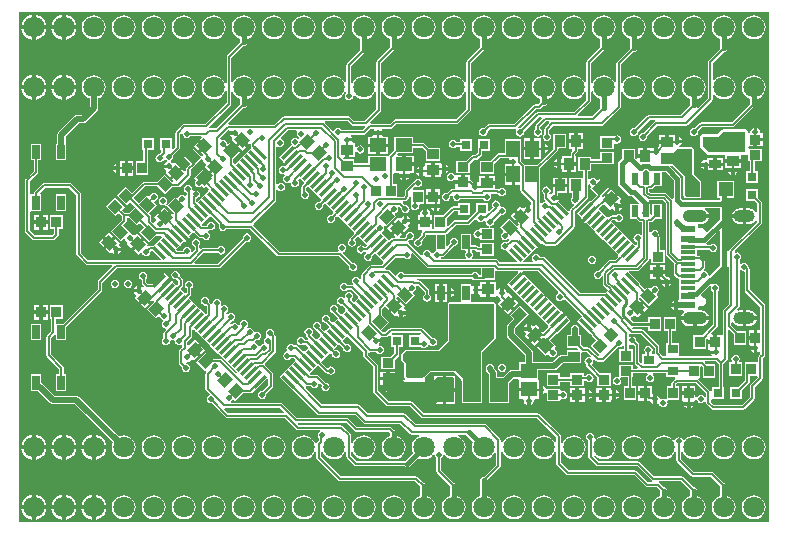
<source format=gbr>
%TF.GenerationSoftware,Altium Limited,Altium Designer,19.0.15 (446)*%
G04 Layer_Physical_Order=1*
G04 Layer_Color=255*
%FSLAX45Y45*%
%MOMM*%
%TF.FileFunction,Copper,L1,Top,Signal*%
%TF.Part,Single*%
G01*
G75*
%TA.AperFunction,SMDPad,CuDef*%
%ADD10R,1.00000X0.90000*%
%ADD11R,1.00000X0.70000*%
%ADD12R,0.85000X0.95000*%
%ADD13R,0.60000X1.00000*%
%ADD14R,0.90000X1.00000*%
G04:AMPARAMS|DCode=15|XSize=0.3mm|YSize=1.4mm|CornerRadius=0mm|HoleSize=0mm|Usage=FLASHONLY|Rotation=45.000|XOffset=0mm|YOffset=0mm|HoleType=Round|Shape=Rectangle|*
%AMROTATEDRECTD15*
4,1,4,0.38891,-0.60104,-0.60104,0.38891,-0.38891,0.60104,0.60104,-0.38891,0.38891,-0.60104,0.0*
%
%ADD15ROTATEDRECTD15*%

G04:AMPARAMS|DCode=16|XSize=0.3mm|YSize=1.4mm|CornerRadius=0mm|HoleSize=0mm|Usage=FLASHONLY|Rotation=315.000|XOffset=0mm|YOffset=0mm|HoleType=Round|Shape=Rectangle|*
%AMROTATEDRECTD16*
4,1,4,-0.60104,-0.38891,0.38891,0.60104,0.60104,0.38891,-0.38891,-0.60104,-0.60104,-0.38891,0.0*
%
%ADD16ROTATEDRECTD16*%

%ADD17R,0.95000X0.85000*%
%ADD18R,1.15000X1.40000*%
G04:AMPARAMS|DCode=19|XSize=0.95mm|YSize=0.85mm|CornerRadius=0mm|HoleSize=0mm|Usage=FLASHONLY|Rotation=135.000|XOffset=0mm|YOffset=0mm|HoleType=Round|Shape=Rectangle|*
%AMROTATEDRECTD19*
4,1,4,0.63640,-0.03535,0.03535,-0.63640,-0.63640,0.03535,-0.03535,0.63640,0.63640,-0.03535,0.0*
%
%ADD19ROTATEDRECTD19*%

%TA.AperFunction,ConnectorPad*%
%ADD20R,1.30000X0.60000*%
%ADD21R,1.30000X0.30000*%
%TA.AperFunction,SMDPad,CuDef*%
%ADD22R,0.90000X0.80000*%
%ADD23R,0.80000X0.80000*%
%ADD24R,0.80000X0.80000*%
G04:AMPARAMS|DCode=25|XSize=1mm|YSize=0.9mm|CornerRadius=0mm|HoleSize=0mm|Usage=FLASHONLY|Rotation=225.000|XOffset=0mm|YOffset=0mm|HoleType=Round|Shape=Rectangle|*
%AMROTATEDRECTD25*
4,1,4,0.03535,0.67175,0.67175,0.03535,-0.03535,-0.67175,-0.67175,-0.03535,0.03535,0.67175,0.0*
%
%ADD25ROTATEDRECTD25*%

G04:AMPARAMS|DCode=26|XSize=1mm|YSize=0.9mm|CornerRadius=0mm|HoleSize=0mm|Usage=FLASHONLY|Rotation=315.000|XOffset=0mm|YOffset=0mm|HoleType=Round|Shape=Rectangle|*
%AMROTATEDRECTD26*
4,1,4,-0.67175,0.03535,-0.03535,0.67175,0.67175,-0.03535,0.03535,-0.67175,-0.67175,0.03535,0.0*
%
%ADD26ROTATEDRECTD26*%

%ADD27R,1.20000X1.20000*%
%ADD28R,1.20000X1.20000*%
%ADD29R,1.40000X1.15000*%
%ADD30R,3.80000X2.00000*%
%ADD31R,1.50000X2.00000*%
%ADD32R,1.40000X1.30000*%
%ADD33R,0.65000X1.20000*%
%TA.AperFunction,Conductor*%
%ADD34C,0.50000*%
%ADD35C,0.20000*%
%ADD36C,0.16000*%
%ADD37C,0.40000*%
%ADD38C,0.25400*%
%TA.AperFunction,ComponentPad*%
%ADD39C,1.80000*%
G04:AMPARAMS|DCode=40|XSize=1mm|YSize=1.8mm|CornerRadius=0.5mm|HoleSize=0mm|Usage=FLASHONLY|Rotation=90.000|XOffset=0mm|YOffset=0mm|HoleType=Round|Shape=RoundedRectangle|*
%AMROUNDEDRECTD40*
21,1,1.00000,0.80000,0,0,90.0*
21,1,0.00000,1.80000,0,0,90.0*
1,1,1.00000,0.40000,0.00000*
1,1,1.00000,0.40000,0.00000*
1,1,1.00000,-0.40000,0.00000*
1,1,1.00000,-0.40000,0.00000*
%
%ADD40ROUNDEDRECTD40*%
G04:AMPARAMS|DCode=41|XSize=1mm|YSize=2.1mm|CornerRadius=0.5mm|HoleSize=0mm|Usage=FLASHONLY|Rotation=90.000|XOffset=0mm|YOffset=0mm|HoleType=Round|Shape=RoundedRectangle|*
%AMROUNDEDRECTD41*
21,1,1.00000,1.10000,0,0,90.0*
21,1,0.00000,2.10000,0,0,90.0*
1,1,1.00000,0.55000,0.00000*
1,1,1.00000,0.55000,0.00000*
1,1,1.00000,-0.55000,0.00000*
1,1,1.00000,-0.55000,0.00000*
%
%ADD41ROUNDEDRECTD41*%
%TA.AperFunction,ViaPad*%
%ADD42C,0.50000*%
G36*
X12573000Y4953000D02*
X6223000D01*
Y9271000D01*
X12573000D01*
Y4953000D01*
D02*
G37*
%LPC*%
G36*
X6619000Y9248940D02*
Y9159000D01*
X6708940D01*
X6707271Y9171672D01*
X6696591Y9197457D01*
X6679600Y9219600D01*
X6657457Y9236591D01*
X6631672Y9247271D01*
X6619000Y9248940D01*
D02*
G37*
G36*
X6365000D02*
Y9159000D01*
X6454940D01*
X6453271Y9171672D01*
X6442591Y9197457D01*
X6425600Y9219600D01*
X6403457Y9236591D01*
X6377672Y9247271D01*
X6365000Y9248940D01*
D02*
G37*
G36*
X6589000D02*
X6576328Y9247271D01*
X6550543Y9236591D01*
X6528400Y9219600D01*
X6511409Y9197457D01*
X6500729Y9171672D01*
X6499060Y9159000D01*
X6589000D01*
Y9248940D01*
D02*
G37*
G36*
X6335000D02*
X6322328Y9247271D01*
X6296543Y9236591D01*
X6274400Y9219600D01*
X6257409Y9197457D01*
X6246729Y9171672D01*
X6245060Y9159000D01*
X6335000D01*
Y9248940D01*
D02*
G37*
G36*
X12446000Y9244863D02*
X12419895Y9241426D01*
X12395569Y9231350D01*
X12374679Y9215321D01*
X12358650Y9194431D01*
X12348574Y9170105D01*
X12345137Y9144000D01*
X12348574Y9117895D01*
X12358650Y9093569D01*
X12374679Y9072679D01*
X12395569Y9056650D01*
X12419895Y9046574D01*
X12446000Y9043137D01*
X12472105Y9046574D01*
X12496431Y9056650D01*
X12517321Y9072679D01*
X12533350Y9093569D01*
X12543426Y9117895D01*
X12546863Y9144000D01*
X12543426Y9170105D01*
X12533350Y9194431D01*
X12517321Y9215321D01*
X12496431Y9231350D01*
X12472105Y9241426D01*
X12446000Y9244863D01*
D02*
G37*
G36*
X11938000D02*
X11911895Y9241426D01*
X11887569Y9231350D01*
X11866679Y9215321D01*
X11850650Y9194431D01*
X11840574Y9170105D01*
X11837137Y9144000D01*
X11840574Y9117895D01*
X11850650Y9093569D01*
X11866679Y9072679D01*
X11887569Y9056650D01*
X11911895Y9046574D01*
X11938000Y9043137D01*
X11964105Y9046574D01*
X11988431Y9056650D01*
X12009321Y9072679D01*
X12025350Y9093569D01*
X12035426Y9117895D01*
X12038863Y9144000D01*
X12035426Y9170105D01*
X12025350Y9194431D01*
X12009321Y9215321D01*
X11988431Y9231350D01*
X11964105Y9241426D01*
X11938000Y9244863D01*
D02*
G37*
G36*
X11684000D02*
X11657895Y9241426D01*
X11633569Y9231350D01*
X11612679Y9215321D01*
X11596650Y9194431D01*
X11586574Y9170105D01*
X11583137Y9144000D01*
X11586574Y9117895D01*
X11596650Y9093569D01*
X11612679Y9072679D01*
X11633569Y9056650D01*
X11657895Y9046574D01*
X11684000Y9043137D01*
X11710105Y9046574D01*
X11734431Y9056650D01*
X11755321Y9072679D01*
X11771350Y9093569D01*
X11781426Y9117895D01*
X11784863Y9144000D01*
X11781426Y9170105D01*
X11771350Y9194431D01*
X11755321Y9215321D01*
X11734431Y9231350D01*
X11710105Y9241426D01*
X11684000Y9244863D01*
D02*
G37*
G36*
X10922000D02*
X10895895Y9241426D01*
X10871569Y9231350D01*
X10850679Y9215321D01*
X10834650Y9194431D01*
X10824574Y9170105D01*
X10821137Y9144000D01*
X10824574Y9117895D01*
X10834650Y9093569D01*
X10850679Y9072679D01*
X10871569Y9056650D01*
X10895895Y9046574D01*
X10922000Y9043137D01*
X10948105Y9046574D01*
X10972431Y9056650D01*
X10993321Y9072679D01*
X11009350Y9093569D01*
X11019426Y9117895D01*
X11022863Y9144000D01*
X11019426Y9170105D01*
X11009350Y9194431D01*
X10993321Y9215321D01*
X10972431Y9231350D01*
X10948105Y9241426D01*
X10922000Y9244863D01*
D02*
G37*
G36*
X10668000D02*
X10641895Y9241426D01*
X10617569Y9231350D01*
X10596679Y9215321D01*
X10580650Y9194431D01*
X10570574Y9170105D01*
X10567137Y9144000D01*
X10570574Y9117895D01*
X10580650Y9093569D01*
X10596679Y9072679D01*
X10617569Y9056650D01*
X10641895Y9046574D01*
X10668000Y9043137D01*
X10694105Y9046574D01*
X10718431Y9056650D01*
X10739321Y9072679D01*
X10755350Y9093569D01*
X10765426Y9117895D01*
X10768863Y9144000D01*
X10765426Y9170105D01*
X10755350Y9194431D01*
X10739321Y9215321D01*
X10718431Y9231350D01*
X10694105Y9241426D01*
X10668000Y9244863D01*
D02*
G37*
G36*
X10414000D02*
X10387895Y9241426D01*
X10363569Y9231350D01*
X10342679Y9215321D01*
X10326650Y9194431D01*
X10316574Y9170105D01*
X10313137Y9144000D01*
X10316574Y9117895D01*
X10326650Y9093569D01*
X10342679Y9072679D01*
X10363569Y9056650D01*
X10387895Y9046574D01*
X10414000Y9043137D01*
X10440105Y9046574D01*
X10464431Y9056650D01*
X10485321Y9072679D01*
X10501350Y9093569D01*
X10511426Y9117895D01*
X10514863Y9144000D01*
X10511426Y9170105D01*
X10501350Y9194431D01*
X10485321Y9215321D01*
X10464431Y9231350D01*
X10440105Y9241426D01*
X10414000Y9244863D01*
D02*
G37*
G36*
X9906000D02*
X9879895Y9241426D01*
X9855569Y9231350D01*
X9834679Y9215321D01*
X9818650Y9194431D01*
X9808574Y9170105D01*
X9805137Y9144000D01*
X9808574Y9117895D01*
X9818650Y9093569D01*
X9834679Y9072679D01*
X9855569Y9056650D01*
X9879895Y9046574D01*
X9906000Y9043137D01*
X9932105Y9046574D01*
X9956431Y9056650D01*
X9977321Y9072679D01*
X9993350Y9093569D01*
X10003426Y9117895D01*
X10006863Y9144000D01*
X10003426Y9170105D01*
X9993350Y9194431D01*
X9977321Y9215321D01*
X9956431Y9231350D01*
X9932105Y9241426D01*
X9906000Y9244863D01*
D02*
G37*
G36*
X9652000D02*
X9625895Y9241426D01*
X9601569Y9231350D01*
X9580679Y9215321D01*
X9564650Y9194431D01*
X9554574Y9170105D01*
X9551137Y9144000D01*
X9554574Y9117895D01*
X9564650Y9093569D01*
X9580679Y9072679D01*
X9601569Y9056650D01*
X9625895Y9046574D01*
X9652000Y9043137D01*
X9678105Y9046574D01*
X9702431Y9056650D01*
X9723321Y9072679D01*
X9739350Y9093569D01*
X9749426Y9117895D01*
X9752863Y9144000D01*
X9749426Y9170105D01*
X9739350Y9194431D01*
X9723321Y9215321D01*
X9702431Y9231350D01*
X9678105Y9241426D01*
X9652000Y9244863D01*
D02*
G37*
G36*
X8890000D02*
X8863895Y9241426D01*
X8839569Y9231350D01*
X8818679Y9215321D01*
X8802650Y9194431D01*
X8792574Y9170105D01*
X8789137Y9144000D01*
X8792574Y9117895D01*
X8802650Y9093569D01*
X8818679Y9072679D01*
X8839569Y9056650D01*
X8863895Y9046574D01*
X8890000Y9043137D01*
X8916105Y9046574D01*
X8940431Y9056650D01*
X8961321Y9072679D01*
X8977350Y9093569D01*
X8987426Y9117895D01*
X8990863Y9144000D01*
X8987426Y9170105D01*
X8977350Y9194431D01*
X8961321Y9215321D01*
X8940431Y9231350D01*
X8916105Y9241426D01*
X8890000Y9244863D01*
D02*
G37*
G36*
X8636000D02*
X8609895Y9241426D01*
X8585569Y9231350D01*
X8564679Y9215321D01*
X8548650Y9194431D01*
X8538574Y9170105D01*
X8535137Y9144000D01*
X8538574Y9117895D01*
X8548650Y9093569D01*
X8564679Y9072679D01*
X8585569Y9056650D01*
X8609895Y9046574D01*
X8636000Y9043137D01*
X8662105Y9046574D01*
X8686431Y9056650D01*
X8707321Y9072679D01*
X8723350Y9093569D01*
X8733426Y9117895D01*
X8736863Y9144000D01*
X8733426Y9170105D01*
X8723350Y9194431D01*
X8707321Y9215321D01*
X8686431Y9231350D01*
X8662105Y9241426D01*
X8636000Y9244863D01*
D02*
G37*
G36*
X8382000D02*
X8355895Y9241426D01*
X8331569Y9231350D01*
X8310679Y9215321D01*
X8294650Y9194431D01*
X8284574Y9170105D01*
X8281137Y9144000D01*
X8284574Y9117895D01*
X8294650Y9093569D01*
X8310679Y9072679D01*
X8331569Y9056650D01*
X8355895Y9046574D01*
X8382000Y9043137D01*
X8408105Y9046574D01*
X8432431Y9056650D01*
X8453321Y9072679D01*
X8469350Y9093569D01*
X8479426Y9117895D01*
X8482863Y9144000D01*
X8479426Y9170105D01*
X8469350Y9194431D01*
X8453321Y9215321D01*
X8432431Y9231350D01*
X8408105Y9241426D01*
X8382000Y9244863D01*
D02*
G37*
G36*
X7874000D02*
X7847895Y9241426D01*
X7823569Y9231350D01*
X7802679Y9215321D01*
X7786650Y9194431D01*
X7776574Y9170105D01*
X7773137Y9144000D01*
X7776574Y9117895D01*
X7786650Y9093569D01*
X7802679Y9072679D01*
X7823569Y9056650D01*
X7847895Y9046574D01*
X7874000Y9043137D01*
X7900105Y9046574D01*
X7924431Y9056650D01*
X7945321Y9072679D01*
X7961350Y9093569D01*
X7971426Y9117895D01*
X7974863Y9144000D01*
X7971426Y9170105D01*
X7961350Y9194431D01*
X7945321Y9215321D01*
X7924431Y9231350D01*
X7900105Y9241426D01*
X7874000Y9244863D01*
D02*
G37*
G36*
X7620000D02*
X7593895Y9241426D01*
X7569569Y9231350D01*
X7548679Y9215321D01*
X7532650Y9194431D01*
X7522574Y9170105D01*
X7519137Y9144000D01*
X7522574Y9117895D01*
X7532650Y9093569D01*
X7548679Y9072679D01*
X7569569Y9056650D01*
X7593895Y9046574D01*
X7620000Y9043137D01*
X7646105Y9046574D01*
X7670431Y9056650D01*
X7691321Y9072679D01*
X7707350Y9093569D01*
X7717426Y9117895D01*
X7720863Y9144000D01*
X7717426Y9170105D01*
X7707350Y9194431D01*
X7691321Y9215321D01*
X7670431Y9231350D01*
X7646105Y9241426D01*
X7620000Y9244863D01*
D02*
G37*
G36*
X7366000D02*
X7339895Y9241426D01*
X7315569Y9231350D01*
X7294679Y9215321D01*
X7278650Y9194431D01*
X7268574Y9170105D01*
X7265137Y9144000D01*
X7268574Y9117895D01*
X7278650Y9093569D01*
X7294679Y9072679D01*
X7315569Y9056650D01*
X7339895Y9046574D01*
X7366000Y9043137D01*
X7392105Y9046574D01*
X7416431Y9056650D01*
X7437321Y9072679D01*
X7453350Y9093569D01*
X7463426Y9117895D01*
X7466863Y9144000D01*
X7463426Y9170105D01*
X7453350Y9194431D01*
X7437321Y9215321D01*
X7416431Y9231350D01*
X7392105Y9241426D01*
X7366000Y9244863D01*
D02*
G37*
G36*
X7112000D02*
X7085895Y9241426D01*
X7061569Y9231350D01*
X7040679Y9215321D01*
X7024650Y9194431D01*
X7014574Y9170105D01*
X7011137Y9144000D01*
X7014574Y9117895D01*
X7024650Y9093569D01*
X7040679Y9072679D01*
X7061569Y9056650D01*
X7085895Y9046574D01*
X7112000Y9043137D01*
X7138105Y9046574D01*
X7162431Y9056650D01*
X7183321Y9072679D01*
X7199350Y9093569D01*
X7209426Y9117895D01*
X7212863Y9144000D01*
X7209426Y9170105D01*
X7199350Y9194431D01*
X7183321Y9215321D01*
X7162431Y9231350D01*
X7138105Y9241426D01*
X7112000Y9244863D01*
D02*
G37*
G36*
X6858000D02*
X6831895Y9241426D01*
X6807569Y9231350D01*
X6786679Y9215321D01*
X6770650Y9194431D01*
X6760574Y9170105D01*
X6757137Y9144000D01*
X6760574Y9117895D01*
X6770650Y9093569D01*
X6786679Y9072679D01*
X6807569Y9056650D01*
X6831895Y9046574D01*
X6858000Y9043137D01*
X6884105Y9046574D01*
X6908431Y9056650D01*
X6929321Y9072679D01*
X6945350Y9093569D01*
X6955426Y9117895D01*
X6958863Y9144000D01*
X6955426Y9170105D01*
X6945350Y9194431D01*
X6929321Y9215321D01*
X6908431Y9231350D01*
X6884105Y9241426D01*
X6858000Y9244863D01*
D02*
G37*
G36*
X6708940Y9129000D02*
X6619000D01*
Y9039060D01*
X6631672Y9040729D01*
X6657457Y9051409D01*
X6679600Y9068400D01*
X6696591Y9090543D01*
X6707271Y9116328D01*
X6708940Y9129000D01*
D02*
G37*
G36*
X6454940D02*
X6365000D01*
Y9039060D01*
X6377672Y9040729D01*
X6403457Y9051409D01*
X6425600Y9068400D01*
X6442591Y9090543D01*
X6453271Y9116328D01*
X6454940Y9129000D01*
D02*
G37*
G36*
X6589000D02*
X6499060D01*
X6500729Y9116328D01*
X6511409Y9090543D01*
X6528400Y9068400D01*
X6550543Y9051409D01*
X6576328Y9040729D01*
X6589000Y9039060D01*
Y9129000D01*
D02*
G37*
G36*
X6335000D02*
X6245060D01*
X6246729Y9116328D01*
X6257409Y9090543D01*
X6274400Y9068400D01*
X6296543Y9051409D01*
X6322328Y9040729D01*
X6335000Y9039060D01*
Y9129000D01*
D02*
G37*
G36*
X10160000Y9244863D02*
X10133895Y9241426D01*
X10109569Y9231350D01*
X10088679Y9215321D01*
X10072650Y9194431D01*
X10062574Y9170105D01*
X10059137Y9144000D01*
X10062574Y9117895D01*
X10072650Y9093569D01*
X10088679Y9072679D01*
X10109569Y9056650D01*
X10129412Y9048431D01*
Y8980200D01*
X10129703Y8978741D01*
X10018581Y8867619D01*
X10014160Y8861004D01*
X10012608Y8853200D01*
Y8673124D01*
X9999908Y8670598D01*
X9993350Y8686431D01*
X9977321Y8707321D01*
X9956431Y8723350D01*
X9932105Y8733426D01*
X9906000Y8736863D01*
X9879895Y8733426D01*
X9855569Y8723350D01*
X9834679Y8707321D01*
X9818650Y8686431D01*
X9808574Y8662105D01*
X9805137Y8636000D01*
X9808574Y8609895D01*
X9818650Y8585569D01*
X9834679Y8564679D01*
X9855569Y8548650D01*
X9879895Y8538574D01*
X9906000Y8535137D01*
X9932105Y8538574D01*
X9956431Y8548650D01*
X9977321Y8564679D01*
X9993350Y8585569D01*
X9999908Y8601402D01*
X10012608Y8598876D01*
Y8453947D01*
X9922953Y8364292D01*
X9412200D01*
X9404396Y8362740D01*
X9397781Y8358319D01*
X9365653Y8326192D01*
X9202591D01*
X9197331Y8338892D01*
X9285419Y8426981D01*
X9289840Y8433596D01*
X9291392Y8441400D01*
X9291392Y8441401D01*
Y8598876D01*
X9304092Y8601402D01*
X9310650Y8585569D01*
X9326679Y8564679D01*
X9347569Y8548650D01*
X9371895Y8538574D01*
X9398000Y8535137D01*
X9424105Y8538574D01*
X9448431Y8548650D01*
X9469321Y8564679D01*
X9485350Y8585569D01*
X9495426Y8609895D01*
X9498863Y8636000D01*
X9495426Y8662105D01*
X9485350Y8686431D01*
X9469321Y8707321D01*
X9448431Y8723350D01*
X9424105Y8733426D01*
X9398000Y8736863D01*
X9371895Y8733426D01*
X9347569Y8723350D01*
X9326679Y8707321D01*
X9310650Y8686431D01*
X9304092Y8670598D01*
X9291392Y8673124D01*
Y8844753D01*
X9396541Y8949903D01*
X9398000Y8949612D01*
X9409705Y8951941D01*
X9419629Y8958571D01*
X9426259Y8968495D01*
X9428588Y8980200D01*
Y9048431D01*
X9448431Y9056650D01*
X9469321Y9072679D01*
X9485350Y9093569D01*
X9495426Y9117895D01*
X9498863Y9144000D01*
X9495426Y9170105D01*
X9485350Y9194431D01*
X9469321Y9215321D01*
X9448431Y9231350D01*
X9424105Y9241426D01*
X9398000Y9244863D01*
X9371895Y9241426D01*
X9347569Y9231350D01*
X9326679Y9215321D01*
X9310650Y9194431D01*
X9300574Y9170105D01*
X9297137Y9144000D01*
X9300574Y9117895D01*
X9310650Y9093569D01*
X9326679Y9072679D01*
X9347569Y9056650D01*
X9367412Y9048431D01*
Y8980200D01*
X9367703Y8978741D01*
X9256581Y8867619D01*
X9252160Y8861004D01*
X9250608Y8853200D01*
Y8673124D01*
X9237908Y8670598D01*
X9231350Y8686431D01*
X9215321Y8707321D01*
X9194431Y8723350D01*
X9170105Y8733426D01*
X9144000Y8736863D01*
X9117895Y8733426D01*
X9093569Y8723350D01*
X9072679Y8707321D01*
X9056650Y8686431D01*
X9051048Y8672906D01*
X9038348Y8675432D01*
Y8819010D01*
X9142541Y8923203D01*
X9144000Y8922912D01*
X9155705Y8925241D01*
X9165629Y8931871D01*
X9172259Y8941795D01*
X9174588Y8953500D01*
Y9048431D01*
X9194431Y9056650D01*
X9215321Y9072679D01*
X9231350Y9093569D01*
X9241426Y9117895D01*
X9244863Y9144000D01*
X9241426Y9170105D01*
X9231350Y9194431D01*
X9215321Y9215321D01*
X9194431Y9231350D01*
X9170105Y9241426D01*
X9144000Y9244863D01*
X9117895Y9241426D01*
X9093569Y9231350D01*
X9072679Y9215321D01*
X9056650Y9194431D01*
X9046574Y9170105D01*
X9043137Y9144000D01*
X9046574Y9117895D01*
X9056650Y9093569D01*
X9072679Y9072679D01*
X9093569Y9056650D01*
X9113412Y9048431D01*
Y8953500D01*
X9113703Y8952041D01*
X9003537Y8841876D01*
X8999117Y8835260D01*
X8997564Y8827456D01*
Y8670815D01*
X8984864Y8668289D01*
X8977350Y8686431D01*
X8961321Y8707321D01*
X8940431Y8723350D01*
X8916105Y8733426D01*
X8890000Y8736863D01*
X8863895Y8733426D01*
X8839569Y8723350D01*
X8818679Y8707321D01*
X8802650Y8686431D01*
X8792574Y8662105D01*
X8789137Y8636000D01*
X8792574Y8609895D01*
X8802650Y8585569D01*
X8818679Y8564679D01*
X8839569Y8548650D01*
X8863895Y8538574D01*
X8890000Y8535137D01*
X8916105Y8538574D01*
X8940431Y8548650D01*
X8961321Y8564679D01*
X8977350Y8585569D01*
X8984864Y8603711D01*
X8997564Y8601185D01*
Y8588269D01*
X8992723Y8585034D01*
X8984987Y8573456D01*
X8982271Y8559800D01*
X8984987Y8546144D01*
X8992723Y8534566D01*
X9004300Y8526831D01*
X9017956Y8524114D01*
X9031613Y8526831D01*
X9043190Y8534566D01*
X9050926Y8546144D01*
X9053642Y8559800D01*
X9063751Y8574074D01*
X9065276Y8574328D01*
X9072679Y8564679D01*
X9093569Y8548650D01*
X9117895Y8538574D01*
X9144000Y8535137D01*
X9170105Y8538574D01*
X9194431Y8548650D01*
X9215321Y8564679D01*
X9231350Y8585569D01*
X9237908Y8601402D01*
X9250608Y8598876D01*
Y8449847D01*
X9152353Y8351592D01*
X9063547D01*
X9031419Y8383719D01*
X9024804Y8388140D01*
X9017000Y8389692D01*
X8465393D01*
X8465392Y8389692D01*
X8457588Y8388140D01*
X8450972Y8383719D01*
X8387645Y8320392D01*
X8003008D01*
X7997748Y8333092D01*
X8126541Y8461886D01*
X8128000Y8461595D01*
X8139705Y8463924D01*
X8149629Y8470554D01*
X8156259Y8480478D01*
X8158588Y8492183D01*
Y8540431D01*
X8178431Y8548650D01*
X8199321Y8564679D01*
X8215350Y8585569D01*
X8225426Y8609895D01*
X8228863Y8636000D01*
X8225426Y8662105D01*
X8215350Y8686431D01*
X8199321Y8707321D01*
X8178431Y8723350D01*
X8154105Y8733426D01*
X8128000Y8736863D01*
X8101895Y8733426D01*
X8077569Y8723350D01*
X8056679Y8707321D01*
X8040650Y8686431D01*
X8035977Y8675149D01*
X8023277Y8677675D01*
Y8883438D01*
X8126541Y8986703D01*
X8128000Y8986412D01*
X8139705Y8988741D01*
X8149629Y8995371D01*
X8156259Y9005295D01*
X8158588Y9017000D01*
Y9048431D01*
X8178431Y9056650D01*
X8199321Y9072679D01*
X8215350Y9093569D01*
X8225426Y9117895D01*
X8228863Y9144000D01*
X8225426Y9170105D01*
X8215350Y9194431D01*
X8199321Y9215321D01*
X8178431Y9231350D01*
X8154105Y9241426D01*
X8128000Y9244863D01*
X8101895Y9241426D01*
X8077569Y9231350D01*
X8056679Y9215321D01*
X8040650Y9194431D01*
X8030574Y9170105D01*
X8027137Y9144000D01*
X8030574Y9117895D01*
X8040650Y9093569D01*
X8056679Y9072679D01*
X8077569Y9056650D01*
X8097412Y9048431D01*
Y9017000D01*
X8097703Y9015541D01*
X7988466Y8906305D01*
X7984045Y8899689D01*
X7982493Y8891885D01*
Y8668572D01*
X7969793Y8666046D01*
X7961350Y8686431D01*
X7945321Y8707321D01*
X7924431Y8723350D01*
X7900105Y8733426D01*
X7874000Y8736863D01*
X7847895Y8733426D01*
X7823569Y8723350D01*
X7802679Y8707321D01*
X7786650Y8686431D01*
X7776574Y8662105D01*
X7773137Y8636000D01*
X7776574Y8609895D01*
X7786650Y8585569D01*
X7802679Y8564679D01*
X7823569Y8548650D01*
X7847895Y8538574D01*
X7874000Y8535137D01*
X7900105Y8538574D01*
X7924431Y8548650D01*
X7945321Y8564679D01*
X7961350Y8585569D01*
X7969793Y8605954D01*
X7982493Y8603428D01*
Y8506632D01*
X7802053Y8326192D01*
X7625397D01*
X7625396Y8326192D01*
X7617592Y8324640D01*
X7610976Y8320219D01*
X7554781Y8264024D01*
X7550360Y8257408D01*
X7548808Y8249604D01*
Y8133147D01*
X7529100Y8113439D01*
X7516400Y8118700D01*
Y8203400D01*
X7416400D01*
Y8103400D01*
X7429973D01*
Y8085630D01*
X7414814Y8070470D01*
X7402744Y8068069D01*
X7391167Y8060334D01*
X7383431Y8048756D01*
X7380714Y8035100D01*
X7383431Y8021444D01*
X7391167Y8009866D01*
X7402744Y8002131D01*
X7416400Y7999414D01*
X7430057Y8002131D01*
X7441634Y8009866D01*
X7449369Y8021444D01*
X7450365Y8026450D01*
X7463848Y8029132D01*
X7467766Y8023267D01*
X7476489Y8017438D01*
X7476833Y8008839D01*
X7476585Y8006389D01*
X7475800Y8003787D01*
X7463441Y7995530D01*
X7454379Y7981968D01*
X7454181Y7980970D01*
X7493000D01*
Y7950970D01*
X7454181D01*
X7454379Y7949973D01*
X7463441Y7936411D01*
X7467081Y7933979D01*
X7468691Y7917629D01*
X7463627Y7912565D01*
X7499690Y7876503D01*
X7542823Y7919636D01*
X7585957Y7962770D01*
X7549894Y7998832D01*
X7541342Y7990279D01*
X7524991Y7991890D01*
X7522559Y7995530D01*
X7510200Y8003787D01*
X7509415Y8006389D01*
X7509167Y8008839D01*
X7509511Y8017438D01*
X7518234Y8023267D01*
X7525969Y8034844D01*
X7528686Y8048500D01*
X7527550Y8054211D01*
X7583619Y8110281D01*
X7588040Y8116897D01*
X7589592Y8124700D01*
Y8241158D01*
X7598263Y8249829D01*
X7609967Y8243572D01*
X7609714Y8242300D01*
X7612431Y8228644D01*
X7620166Y8217066D01*
X7631744Y8209331D01*
X7645400Y8206614D01*
X7659056Y8209331D01*
X7670634Y8217066D01*
X7673869Y8221908D01*
X7769077D01*
X7773937Y8210175D01*
X7758667Y8194905D01*
X7805336Y8148236D01*
X7794730Y8137630D01*
X7805336Y8127023D01*
X7762203Y8083890D01*
X7785271Y8060821D01*
X7782943Y8053517D01*
X7782330Y8053065D01*
X7768891Y8050331D01*
X7695735Y8123487D01*
X7617953Y8045706D01*
X7674245Y7989414D01*
X7643681Y7958850D01*
X7639260Y7952235D01*
X7637708Y7944431D01*
Y7927612D01*
X7625975Y7922751D01*
X7607170Y7941557D01*
X7564036Y7898423D01*
X7520903Y7855290D01*
X7530732Y7845460D01*
X7525871Y7832840D01*
X7517439Y7831883D01*
X7454435Y7894887D01*
X7397045Y7837498D01*
X7285939D01*
X7278136Y7835946D01*
X7271520Y7831525D01*
X7181782Y7741788D01*
X7129026Y7794543D01*
X7054780Y7720297D01*
X7136097Y7638980D01*
X7165407Y7668290D01*
X7209322Y7624374D01*
X7155745Y7570798D01*
X7123516D01*
X7095716Y7598599D01*
X7118420Y7621303D01*
X7037103Y7702620D01*
X6962856Y7628373D01*
X7044173Y7547056D01*
X7066877Y7569760D01*
X7094678Y7541960D01*
Y7510285D01*
X7065575Y7481182D01*
X7064457Y7479510D01*
X7002213Y7417265D01*
X7087065Y7332413D01*
X7108644Y7353991D01*
X7122252Y7349639D01*
X7124179Y7339954D01*
X7133241Y7326393D01*
X7138471Y7322898D01*
X7139568Y7311757D01*
Y7311757D01*
X7175630Y7275695D01*
X7218764Y7318829D01*
X7261897Y7361962D01*
X7225835Y7398024D01*
X7207833Y7380023D01*
X7195194Y7381268D01*
X7192359Y7385511D01*
X7178797Y7394573D01*
X7169112Y7396499D01*
X7164761Y7410108D01*
X7164847Y7410194D01*
X7108555Y7466485D01*
X7129489Y7487419D01*
X7133910Y7494035D01*
X7135462Y7501839D01*
Y7530014D01*
X7155745D01*
X7220206Y7465553D01*
X7244677Y7490025D01*
X7285499Y7449203D01*
X7243513Y7407217D01*
X7328365Y7322365D01*
X7385755Y7379754D01*
X7429712D01*
X7434973Y7367054D01*
X7374373Y7306455D01*
X7374373D01*
X7374373Y7306454D01*
X7359410Y7291491D01*
X7331437D01*
X7331435Y7291491D01*
X7323632Y7289939D01*
X7319876Y7287429D01*
X7311781Y7297294D01*
X7319173Y7304686D01*
X7283110Y7340749D01*
X7239977Y7297616D01*
X7196843Y7254482D01*
X7232906Y7218419D01*
X7254625Y7240138D01*
X7256927Y7239923D01*
X7267583Y7235136D01*
X7269531Y7225344D01*
X7277266Y7213766D01*
X7288844Y7206031D01*
X7302500Y7203314D01*
X7316156Y7206031D01*
X7327734Y7213766D01*
X7335469Y7225344D01*
X7338186Y7239000D01*
X7347251Y7249398D01*
X7360429Y7249687D01*
X7425887Y7184229D01*
X7421027Y7172496D01*
X6812687D01*
X6751392Y7233790D01*
Y7728999D01*
X6751392Y7729000D01*
X6749840Y7736803D01*
X6745419Y7743419D01*
X6669736Y7819103D01*
X6663120Y7823523D01*
X6655316Y7825075D01*
X6437196D01*
X6437195Y7825076D01*
X6429392Y7823523D01*
X6422776Y7819103D01*
X6422775Y7819102D01*
X6355081Y7751408D01*
X6350660Y7744792D01*
X6349108Y7736988D01*
Y7729000D01*
X6329635D01*
X6327000Y7729000D01*
X6316935Y7735360D01*
Y7839237D01*
X6383919Y7906221D01*
X6383919Y7906221D01*
X6388340Y7912837D01*
X6389892Y7920641D01*
Y8019000D01*
X6412000D01*
Y8159000D01*
X6327000D01*
Y8019000D01*
X6349108D01*
Y7929087D01*
X6282123Y7862103D01*
X6277703Y7855487D01*
X6276151Y7847683D01*
Y7415420D01*
X6277703Y7407616D01*
X6282123Y7401000D01*
X6335581Y7347543D01*
X6342196Y7343122D01*
X6350000Y7341570D01*
X6516951D01*
X6524755Y7343122D01*
X6531370Y7347543D01*
X6556419Y7372592D01*
X6560840Y7379207D01*
X6562392Y7387011D01*
X6562392Y7387012D01*
Y7435500D01*
X6594500D01*
Y7550500D01*
X6489500D01*
Y7435500D01*
X6521608D01*
Y7395458D01*
X6508504Y7382354D01*
X6358447D01*
X6316935Y7423866D01*
Y7582640D01*
X6327000Y7589000D01*
X6329635Y7589000D01*
X6412000D01*
Y7729000D01*
X6406944D01*
X6402083Y7740733D01*
X6445642Y7784292D01*
X6646870D01*
X6710608Y7720553D01*
Y7225344D01*
X6712160Y7217540D01*
X6716581Y7210924D01*
X6789821Y7137684D01*
X6796436Y7133264D01*
X6804240Y7131712D01*
X6804241Y7131712D01*
X7011342D01*
X7016202Y7119979D01*
X6897038Y7000815D01*
X6892618Y6994199D01*
X6891065Y6986396D01*
Y6927904D01*
X6598161Y6635000D01*
X6542000Y6635000D01*
X6537343Y6645771D01*
Y6673500D01*
X6594500D01*
Y6788500D01*
X6489500D01*
Y6673500D01*
X6496559D01*
Y6569519D01*
X6462581Y6535541D01*
X6458160Y6528925D01*
X6456608Y6521121D01*
Y6368600D01*
X6458160Y6360796D01*
X6462581Y6354181D01*
X6564108Y6252653D01*
Y6205000D01*
X6542000D01*
Y6065000D01*
X6627000D01*
Y6205000D01*
X6604892D01*
Y6261099D01*
X6604892Y6261100D01*
X6603340Y6268904D01*
X6598919Y6275519D01*
X6598918Y6275520D01*
X6497392Y6377047D01*
Y6512675D01*
X6529300Y6544583D01*
X6537389Y6542717D01*
X6542000Y6539702D01*
Y6495000D01*
X6627000D01*
Y6606162D01*
X6925876Y6905038D01*
X6925877Y6905038D01*
X6930297Y6911654D01*
X6931849Y6919458D01*
X6931849Y6919459D01*
Y6977949D01*
X7055612Y7101712D01*
X7915093D01*
X7922896Y7103264D01*
X7929512Y7107685D01*
X8149980Y7328153D01*
X8155691Y7327017D01*
X8169348Y7329733D01*
X8180925Y7337469D01*
X8188661Y7349046D01*
X8191377Y7362703D01*
X8188661Y7376359D01*
X8180925Y7387936D01*
X8169348Y7395672D01*
X8155691Y7398388D01*
X8142035Y7395672D01*
X8130458Y7387936D01*
X8122722Y7376359D01*
X8120006Y7362703D01*
X8121142Y7356991D01*
X7906646Y7142496D01*
X7712954D01*
X7708094Y7154229D01*
X7788499Y7234634D01*
X7909031D01*
X7912266Y7229792D01*
X7923844Y7222057D01*
X7937500Y7219340D01*
X7951156Y7222057D01*
X7962734Y7229792D01*
X7970469Y7241370D01*
X7973186Y7255026D01*
X7970469Y7268682D01*
X7962734Y7280260D01*
X7951156Y7287995D01*
X7937500Y7290712D01*
X7923844Y7287995D01*
X7912266Y7280260D01*
X7909031Y7275418D01*
X7780052D01*
X7772248Y7273866D01*
X7765633Y7269445D01*
X7765632Y7269444D01*
X7763587Y7267399D01*
X7751854Y7272260D01*
Y7302876D01*
X7754569Y7306940D01*
X7757286Y7320596D01*
X7754569Y7334253D01*
X7746834Y7345830D01*
X7735256Y7353566D01*
X7721600Y7356282D01*
X7707944Y7353566D01*
X7696366Y7345830D01*
X7688631Y7334253D01*
X7685914Y7320596D01*
X7688631Y7306940D01*
X7696366Y7295363D01*
X7707944Y7287627D01*
X7711070Y7287005D01*
Y7257308D01*
X7691197Y7237436D01*
X7679493Y7243692D01*
X7681086Y7251700D01*
X7678369Y7265356D01*
X7670634Y7276934D01*
X7659056Y7284669D01*
X7645400Y7287386D01*
X7631744Y7284669D01*
X7620166Y7276934D01*
X7612431Y7265356D01*
X7609893Y7252600D01*
X7564752D01*
X7556918Y7262726D01*
X7584595Y7290403D01*
X7593576Y7299383D01*
X7593577D01*
X7593576Y7299384D01*
X7624688Y7330496D01*
X7628931Y7326253D01*
X7640245Y7337567D01*
X7579434Y7398378D01*
X7600647Y7419591D01*
X7661458Y7358780D01*
X7672772Y7370094D01*
X7668529Y7374337D01*
X7702900Y7408708D01*
X7747327Y7364281D01*
X7747327Y7364281D01*
X7753943Y7359860D01*
X7761746Y7358308D01*
X7761748Y7358308D01*
X7782031D01*
X7785266Y7353466D01*
X7796844Y7345731D01*
X7810500Y7343014D01*
X7824156Y7345731D01*
X7835734Y7353466D01*
X7843469Y7365044D01*
X7846186Y7378700D01*
X7843469Y7392356D01*
X7835734Y7403934D01*
X7824787Y7411248D01*
X7824622Y7412191D01*
X7829587Y7423948D01*
X7836884D01*
X7844688Y7425500D01*
X7846210Y7426517D01*
X7848600Y7426042D01*
X7862256Y7428758D01*
X7873834Y7436494D01*
X7881569Y7448071D01*
X7884286Y7461728D01*
X7881569Y7475384D01*
X7873834Y7486961D01*
X7862256Y7494697D01*
X7848600Y7497413D01*
X7834944Y7494697D01*
X7823366Y7486961D01*
X7815631Y7475384D01*
X7813512Y7464732D01*
X7776884D01*
X7772845Y7469952D01*
X7770353Y7476160D01*
X7779333Y7485140D01*
X7841063Y7546871D01*
X7851952Y7542499D01*
X7917108Y7477343D01*
Y7467940D01*
X7914514Y7454900D01*
X7917231Y7441244D01*
X7924966Y7429666D01*
X7936544Y7421931D01*
X7950200Y7419214D01*
X7963856Y7421931D01*
X7975434Y7429666D01*
X7978669Y7434508D01*
X8183297D01*
X8408338Y7209467D01*
X8408339Y7209466D01*
X8414954Y7205046D01*
X8422758Y7203494D01*
X8935693D01*
X9020550Y7118636D01*
X9019414Y7112925D01*
X9022131Y7099269D01*
X9029866Y7087691D01*
X9041444Y7079956D01*
X9055100Y7077239D01*
X9068756Y7079956D01*
X9080334Y7087691D01*
X9088069Y7099269D01*
X9090786Y7112925D01*
X9088069Y7126581D01*
X9080334Y7138159D01*
X9068756Y7145894D01*
X9055100Y7148611D01*
X9049389Y7147475D01*
X8967224Y7229640D01*
X8971404Y7243420D01*
X8974977Y7244131D01*
X8986554Y7251866D01*
X8994290Y7263444D01*
X8997006Y7277100D01*
X8994290Y7290756D01*
X8986554Y7302334D01*
X8974977Y7310069D01*
X8961321Y7312786D01*
X8947664Y7310069D01*
X8936087Y7302334D01*
X8928351Y7290756D01*
X8925635Y7277100D01*
X8928351Y7263444D01*
X8932672Y7256978D01*
X8926325Y7244278D01*
X8431205D01*
X8210632Y7464850D01*
X8207296Y7472551D01*
X8210500Y7481695D01*
X8396419Y7667614D01*
X8400840Y7674230D01*
X8402392Y7682034D01*
Y7762448D01*
X8415092Y7766300D01*
X8415963Y7764997D01*
X8427540Y7757262D01*
X8441196Y7754545D01*
X8454853Y7757262D01*
X8466430Y7764997D01*
X8474166Y7776574D01*
X8476882Y7790231D01*
X8474166Y7803887D01*
X8466430Y7815464D01*
X8454853Y7823200D01*
X8441196Y7825917D01*
X8427540Y7823200D01*
X8415963Y7815464D01*
X8415092Y7814161D01*
X8402392Y7818014D01*
Y8129161D01*
X8415092Y8135949D01*
X8419310Y8133131D01*
X8432966Y8130414D01*
X8446623Y8133131D01*
X8458200Y8140866D01*
X8465936Y8152444D01*
X8468652Y8166100D01*
X8465936Y8179756D01*
X8458200Y8191334D01*
X8448089Y8198090D01*
X8444717Y8205350D01*
X8443012Y8210973D01*
X8503064Y8271025D01*
X8572425D01*
X8579213Y8258325D01*
X8577631Y8255956D01*
X8574914Y8242300D01*
X8577631Y8228644D01*
X8585366Y8217066D01*
X8594251Y8211130D01*
X8597683Y8200398D01*
X8597881Y8198005D01*
X8585033Y8198593D01*
X8573456Y8206328D01*
X8559800Y8209045D01*
X8546144Y8206328D01*
X8534566Y8198593D01*
X8526831Y8187015D01*
X8524114Y8173359D01*
X8526831Y8159703D01*
X8534436Y8148320D01*
X8427962Y8041846D01*
X8459075Y8010733D01*
X8454832Y8006490D01*
X8466146Y7995177D01*
X8526957Y8055988D01*
X8548170Y8034775D01*
X8487359Y7973963D01*
X8488127Y7973196D01*
X8487604Y7971221D01*
X8473008Y7965700D01*
X8471856Y7966469D01*
X8458200Y7969186D01*
X8444544Y7966469D01*
X8432966Y7958734D01*
X8425231Y7947156D01*
X8422514Y7933500D01*
X8425231Y7919844D01*
X8432966Y7908266D01*
X8444544Y7900531D01*
X8458200Y7897814D01*
X8468010Y7899766D01*
X8472966Y7887803D01*
X8471066Y7886534D01*
X8463331Y7874956D01*
X8460614Y7861300D01*
X8463331Y7847644D01*
X8471066Y7836066D01*
X8482644Y7828331D01*
X8496300Y7825614D01*
X8509956Y7828331D01*
X8512528Y7830049D01*
X8524114Y7823200D01*
X8526831Y7809544D01*
X8534566Y7797966D01*
X8546144Y7790231D01*
X8559800Y7787514D01*
X8573456Y7790231D01*
X8585034Y7797966D01*
X8592769Y7809544D01*
X8595486Y7823200D01*
X8592769Y7836856D01*
X8585034Y7848433D01*
X8584725Y7851572D01*
X8593850Y7860696D01*
X8610461Y7859347D01*
X8634372Y7835435D01*
X8635722Y7818824D01*
X8621581Y7804683D01*
X8617160Y7798068D01*
X8615608Y7790264D01*
Y7744769D01*
X8616589Y7739838D01*
X8615731Y7738554D01*
X8613014Y7724897D01*
X8615731Y7711241D01*
X8623466Y7699664D01*
X8635044Y7691928D01*
X8648700Y7689212D01*
X8662356Y7691928D01*
X8673934Y7699664D01*
X8681669Y7711241D01*
X8684386Y7724897D01*
X8681669Y7738554D01*
X8673934Y7750131D01*
X8662356Y7757867D01*
X8656392Y7759053D01*
Y7780988D01*
X8665748Y7789889D01*
X8681172Y7788636D01*
X8737180Y7732628D01*
X8746160Y7723647D01*
X8784774Y7685034D01*
X8767275Y7667535D01*
X8763000Y7668386D01*
X8749344Y7665669D01*
X8737766Y7657934D01*
X8730031Y7646356D01*
X8727314Y7632700D01*
X8730031Y7619044D01*
X8737766Y7607466D01*
X8749344Y7599731D01*
X8763000Y7597014D01*
X8776656Y7599731D01*
X8788234Y7607466D01*
X8795969Y7619044D01*
X8798686Y7632700D01*
X8797264Y7639847D01*
X8805982Y7648565D01*
X8816871Y7652936D01*
X8825851Y7643957D01*
X8881859Y7587948D01*
X8883209Y7571337D01*
X8868508Y7556636D01*
X8864600Y7557413D01*
X8850944Y7554697D01*
X8839366Y7546961D01*
X8831631Y7535384D01*
X8828914Y7521727D01*
X8831631Y7508071D01*
X8839366Y7496494D01*
X8850944Y7488758D01*
X8864600Y7486042D01*
X8878256Y7488758D01*
X8889834Y7496494D01*
X8897569Y7508071D01*
X8900286Y7521727D01*
X8898791Y7529242D01*
X8912048Y7542499D01*
X8928659Y7541149D01*
X8993647Y7476161D01*
Y7476160D01*
X8993648Y7476160D01*
X9058636Y7411172D01*
X9059986Y7394561D01*
X9027981Y7362555D01*
X9023560Y7355940D01*
X9022221Y7349208D01*
X9017166Y7345830D01*
X9009431Y7334253D01*
X9006714Y7320596D01*
X9009431Y7306940D01*
X9017166Y7295363D01*
X9028744Y7287627D01*
X9042400Y7284911D01*
X9056056Y7287627D01*
X9067634Y7295363D01*
X9075369Y7306940D01*
X9078086Y7320596D01*
X9075369Y7334253D01*
X9068154Y7345051D01*
X9088824Y7365722D01*
X9105435Y7364372D01*
X9170424Y7299384D01*
X9166052Y7288494D01*
X9160850Y7283292D01*
X9147069D01*
X9143834Y7288134D01*
X9132256Y7295869D01*
X9118600Y7298586D01*
X9104944Y7295869D01*
X9093366Y7288134D01*
X9085631Y7276556D01*
X9082914Y7262900D01*
X9085631Y7249244D01*
X9093366Y7237667D01*
X9104944Y7229931D01*
X9118600Y7227214D01*
X9132256Y7229931D01*
X9143834Y7237667D01*
X9146663Y7241902D01*
X9158826Y7241476D01*
X9162366Y7229808D01*
X9156866Y7226134D01*
X9149131Y7214556D01*
X9146414Y7200900D01*
X9149131Y7187244D01*
X9156866Y7175666D01*
X9168444Y7167931D01*
X9182100Y7165214D01*
X9195756Y7167931D01*
X9207334Y7175666D01*
X9215069Y7187244D01*
X9217786Y7200900D01*
X9216650Y7206611D01*
X9231445Y7221406D01*
X9248904Y7220904D01*
X9276490Y7193318D01*
Y7193318D01*
X9276491Y7193317D01*
X9308478Y7161329D01*
X9310803Y7145694D01*
X9297502Y7132392D01*
X9209316D01*
X9209315Y7132392D01*
X9201511Y7130840D01*
X9194896Y7126419D01*
X9129581Y7061104D01*
X9125160Y7054489D01*
X9123608Y7046685D01*
Y7019042D01*
X9110908Y7015189D01*
X9105734Y7022934D01*
X9094156Y7030669D01*
X9080500Y7033386D01*
X9066844Y7030669D01*
X9055266Y7022934D01*
X9047531Y7011356D01*
X9044814Y6997700D01*
X9047531Y6984044D01*
X9054141Y6974151D01*
X9051772Y6967753D01*
X9047844Y6962455D01*
X9046681Y6962686D01*
X9010446D01*
X9004134Y6972134D01*
X8992556Y6979869D01*
X8978900Y6982586D01*
X8965244Y6979869D01*
X8953666Y6972134D01*
X8945931Y6960556D01*
X8943214Y6946900D01*
X8945931Y6933244D01*
X8953666Y6921666D01*
X8965244Y6913931D01*
X8978900Y6911214D01*
X8992556Y6913931D01*
X9004134Y6921666D01*
X9004291Y6921902D01*
X9038234D01*
X9095341Y6864795D01*
X9093992Y6848184D01*
X9061100Y6815292D01*
X9044301Y6832091D01*
X9042234Y6845467D01*
X9049969Y6857044D01*
X9052686Y6870700D01*
X9049969Y6884356D01*
X9042234Y6895934D01*
X9030656Y6903669D01*
X9017000Y6906386D01*
X9003344Y6903669D01*
X8991766Y6895934D01*
X8984031Y6884356D01*
X8981314Y6870700D01*
X8983360Y6860417D01*
X8974472Y6852664D01*
X8973067Y6852020D01*
X8967156Y6855969D01*
X8953500Y6858686D01*
X8939844Y6855969D01*
X8928266Y6848234D01*
X8920531Y6836656D01*
X8917814Y6823000D01*
X8920531Y6809344D01*
X8928266Y6797766D01*
X8939844Y6790031D01*
X8953500Y6787314D01*
X8959497Y6788507D01*
X8989275Y6758729D01*
X8987926Y6742118D01*
X8955034Y6709226D01*
X8922387Y6741873D01*
X8922969Y6742744D01*
X8925686Y6756400D01*
X8922969Y6770056D01*
X8915234Y6781634D01*
X8903656Y6789369D01*
X8890000Y6792086D01*
X8876344Y6789369D01*
X8864766Y6781634D01*
X8857031Y6770056D01*
X8854314Y6756400D01*
X8857031Y6742744D01*
X8864766Y6731166D01*
X8876344Y6723431D01*
X8884843Y6721740D01*
X8918565Y6688018D01*
X8922936Y6677129D01*
X8893303Y6647496D01*
X8876692Y6646146D01*
X8860039Y6662800D01*
X8862186Y6673594D01*
X8859469Y6687250D01*
X8851734Y6698827D01*
X8840156Y6706563D01*
X8826500Y6709279D01*
X8812844Y6706563D01*
X8801266Y6698827D01*
X8793531Y6687250D01*
X8790814Y6673594D01*
X8793531Y6659937D01*
X8801266Y6648360D01*
X8812844Y6640625D01*
X8826500Y6637908D01*
X8827128Y6638033D01*
X8847854Y6617308D01*
X8846504Y6600697D01*
X8825851Y6580043D01*
X8822592Y6576785D01*
X8805982Y6575435D01*
X8781308Y6600109D01*
X8783269Y6603044D01*
X8785986Y6616700D01*
X8783269Y6630356D01*
X8775534Y6641934D01*
X8763956Y6649669D01*
X8750300Y6652386D01*
X8736644Y6649669D01*
X8725066Y6641934D01*
X8717331Y6630356D01*
X8714614Y6616700D01*
X8717331Y6603044D01*
X8725066Y6591466D01*
X8736644Y6583731D01*
X8740845Y6582895D01*
X8777143Y6546597D01*
X8775794Y6529986D01*
X8755140Y6509333D01*
X8751882Y6506074D01*
X8735271Y6504725D01*
X8702474Y6537522D01*
X8702784Y6540667D01*
X8710519Y6552244D01*
X8713236Y6565900D01*
X8710519Y6579556D01*
X8702784Y6591134D01*
X8691206Y6598869D01*
X8677550Y6601586D01*
X8663894Y6598869D01*
X8652316Y6591134D01*
X8644581Y6579556D01*
X8641864Y6565900D01*
X8644581Y6552244D01*
X8652316Y6540666D01*
X8658593Y6536473D01*
Y6532172D01*
X8660145Y6524369D01*
X8664565Y6517753D01*
X8674617Y6507702D01*
X8667840Y6496518D01*
X8663446Y6497392D01*
X8644238D01*
X8643569Y6500756D01*
X8635834Y6512333D01*
X8624256Y6520069D01*
X8610600Y6522786D01*
X8596944Y6520069D01*
X8585366Y6512333D01*
X8577631Y6500756D01*
X8574914Y6487100D01*
X8577631Y6473443D01*
X8585366Y6461866D01*
X8596944Y6454131D01*
X8610600Y6451414D01*
X8624256Y6454131D01*
X8627964Y6456608D01*
X8655000D01*
X8671077Y6440531D01*
X8669727Y6423920D01*
X8649074Y6403267D01*
X8645816Y6400008D01*
X8629205Y6398659D01*
X8582314Y6445550D01*
X8575698Y6449970D01*
X8567894Y6451523D01*
X8550251D01*
X8538806Y6459169D01*
X8525150Y6461886D01*
X8511494Y6459169D01*
X8499916Y6451434D01*
X8492181Y6439856D01*
X8489464Y6426200D01*
X8492181Y6412544D01*
X8493563Y6410476D01*
X8487717Y6396364D01*
X8484225Y6395669D01*
X8472648Y6387934D01*
X8464912Y6376356D01*
X8462196Y6362700D01*
X8464912Y6349044D01*
X8472648Y6337466D01*
X8484225Y6329731D01*
X8497881Y6327014D01*
X8511538Y6329731D01*
X8523115Y6337466D01*
X8526350Y6342308D01*
X8555847D01*
X8564876Y6332801D01*
X8563662Y6317854D01*
X8560403Y6314595D01*
X8463318Y6217510D01*
X8463318D01*
X8463317Y6217509D01*
X8427962Y6182154D01*
X8541099Y6069018D01*
X8544357Y6072276D01*
X8750952Y5865681D01*
X8757568Y5861260D01*
X8765372Y5859708D01*
X9072053D01*
X9142281Y5789481D01*
X9148896Y5785060D01*
X9156700Y5783508D01*
X9453053D01*
X9535980Y5700581D01*
X9535981Y5700581D01*
X9542596Y5696160D01*
X9550400Y5694608D01*
X9550401Y5694608D01*
X9614876D01*
X9617402Y5681908D01*
X9601569Y5675350D01*
X9580679Y5659321D01*
X9564650Y5638431D01*
X9554574Y5614105D01*
X9551137Y5588000D01*
X9554574Y5561895D01*
X9562794Y5542051D01*
X9490671Y5469929D01*
X9489845Y5468692D01*
X9087447D01*
X9038348Y5517791D01*
Y5548568D01*
X9051048Y5551094D01*
X9056650Y5537569D01*
X9072679Y5516679D01*
X9093569Y5500650D01*
X9117895Y5490574D01*
X9144000Y5487137D01*
X9170105Y5490574D01*
X9194431Y5500650D01*
X9215321Y5516679D01*
X9231350Y5537569D01*
X9241426Y5561895D01*
X9244863Y5588000D01*
X9241426Y5614105D01*
X9231350Y5638431D01*
X9215321Y5659321D01*
X9194431Y5675350D01*
X9170105Y5685426D01*
X9144000Y5688863D01*
X9117895Y5685426D01*
X9093569Y5675350D01*
X9072679Y5659321D01*
X9056650Y5638431D01*
X9051048Y5624906D01*
X9038348Y5627432D01*
Y5688642D01*
X9038348Y5688644D01*
X9036796Y5696447D01*
X9032376Y5703063D01*
X8967919Y5767519D01*
X8961304Y5771940D01*
X8953500Y5773492D01*
X8597227D01*
X8586245Y5784475D01*
X8591105Y5796208D01*
X8995853D01*
X9066081Y5725981D01*
X9072696Y5721560D01*
X9080500Y5720008D01*
X9356548D01*
X9367703Y5708854D01*
X9367412Y5707395D01*
Y5683569D01*
X9347569Y5675350D01*
X9326679Y5659321D01*
X9310650Y5638431D01*
X9300574Y5614105D01*
X9297137Y5588000D01*
X9300574Y5561895D01*
X9310650Y5537569D01*
X9326679Y5516679D01*
X9347569Y5500650D01*
X9371895Y5490574D01*
X9398000Y5487137D01*
X9424105Y5490574D01*
X9448431Y5500650D01*
X9469321Y5516679D01*
X9485350Y5537569D01*
X9495426Y5561895D01*
X9498863Y5588000D01*
X9495426Y5614105D01*
X9485350Y5638431D01*
X9469321Y5659321D01*
X9448431Y5675350D01*
X9428588Y5683569D01*
Y5707395D01*
X9426259Y5719100D01*
X9419629Y5729024D01*
X9409705Y5735654D01*
X9398000Y5737982D01*
X9396541Y5737692D01*
X9379414Y5754819D01*
X9372798Y5759240D01*
X9364995Y5760792D01*
X9088947D01*
X9018719Y5831019D01*
X9012104Y5835440D01*
X9004300Y5836992D01*
X8576154D01*
X8455126Y5958020D01*
X8448510Y5962440D01*
X8440707Y5963992D01*
X8022342D01*
X8018490Y5976692D01*
X8026234Y5981866D01*
X8030835Y5988752D01*
X8045629Y5991918D01*
X8057894Y5979653D01*
X8122355Y6044114D01*
X8183034D01*
X8190838Y6045666D01*
X8197454Y6050086D01*
X8219643Y6072276D01*
X8222901Y6069018D01*
X8323508Y6169624D01*
X8336208Y6164364D01*
Y6113331D01*
X8289927Y6067050D01*
X8284216Y6068186D01*
X8270560Y6065469D01*
X8258982Y6057734D01*
X8251247Y6046156D01*
X8248530Y6032500D01*
X8251247Y6018844D01*
X8258982Y6007266D01*
X8270560Y5999531D01*
X8284216Y5996814D01*
X8297872Y5999531D01*
X8309449Y6007266D01*
X8317185Y6018844D01*
X8319902Y6032500D01*
X8318765Y6038211D01*
X8371019Y6090464D01*
X8371019Y6090465D01*
X8375440Y6097081D01*
X8376992Y6104884D01*
Y6210300D01*
X8375440Y6218104D01*
X8371019Y6224719D01*
X8371019Y6224720D01*
X8307519Y6288219D01*
X8306530Y6298265D01*
X8392734Y6384470D01*
X8392735Y6384470D01*
X8397155Y6391086D01*
X8398708Y6398889D01*
X8398708Y6398891D01*
Y6526269D01*
X8398708Y6526270D01*
X8397155Y6534074D01*
X8392735Y6540690D01*
X8392734Y6540690D01*
X8382865Y6550559D01*
X8384002Y6556270D01*
X8381285Y6569927D01*
X8373549Y6581504D01*
X8361972Y6589240D01*
X8348316Y6591956D01*
X8334659Y6589240D01*
X8323082Y6581504D01*
X8315347Y6569927D01*
X8312630Y6556270D01*
X8315347Y6542614D01*
X8319774Y6535988D01*
X8318173Y6524535D01*
X8315596Y6521121D01*
X8306335Y6514934D01*
X8298600Y6503356D01*
X8295883Y6489700D01*
X8298600Y6476044D01*
X8299910Y6474083D01*
X8298797Y6469949D01*
X8293288Y6461133D01*
X8282944Y6459075D01*
X8271366Y6451340D01*
X8264966Y6441760D01*
X8256795Y6441684D01*
X8251750Y6443101D01*
X8249869Y6452556D01*
X8242134Y6464134D01*
X8230556Y6471869D01*
X8228403Y6472298D01*
X8225966Y6477292D01*
X8224908Y6485942D01*
X8236589Y6497623D01*
X8242300Y6496487D01*
X8255956Y6499203D01*
X8267534Y6506939D01*
X8275269Y6518516D01*
X8277986Y6532173D01*
X8275269Y6545829D01*
X8267534Y6557406D01*
X8255956Y6565142D01*
X8242300Y6567858D01*
X8228644Y6565142D01*
X8224875Y6562624D01*
X8221430Y6563282D01*
X8211634Y6569050D01*
X8209723Y6578656D01*
X8201987Y6590234D01*
X8190410Y6597969D01*
X8176754Y6600686D01*
X8164562Y6598261D01*
X8160813Y6601457D01*
X8156165Y6608554D01*
X8160969Y6615744D01*
X8163686Y6629400D01*
X8160969Y6643056D01*
X8153234Y6654634D01*
X8141656Y6662369D01*
X8128000Y6665086D01*
X8114344Y6662369D01*
X8102766Y6654634D01*
X8095031Y6643056D01*
X8092314Y6629400D01*
X8093764Y6622111D01*
X8082629Y6617657D01*
X8074893Y6629234D01*
X8063316Y6636969D01*
X8049660Y6639686D01*
X8036003Y6636969D01*
X8025652Y6630053D01*
X8017558Y6630048D01*
X8016401Y6631344D01*
X8012498Y6642949D01*
X8028567Y6659018D01*
X8033156Y6659931D01*
X8044734Y6667666D01*
X8052469Y6679244D01*
X8055186Y6692900D01*
X8052469Y6706556D01*
X8044734Y6718134D01*
X8033156Y6725869D01*
X8019500Y6728586D01*
X8005844Y6725869D01*
X7995111Y6718698D01*
X7990165Y6719551D01*
X7981857Y6722420D01*
X7981338Y6726626D01*
X7988134Y6731166D01*
X7995869Y6742744D01*
X7998586Y6756400D01*
X7995869Y6770056D01*
X7988134Y6781634D01*
X7976556Y6789369D01*
X7962900Y6792086D01*
X7949244Y6789369D01*
X7941314Y6784071D01*
X7932158Y6793227D01*
X7932369Y6793544D01*
X7935086Y6807200D01*
X7932369Y6820856D01*
X7924634Y6832434D01*
X7913056Y6840169D01*
X7899400Y6842886D01*
X7885744Y6840169D01*
X7874166Y6832434D01*
X7866431Y6820856D01*
X7863714Y6807200D01*
X7863773Y6806906D01*
X7851810Y6801950D01*
X7851304Y6802708D01*
X7851303Y6802708D01*
X7836722Y6817289D01*
X7837858Y6823000D01*
X7835142Y6836656D01*
X7827406Y6848234D01*
X7815829Y6855969D01*
X7802173Y6858686D01*
X7788516Y6855969D01*
X7776939Y6848234D01*
X7769203Y6836656D01*
X7766487Y6823000D01*
X7769203Y6809344D01*
X7776939Y6797766D01*
X7788516Y6790031D01*
X7802173Y6787314D01*
X7807884Y6788450D01*
X7816492Y6779842D01*
Y6719660D01*
X7806366Y6711826D01*
X7770353Y6747839D01*
X7770353Y6747840D01*
X7770352Y6747840D01*
X7761372Y6756820D01*
X7664287Y6853906D01*
X7668659Y6864795D01*
X7678259Y6874395D01*
X7678259Y6874396D01*
X7682680Y6881011D01*
X7684232Y6888815D01*
X7684232Y6888816D01*
Y6932527D01*
X7689074Y6935762D01*
X7696809Y6947339D01*
X7699526Y6960996D01*
X7696809Y6974652D01*
X7689074Y6986229D01*
X7677496Y6993965D01*
X7663840Y6996681D01*
X7650184Y6993965D01*
X7638607Y6986229D01*
X7630871Y6974652D01*
X7628154Y6960996D01*
X7630871Y6947339D01*
X7638607Y6935762D01*
X7643448Y6932527D01*
Y6897262D01*
X7632189Y6886003D01*
X7593576Y6924616D01*
X7597948Y6935506D01*
X7609019Y6946576D01*
X7609019Y6946576D01*
X7613440Y6953192D01*
X7614992Y6960996D01*
X7614992Y6960997D01*
Y7002025D01*
X7614992Y7002026D01*
X7613440Y7009830D01*
X7609019Y7016445D01*
X7609019Y7016446D01*
X7584490Y7040974D01*
X7585626Y7046685D01*
X7582910Y7060341D01*
X7575174Y7071919D01*
X7563597Y7079654D01*
X7549941Y7082371D01*
X7536284Y7079654D01*
X7524707Y7071919D01*
X7516972Y7060341D01*
X7514255Y7046685D01*
X7516972Y7033029D01*
X7524707Y7021452D01*
X7536284Y7013716D01*
X7549941Y7010999D01*
X7555652Y7012136D01*
X7574208Y6993579D01*
Y6969442D01*
X7569110Y6964344D01*
X7558220Y6959972D01*
X7527108Y6991084D01*
X7531350Y6995327D01*
X7520037Y7006641D01*
X7459226Y6945830D01*
X7438013Y6967043D01*
X7498824Y7027854D01*
X7487510Y7039168D01*
X7483267Y7034925D01*
X7452154Y7066038D01*
X7359409Y6973293D01*
X7315599D01*
X7303232Y6985660D01*
Y7011911D01*
X7310069Y7022144D01*
X7312786Y7035800D01*
X7310069Y7049456D01*
X7302334Y7061034D01*
X7290756Y7068769D01*
X7277100Y7071486D01*
X7263444Y7068769D01*
X7251866Y7061034D01*
X7244131Y7049456D01*
X7241414Y7035800D01*
X7244131Y7022144D01*
X7251866Y7010566D01*
X7262448Y7003496D01*
Y6977213D01*
X7264000Y6969409D01*
X7268421Y6962794D01*
X7281069Y6950146D01*
X7280389Y6948724D01*
X7277381Y6947414D01*
X7264987Y6945956D01*
X7254997Y6952631D01*
X7254000Y6952829D01*
Y6914010D01*
X7239000D01*
Y6899010D01*
X7200181D01*
X7200379Y6898012D01*
X7209441Y6884451D01*
X7214670Y6880957D01*
X7216411Y6864737D01*
X7203068Y6851394D01*
X7235595Y6818867D01*
X7282264Y6865536D01*
X7292870Y6854930D01*
X7303477Y6865536D01*
X7346610Y6822403D01*
X7355186Y6830979D01*
X7368146Y6825978D01*
X7368933Y6817856D01*
X7307013Y6755935D01*
X7384794Y6678153D01*
X7401603Y6694962D01*
X7415384Y6690782D01*
X7415650Y6689444D01*
X7423385Y6677867D01*
X7434963Y6670131D01*
X7440925Y6668945D01*
X7443607Y6655462D01*
X7442366Y6654634D01*
X7434631Y6643056D01*
X7431914Y6629400D01*
X7434631Y6615744D01*
X7442366Y6604166D01*
X7453944Y6596431D01*
X7463018Y6594626D01*
X7467993Y6582454D01*
X7468020Y6581668D01*
X7453181Y6566828D01*
X7448760Y6560212D01*
X7447208Y6552409D01*
Y6515569D01*
X7442366Y6512333D01*
X7434631Y6500756D01*
X7431914Y6487100D01*
X7434631Y6473443D01*
X7442366Y6461866D01*
X7453944Y6454131D01*
X7467600Y6451414D01*
X7481256Y6454131D01*
X7492834Y6461866D01*
X7500569Y6473443D01*
X7503286Y6487100D01*
X7502846Y6489310D01*
X7514276Y6496947D01*
X7517444Y6494831D01*
X7531100Y6492114D01*
X7534393Y6492769D01*
X7546214Y6487100D01*
X7548931Y6473443D01*
X7556666Y6461866D01*
X7568244Y6454131D01*
X7581900Y6451414D01*
X7594828Y6453986D01*
X7601737Y6450466D01*
X7606367Y6447722D01*
X7607442Y6436991D01*
X7583906Y6413455D01*
X7579485Y6406839D01*
X7577933Y6399035D01*
Y6300871D01*
X7579485Y6293067D01*
X7583906Y6286451D01*
X7603546Y6266811D01*
X7602410Y6261100D01*
X7605127Y6247444D01*
X7612862Y6235866D01*
X7624439Y6228131D01*
X7638096Y6225414D01*
X7651752Y6228131D01*
X7663329Y6235866D01*
X7671065Y6247444D01*
X7673781Y6261100D01*
X7671065Y6274756D01*
X7663329Y6286334D01*
X7651752Y6294069D01*
X7643135Y6295783D01*
X7645400Y6308197D01*
X7661397Y6311379D01*
X7674959Y6320441D01*
X7681248Y6329853D01*
X7695831Y6333231D01*
X7708435Y6320627D01*
X7744497Y6356690D01*
X7701364Y6399823D01*
X7711970Y6410430D01*
X7701364Y6421036D01*
X7748033Y6467705D01*
X7715506Y6500232D01*
X7662545Y6447272D01*
X7650812Y6452132D01*
Y6478973D01*
X7685219Y6513381D01*
X7689640Y6519996D01*
X7691192Y6527800D01*
Y6582766D01*
X7703892Y6588027D01*
X7718946Y6572973D01*
X7727815Y6564104D01*
X7736907Y6555012D01*
X7825012Y6466907D01*
X7833992Y6457926D01*
X7842973Y6448946D01*
X7895723Y6396196D01*
X7904703Y6387216D01*
X7913683Y6378235D01*
X8001789Y6290130D01*
X8010657Y6281261D01*
X8019750Y6272170D01*
X8072500Y6219419D01*
X8081480Y6210439D01*
Y6210438D01*
X8081480Y6210438D01*
X8125423Y6166496D01*
X8121242Y6152716D01*
X8120605Y6152589D01*
X7939974Y6333219D01*
X7933359Y6337640D01*
X7925555Y6339192D01*
X7868061D01*
X7810965Y6396287D01*
X7726113Y6311435D01*
X7801824Y6235723D01*
X7804535Y6231435D01*
X7807171Y6222311D01*
X7804360Y6218104D01*
X7802808Y6210300D01*
Y6083439D01*
X7804360Y6075636D01*
X7808781Y6069020D01*
X7838548Y6039253D01*
X7836982Y6034088D01*
X7833461Y6026379D01*
X7823366Y6019634D01*
X7815631Y6008056D01*
X7812914Y5994400D01*
X7815631Y5980744D01*
X7823366Y5969166D01*
X7834944Y5961431D01*
X7848600Y5958714D01*
X7854311Y5959850D01*
X7973880Y5840281D01*
X7973881Y5840281D01*
X7980496Y5835860D01*
X7988300Y5834308D01*
X8478734D01*
X8574361Y5738681D01*
X8574362Y5738681D01*
X8580977Y5734260D01*
X8588781Y5732708D01*
X8770229D01*
X8770472Y5732111D01*
X8772342Y5720008D01*
X8763166Y5713877D01*
X8755431Y5702300D01*
X8752714Y5688644D01*
X8755431Y5674987D01*
X8762268Y5664755D01*
Y5644670D01*
X8748581Y5630983D01*
X8744160Y5624367D01*
X8743758Y5622347D01*
X8730551Y5621046D01*
X8723350Y5638431D01*
X8707321Y5659321D01*
X8686431Y5675350D01*
X8662105Y5685426D01*
X8636000Y5688863D01*
X8609895Y5685426D01*
X8585569Y5675350D01*
X8564679Y5659321D01*
X8548650Y5638431D01*
X8538574Y5614105D01*
X8535137Y5588000D01*
X8538574Y5561895D01*
X8548650Y5537569D01*
X8564679Y5516679D01*
X8585569Y5500650D01*
X8609895Y5490574D01*
X8636000Y5487137D01*
X8662105Y5490574D01*
X8686431Y5500650D01*
X8707321Y5516679D01*
X8723350Y5537569D01*
X8729908Y5553402D01*
X8742608Y5550876D01*
Y5499100D01*
X8744160Y5491296D01*
X8748581Y5484681D01*
X8926380Y5306881D01*
X8926381Y5306881D01*
X8932996Y5302460D01*
X8940800Y5300908D01*
X9580053D01*
X9621703Y5259259D01*
X9621412Y5257800D01*
Y5175569D01*
X9601569Y5167350D01*
X9580679Y5151321D01*
X9564650Y5130431D01*
X9554574Y5106105D01*
X9551137Y5080000D01*
X9554574Y5053895D01*
X9564650Y5029569D01*
X9580679Y5008679D01*
X9601569Y4992650D01*
X9625895Y4982574D01*
X9652000Y4979137D01*
X9678105Y4982574D01*
X9702431Y4992650D01*
X9723321Y5008679D01*
X9739350Y5029569D01*
X9749426Y5053895D01*
X9752863Y5080000D01*
X9749426Y5106105D01*
X9739350Y5130431D01*
X9723321Y5151321D01*
X9702431Y5167350D01*
X9682588Y5175569D01*
Y5257800D01*
X9680259Y5269505D01*
X9673629Y5279429D01*
X9663705Y5286059D01*
X9652000Y5288388D01*
X9650541Y5288097D01*
X9602919Y5335719D01*
X9596304Y5340140D01*
X9588500Y5341692D01*
X8949247D01*
X8783392Y5507547D01*
Y5550876D01*
X8796092Y5553402D01*
X8802650Y5537569D01*
X8818679Y5516679D01*
X8839569Y5500650D01*
X8863895Y5490574D01*
X8890000Y5487137D01*
X8916105Y5490574D01*
X8940431Y5500650D01*
X8961321Y5516679D01*
X8977350Y5537569D01*
X8984864Y5555711D01*
X8997564Y5553185D01*
Y5509344D01*
X8999117Y5501540D01*
X9003537Y5494924D01*
X9064581Y5433881D01*
X9071196Y5429460D01*
X9079000Y5427908D01*
X9079001Y5427908D01*
X9489845D01*
X9490671Y5426671D01*
X9500595Y5420041D01*
X9512300Y5417712D01*
X9524005Y5420041D01*
X9533929Y5426671D01*
X9606051Y5498794D01*
X9625895Y5490574D01*
X9652000Y5487137D01*
X9678105Y5490574D01*
X9702431Y5500650D01*
X9723321Y5516679D01*
X9730933Y5526600D01*
X9737334Y5525514D01*
X9743729Y5522414D01*
X9746031Y5510844D01*
X9753766Y5499266D01*
X9758608Y5496031D01*
Y5384800D01*
X9760160Y5376996D01*
X9764581Y5370381D01*
X9875703Y5259259D01*
X9875412Y5257800D01*
Y5175569D01*
X9855569Y5167350D01*
X9834679Y5151321D01*
X9818650Y5130431D01*
X9808574Y5106105D01*
X9805137Y5080000D01*
X9808574Y5053895D01*
X9818650Y5029569D01*
X9834679Y5008679D01*
X9855569Y4992650D01*
X9879895Y4982574D01*
X9906000Y4979137D01*
X9932105Y4982574D01*
X9956431Y4992650D01*
X9977321Y5008679D01*
X9993350Y5029569D01*
X10003426Y5053895D01*
X10006863Y5080000D01*
X10003426Y5106105D01*
X9993350Y5130431D01*
X9977321Y5151321D01*
X9956431Y5167350D01*
X9936588Y5175569D01*
Y5257800D01*
X9934259Y5269505D01*
X9927629Y5279429D01*
X9917705Y5286059D01*
X9906000Y5288388D01*
X9904541Y5288097D01*
X9799392Y5393247D01*
Y5496031D01*
X9804234Y5499266D01*
X9811969Y5510844D01*
X9814271Y5522414D01*
X9820666Y5525514D01*
X9827067Y5526600D01*
X9834679Y5516679D01*
X9855569Y5500650D01*
X9879895Y5490574D01*
X9906000Y5487137D01*
X9932105Y5490574D01*
X9956431Y5500650D01*
X9977321Y5516679D01*
X9993350Y5537569D01*
X10003426Y5561895D01*
X10006863Y5588000D01*
X10003426Y5614105D01*
X9993350Y5638431D01*
X9977321Y5659321D01*
X9956431Y5675350D01*
X9940598Y5681908D01*
X9943124Y5694608D01*
X10010545D01*
X10011371Y5693371D01*
X10070794Y5633949D01*
X10062574Y5614105D01*
X10059137Y5588000D01*
X10062574Y5561895D01*
X10072650Y5537569D01*
X10088679Y5516679D01*
X10109569Y5500650D01*
X10133895Y5490574D01*
X10160000Y5487137D01*
X10186105Y5490574D01*
X10210431Y5500650D01*
X10231321Y5516679D01*
X10247350Y5537569D01*
X10248285Y5539826D01*
X10260985Y5537300D01*
Y5438423D01*
X10161459Y5338898D01*
X10160000Y5339188D01*
X10148295Y5336859D01*
X10138371Y5330229D01*
X10131741Y5320305D01*
X10129412Y5308600D01*
Y5175569D01*
X10109569Y5167350D01*
X10088679Y5151321D01*
X10072650Y5130431D01*
X10062574Y5106105D01*
X10059137Y5080000D01*
X10062574Y5053895D01*
X10072650Y5029569D01*
X10088679Y5008679D01*
X10109569Y4992650D01*
X10133895Y4982574D01*
X10160000Y4979137D01*
X10186105Y4982574D01*
X10210431Y4992650D01*
X10231321Y5008679D01*
X10247350Y5029569D01*
X10257426Y5053895D01*
X10260863Y5080000D01*
X10257426Y5106105D01*
X10247350Y5130431D01*
X10231321Y5151321D01*
X10210431Y5167350D01*
X10190588Y5175569D01*
Y5308600D01*
X10190298Y5310059D01*
X10295796Y5415557D01*
X10300216Y5422173D01*
X10301768Y5429976D01*
Y5577058D01*
X10314468Y5577890D01*
X10316574Y5561895D01*
X10326650Y5537569D01*
X10342679Y5516679D01*
X10363569Y5500650D01*
X10387895Y5490574D01*
X10414000Y5487137D01*
X10440105Y5490574D01*
X10464431Y5500650D01*
X10485321Y5516679D01*
X10501350Y5537569D01*
X10511426Y5561895D01*
X10514863Y5588000D01*
X10511426Y5614105D01*
X10501350Y5638431D01*
X10485321Y5659321D01*
X10464431Y5675350D01*
X10440105Y5685426D01*
X10414000Y5688863D01*
X10387895Y5685426D01*
X10363569Y5675350D01*
X10342679Y5659321D01*
X10326650Y5638431D01*
X10316574Y5614105D01*
X10314468Y5598110D01*
X10301768Y5598942D01*
Y5651500D01*
X10300216Y5659304D01*
X10295796Y5665919D01*
X10181496Y5780219D01*
X10174880Y5784640D01*
X10167076Y5786192D01*
X9584247D01*
X9501319Y5869119D01*
X9494704Y5873540D01*
X9486900Y5875092D01*
X9177847D01*
X9107619Y5945319D01*
X9101004Y5949740D01*
X9093200Y5951292D01*
X8793729D01*
X8651739Y6093282D01*
X8658516Y6104466D01*
X8662909Y6103592D01*
X8662910Y6103592D01*
X8694705D01*
X8699666Y6096166D01*
X8711244Y6088431D01*
X8724900Y6085714D01*
X8738556Y6088431D01*
X8750134Y6096166D01*
X8757869Y6107744D01*
X8760508Y6121008D01*
X8762248Y6122197D01*
X8772407Y6127069D01*
X8788391Y6111085D01*
X8787437Y6109656D01*
X8784721Y6096000D01*
X8787437Y6082344D01*
X8795173Y6070766D01*
X8806750Y6063031D01*
X8820406Y6060314D01*
X8834063Y6063031D01*
X8845640Y6070766D01*
X8853375Y6082344D01*
X8856092Y6096000D01*
X8853375Y6109656D01*
X8845640Y6121234D01*
X8834063Y6128969D01*
X8826724Y6130429D01*
X8764115Y6193038D01*
X8757499Y6197459D01*
X8749695Y6199011D01*
X8689053D01*
X8685012Y6204234D01*
X8682520Y6210439D01*
X8691500Y6219419D01*
X8744250Y6272170D01*
X8753231Y6281149D01*
X8764120Y6276778D01*
X8817853Y6223045D01*
X8817853Y6223044D01*
X8824469Y6218624D01*
X8832272Y6217072D01*
X8836131D01*
X8839366Y6212230D01*
X8850944Y6204494D01*
X8864600Y6201778D01*
X8878256Y6204494D01*
X8889834Y6212230D01*
X8897569Y6223807D01*
X8900286Y6237464D01*
X8897569Y6251120D01*
X8889834Y6262697D01*
X8878256Y6270433D01*
X8864600Y6273149D01*
X8850944Y6270433D01*
X8839367Y6262697D01*
X8836190Y6262384D01*
X8785328Y6313247D01*
X8850317Y6378235D01*
X8859297Y6387215D01*
X8870186Y6382844D01*
X8875532Y6377498D01*
X8875114Y6375400D01*
X8877831Y6361744D01*
X8885566Y6350166D01*
X8897144Y6342431D01*
X8910800Y6339714D01*
X8924456Y6342431D01*
X8936034Y6350166D01*
X8943769Y6361744D01*
X8946486Y6375400D01*
X8943769Y6389056D01*
X8936034Y6400634D01*
X8924456Y6408369D01*
X8910800Y6411086D01*
X8901476Y6409231D01*
X8891394Y6419313D01*
X8921027Y6448946D01*
X8930008Y6457926D01*
X8940897Y6453554D01*
X8968681Y6425769D01*
X8971331Y6412450D01*
X8979066Y6400873D01*
X8990644Y6393137D01*
X9004300Y6390421D01*
X9017956Y6393137D01*
X9029534Y6400873D01*
X9037269Y6412450D01*
X9039986Y6426106D01*
X9037269Y6439763D01*
X9029534Y6451340D01*
X9017956Y6459075D01*
X9004300Y6461792D01*
X8992653Y6459475D01*
X8962105Y6490024D01*
X9003976Y6531895D01*
X9140408Y6395464D01*
Y6363270D01*
X9141960Y6355467D01*
X9146381Y6348851D01*
X9225208Y6270024D01*
Y6057900D01*
X9226760Y6050096D01*
X9231181Y6043481D01*
X9332780Y5941881D01*
X9332781Y5941881D01*
X9339396Y5937460D01*
X9347200Y5935908D01*
X9537153D01*
X9632780Y5840281D01*
X9632781Y5840281D01*
X9639396Y5835860D01*
X9647200Y5834308D01*
X10614757D01*
X10774608Y5674457D01*
Y5625124D01*
X10761908Y5622598D01*
X10755350Y5638431D01*
X10739321Y5659321D01*
X10718431Y5675350D01*
X10694105Y5685426D01*
X10668000Y5688863D01*
X10641895Y5685426D01*
X10617569Y5675350D01*
X10596679Y5659321D01*
X10580650Y5638431D01*
X10570574Y5614105D01*
X10567137Y5588000D01*
X10570574Y5561895D01*
X10580650Y5537569D01*
X10596679Y5516679D01*
X10617569Y5500650D01*
X10641895Y5490574D01*
X10668000Y5487137D01*
X10694105Y5490574D01*
X10718431Y5500650D01*
X10739321Y5516679D01*
X10755350Y5537569D01*
X10761908Y5553402D01*
X10774608Y5550876D01*
Y5448300D01*
X10776160Y5440496D01*
X10780581Y5433881D01*
X10856781Y5357681D01*
X10863396Y5353260D01*
X10871200Y5351708D01*
X11434253D01*
X11529880Y5256081D01*
X11529881Y5256081D01*
X11536496Y5251660D01*
X11544300Y5250108D01*
X11624753D01*
X11653703Y5221159D01*
X11653412Y5219700D01*
Y5175569D01*
X11633569Y5167350D01*
X11612679Y5151321D01*
X11596650Y5130431D01*
X11586574Y5106105D01*
X11583137Y5080000D01*
X11586574Y5053895D01*
X11596650Y5029569D01*
X11612679Y5008679D01*
X11633569Y4992650D01*
X11657895Y4982574D01*
X11684000Y4979137D01*
X11710105Y4982574D01*
X11734431Y4992650D01*
X11755321Y5008679D01*
X11771350Y5029569D01*
X11781426Y5053895D01*
X11784863Y5080000D01*
X11781426Y5106105D01*
X11771350Y5130431D01*
X11755321Y5151321D01*
X11734431Y5167350D01*
X11714588Y5175569D01*
Y5219700D01*
X11712259Y5231405D01*
X11705629Y5241329D01*
X11695705Y5247959D01*
X11684000Y5250288D01*
X11682541Y5249997D01*
X11647619Y5284919D01*
X11642697Y5288208D01*
X11642852Y5294957D01*
X11644810Y5300908D01*
X11827953D01*
X11907703Y5221159D01*
X11907412Y5219700D01*
Y5175569D01*
X11887569Y5167350D01*
X11866679Y5151321D01*
X11850650Y5130431D01*
X11840574Y5106105D01*
X11837137Y5080000D01*
X11840574Y5053895D01*
X11850650Y5029569D01*
X11866679Y5008679D01*
X11887569Y4992650D01*
X11911895Y4982574D01*
X11938000Y4979137D01*
X11964105Y4982574D01*
X11988431Y4992650D01*
X12009321Y5008679D01*
X12025350Y5029569D01*
X12035426Y5053895D01*
X12038863Y5080000D01*
X12035426Y5106105D01*
X12025350Y5130431D01*
X12009321Y5151321D01*
X11988431Y5167350D01*
X11968588Y5175569D01*
Y5219700D01*
X11966259Y5231405D01*
X11959629Y5241329D01*
X11949705Y5247959D01*
X11938000Y5250288D01*
X11936541Y5249997D01*
X11850819Y5335719D01*
X11844204Y5340140D01*
X11836400Y5341692D01*
X11603547D01*
X11482519Y5462719D01*
X11475904Y5467140D01*
X11468100Y5468692D01*
X11133647D01*
X11093640Y5508698D01*
X11093909Y5509853D01*
X11097128Y5511893D01*
X11107956Y5514166D01*
X11125569Y5500650D01*
X11149895Y5490574D01*
X11176000Y5487137D01*
X11202105Y5490574D01*
X11226431Y5500650D01*
X11247321Y5516679D01*
X11263350Y5537569D01*
X11273426Y5561895D01*
X11276863Y5588000D01*
X11273426Y5614105D01*
X11263350Y5638431D01*
X11247321Y5659321D01*
X11226431Y5675350D01*
X11202105Y5685426D01*
X11176000Y5688863D01*
X11149895Y5685426D01*
X11125569Y5675350D01*
X11107226Y5661275D01*
X11097878Y5665469D01*
X11095534Y5667589D01*
X11097386Y5676900D01*
X11094669Y5690556D01*
X11086934Y5702134D01*
X11075356Y5709869D01*
X11061700Y5712586D01*
X11048044Y5709869D01*
X11036466Y5702134D01*
X11028731Y5690556D01*
X11026014Y5676900D01*
X11028731Y5663244D01*
X11036466Y5651666D01*
X11045608Y5645558D01*
Y5507500D01*
X11047160Y5499696D01*
X11051581Y5493081D01*
X11110781Y5433881D01*
X11117396Y5429460D01*
X11125200Y5427908D01*
X11459653D01*
X11580680Y5306881D01*
X11580681Y5306881D01*
X11585603Y5303592D01*
X11585448Y5296843D01*
X11583490Y5290892D01*
X11552747D01*
X11457119Y5386519D01*
X11450504Y5390940D01*
X11442700Y5392492D01*
X10879647D01*
X10815392Y5456747D01*
Y5550876D01*
X10828092Y5553402D01*
X10834650Y5537569D01*
X10850679Y5516679D01*
X10871569Y5500650D01*
X10895895Y5490574D01*
X10922000Y5487137D01*
X10948105Y5490574D01*
X10972431Y5500650D01*
X10993321Y5516679D01*
X11009350Y5537569D01*
X11019426Y5561895D01*
X11022863Y5588000D01*
X11019426Y5614105D01*
X11009350Y5638431D01*
X10993321Y5659321D01*
X10972431Y5675350D01*
X10948105Y5685426D01*
X10922000Y5688863D01*
X10895895Y5685426D01*
X10871569Y5675350D01*
X10850679Y5659321D01*
X10834650Y5638431D01*
X10828092Y5622598D01*
X10815392Y5625124D01*
Y5682904D01*
X10813840Y5690707D01*
X10809419Y5697323D01*
X10637623Y5869119D01*
X10631007Y5873540D01*
X10623204Y5875092D01*
X9655646D01*
X9560019Y5970719D01*
X9553404Y5975140D01*
X9545600Y5976692D01*
X9355647D01*
X9265992Y6066347D01*
Y6278469D01*
X9265992Y6278470D01*
X9264440Y6286274D01*
X9260019Y6292890D01*
X9260019Y6292890D01*
X9181192Y6371717D01*
Y6386257D01*
X9185274Y6389593D01*
X9193892Y6394180D01*
X9199280Y6393108D01*
X9250997D01*
X9254233Y6388266D01*
X9265810Y6380531D01*
X9279466Y6377814D01*
X9293123Y6380531D01*
X9304700Y6388266D01*
X9312436Y6399844D01*
X9315152Y6413500D01*
X9312436Y6427156D01*
X9304700Y6438734D01*
X9293123Y6446469D01*
X9279466Y6449186D01*
X9276734Y6448642D01*
X9271779Y6460606D01*
X9273659Y6461862D01*
X9282721Y6475424D01*
X9282919Y6476421D01*
X9244100D01*
Y6506421D01*
X9282919D01*
X9282721Y6507419D01*
X9278667Y6513486D01*
X9287823Y6522642D01*
X9288596Y6522125D01*
X9296400Y6520573D01*
X9296401Y6520573D01*
X9334965D01*
X9342769Y6522125D01*
X9349384Y6526546D01*
X9361900Y6539061D01*
X9374599Y6533800D01*
X9374600Y6529444D01*
Y6439700D01*
X9404208D01*
Y6386547D01*
X9370861Y6353200D01*
X9289700D01*
Y6248200D01*
X9404700D01*
Y6329361D01*
X9439019Y6363680D01*
X9443440Y6370296D01*
X9444992Y6378100D01*
Y6439700D01*
X9474600D01*
Y6539700D01*
X9387897D01*
X9383695Y6545202D01*
X9381604Y6552400D01*
X9386024Y6558208D01*
X9621884D01*
X9625685Y6553651D01*
X9625728Y6551270D01*
X9614681Y6539700D01*
X9612563Y6539700D01*
X9524600D01*
Y6439700D01*
X9624599D01*
X9624600Y6439700D01*
Y6439700D01*
X9626747Y6437658D01*
X9627804Y6436652D01*
X9639382Y6428917D01*
X9653038Y6426200D01*
X9666694Y6428917D01*
X9678272Y6436652D01*
X9686007Y6448229D01*
X9686936Y6452898D01*
X9700418Y6455580D01*
X9702966Y6451766D01*
X9714544Y6444031D01*
X9728200Y6441314D01*
X9741856Y6444031D01*
X9753434Y6451766D01*
X9761169Y6463344D01*
X9763886Y6477000D01*
X9761169Y6490656D01*
X9753434Y6502234D01*
X9741856Y6509969D01*
X9728200Y6512686D01*
X9726074Y6512263D01*
X9645318Y6593019D01*
X9638702Y6597440D01*
X9630898Y6598992D01*
X9372601D01*
X9372600Y6598992D01*
X9364796Y6597440D01*
X9358181Y6593019D01*
X9358180Y6593019D01*
X9326518Y6561357D01*
X9304847D01*
X9289978Y6576226D01*
X9361947Y6648194D01*
X9301022Y6709119D01*
Y6760931D01*
X9319929Y6779838D01*
X9347331Y6752436D01*
X9390464Y6795569D01*
X9433598Y6838703D01*
X9420752Y6851549D01*
X9421766Y6859443D01*
X9434910Y6864261D01*
X9500065Y6799105D01*
X9577846Y6876887D01*
X9561041Y6893693D01*
X9565764Y6906930D01*
X9575634Y6913525D01*
X9583369Y6925102D01*
X9586086Y6938759D01*
X9584491Y6946777D01*
X9592762Y6959477D01*
X9605453D01*
X9658805Y6906125D01*
Y6884438D01*
X9653964Y6881203D01*
X9646228Y6869626D01*
X9643512Y6855969D01*
X9646228Y6842313D01*
X9653964Y6830736D01*
X9665541Y6823000D01*
X9679197Y6820284D01*
X9692854Y6823000D01*
X9704431Y6830736D01*
X9712167Y6842313D01*
X9714883Y6855969D01*
X9712167Y6869626D01*
X9704431Y6881203D01*
X9699589Y6884438D01*
Y6914572D01*
X9698037Y6922376D01*
X9693617Y6928991D01*
X9693616Y6928992D01*
X9628319Y6994289D01*
X9621704Y6998709D01*
X9613900Y7000261D01*
X9588287D01*
X9585898Y7002708D01*
X9591249Y7015408D01*
X10055331D01*
X10058566Y7010566D01*
X10070144Y7002831D01*
X10083800Y7000114D01*
X10097456Y7002831D01*
X10099926Y7004481D01*
X10138100D01*
Y7004292D01*
X10258100D01*
Y7076687D01*
X10258749Y7077288D01*
X10270800Y7082313D01*
X10273573Y7080460D01*
X10281376Y7078908D01*
X10281378Y7078908D01*
X10448051D01*
X10452911Y7067175D01*
X10356315Y6970579D01*
X10382690Y6944204D01*
X10391670Y6935223D01*
X10400650Y6926243D01*
X10488756Y6838137D01*
X10497624Y6829269D01*
X10506716Y6820177D01*
X10559467Y6767427D01*
X10568446Y6758446D01*
X10577427Y6749466D01*
X10603802Y6723091D01*
X10665532Y6661361D01*
X10674401Y6652492D01*
X10680648Y6646246D01*
X10705626Y6621268D01*
X10701383Y6617025D01*
X10708884Y6609524D01*
X10662499Y6563139D01*
X10652146Y6573492D01*
X10616083Y6537430D01*
X10648610Y6504903D01*
X10662147Y6518439D01*
X10670137Y6518028D01*
X10674854Y6508071D01*
X10675456Y6505160D01*
X10674888Y6504310D01*
X10609013Y6438435D01*
X10686794Y6360653D01*
X10699486Y6373345D01*
X10714160Y6370059D01*
X10718966Y6362866D01*
X10730544Y6355131D01*
X10744200Y6352414D01*
X10757856Y6355131D01*
X10769434Y6362866D01*
X10777169Y6374444D01*
X10779886Y6388100D01*
X10777169Y6401756D01*
X10769434Y6413334D01*
X10762241Y6418140D01*
X10758955Y6432814D01*
X10771647Y6445506D01*
X10722450Y6494703D01*
X10777320Y6549573D01*
X10780579Y6546315D01*
X10893715Y6659452D01*
X10862603Y6690564D01*
X10866845Y6694807D01*
X10855532Y6706121D01*
X10794721Y6645310D01*
X10773508Y6666523D01*
X10834318Y6727334D01*
X10823005Y6738647D01*
X10818762Y6734405D01*
X10796630Y6756537D01*
X10789140Y6764027D01*
X10778669Y6774497D01*
X10690564Y6862603D01*
X10681584Y6871583D01*
X10672603Y6880564D01*
X10619853Y6933314D01*
X10612363Y6940804D01*
X10601892Y6951274D01*
X10513787Y7039380D01*
X10503317Y7049850D01*
X10485992Y7067175D01*
X10490852Y7078908D01*
X10619980D01*
X10793489Y6905399D01*
X10791923Y6900236D01*
X10788402Y6892526D01*
X10778307Y6885780D01*
X10770572Y6874203D01*
X10767855Y6860547D01*
X10770572Y6846891D01*
X10778307Y6835313D01*
X10789884Y6827578D01*
X10803541Y6824861D01*
X10817197Y6827578D01*
X10828774Y6835313D01*
X10830743Y6838260D01*
X10847080Y6839884D01*
X10988898Y6698065D01*
X10950285Y6659452D01*
X11063421Y6546315D01*
X11064724Y6547617D01*
X11074850Y6539783D01*
Y6537196D01*
X11076402Y6529393D01*
X11080822Y6522777D01*
X11110641Y6492958D01*
X11064956Y6447273D01*
X11137799Y6374431D01*
X11137768Y6356976D01*
X11134374Y6353592D01*
X11131798D01*
X11058010Y6427380D01*
X11051394Y6431801D01*
X11043591Y6433353D01*
X11004585D01*
X10982000Y6455938D01*
Y6542100D01*
X10970386D01*
Y6591300D01*
X10967669Y6604956D01*
X10959934Y6616534D01*
X10948356Y6624269D01*
X10934700Y6626986D01*
X10921044Y6624269D01*
X10909466Y6616534D01*
X10901731Y6604956D01*
X10899014Y6591300D01*
Y6542100D01*
X10862000D01*
Y6432100D01*
X10948161D01*
X10961428Y6418833D01*
X10956568Y6407100D01*
X10862000D01*
Y6372986D01*
X10819469D01*
X10805813Y6370269D01*
X10794236Y6362534D01*
X10741188Y6309486D01*
X10621000D01*
Y6312463D01*
X10576686D01*
Y6385029D01*
X10573969Y6398686D01*
X10566234Y6410263D01*
X10424286Y6552211D01*
Y6592475D01*
X10486963Y6655152D01*
X10488917Y6658076D01*
X10543046Y6712206D01*
X10465265Y6789988D01*
X10380412Y6705135D01*
X10408212Y6677336D01*
X10363366Y6632490D01*
X10355631Y6620913D01*
X10352914Y6607257D01*
Y6537429D01*
X10355631Y6523773D01*
X10363366Y6512196D01*
X10505314Y6370248D01*
Y6312463D01*
X10461000D01*
Y6241386D01*
X10396000D01*
X10382344Y6238669D01*
X10370766Y6230934D01*
X10322933Y6183100D01*
X10274086D01*
Y6219730D01*
X10271369Y6233386D01*
X10263634Y6244963D01*
X10245997Y6262600D01*
X10243769Y6273800D01*
X10236034Y6285377D01*
X10224456Y6293113D01*
X10210800Y6295829D01*
X10197144Y6293113D01*
X10185566Y6285377D01*
X10177831Y6273800D01*
X10175114Y6260144D01*
Y6247330D01*
X10177831Y6233673D01*
X10185566Y6222096D01*
X10202714Y6204948D01*
Y6123100D01*
X10203400Y6119651D01*
Y5963100D01*
X10373400D01*
Y6132633D01*
X10410782Y6170014D01*
X10452226D01*
X10455000Y6158463D01*
X10455000Y6152249D01*
Y6092464D01*
X10541000D01*
Y6062464D01*
X10455000D01*
Y5996464D01*
X10492124D01*
X10500181Y5986646D01*
X10499197Y5981700D01*
X10502379Y5965703D01*
X10511441Y5952141D01*
X10525003Y5943079D01*
X10526000Y5942881D01*
Y5981700D01*
X10556000D01*
Y5942881D01*
X10556997Y5943079D01*
X10570559Y5952141D01*
X10579621Y5965703D01*
X10582803Y5981700D01*
X10581819Y5986646D01*
X10589876Y5996464D01*
X10627000D01*
Y6024391D01*
X10627600Y6024883D01*
Y6073100D01*
Y6121317D01*
X10627000Y6121810D01*
X10627000Y6158464D01*
X10621000Y6168678D01*
X10621000Y6238114D01*
X10755969D01*
X10769626Y6240831D01*
X10781203Y6248566D01*
X10834251Y6301614D01*
X10862000D01*
Y6297100D01*
X10982000D01*
Y6384243D01*
X10994700Y6392855D01*
X10996139Y6392569D01*
X10996140Y6392569D01*
X11035144D01*
X11070137Y6357576D01*
X11062041Y6347712D01*
X11061700Y6347940D01*
X11048044Y6350656D01*
X11034387Y6347940D01*
X11022810Y6340204D01*
X11015074Y6328627D01*
X11012358Y6314970D01*
X11015074Y6301314D01*
X11022810Y6289737D01*
X11027652Y6286502D01*
Y6283956D01*
X11029204Y6276153D01*
X11033624Y6269537D01*
X11118500Y6184661D01*
Y6108500D01*
X11233500D01*
Y6213500D01*
X11147338D01*
X11073082Y6287756D01*
X11073278Y6289737D01*
X11081013Y6301314D01*
X11083729Y6314970D01*
X11081013Y6328627D01*
X11080785Y6328968D01*
X11090650Y6337064D01*
X11108932Y6318781D01*
X11108933Y6318781D01*
X11115548Y6314360D01*
X11123352Y6312808D01*
X11169225D01*
X11177028Y6314360D01*
X11183644Y6318781D01*
X11299589Y6434726D01*
X11305300Y6433589D01*
X11318956Y6436306D01*
X11330533Y6444041D01*
X11333408Y6448344D01*
X11346108Y6444491D01*
Y6416700D01*
X11309000D01*
Y6311700D01*
X11424000D01*
Y6416700D01*
X11386892D01*
Y6452618D01*
X11399592Y6459406D01*
X11399983Y6459145D01*
X11413639Y6456429D01*
X11424193Y6458528D01*
X11436727Y6445994D01*
Y6303870D01*
X11438280Y6296067D01*
X11442700Y6289451D01*
X11465826Y6266325D01*
X11460966Y6254592D01*
X11424000D01*
Y6286700D01*
X11309000D01*
Y6190896D01*
X11308848Y6190565D01*
X11296409Y6181437D01*
X11290300Y6182652D01*
X11276643Y6179936D01*
X11265066Y6172200D01*
X11257331Y6160623D01*
X11254614Y6146966D01*
X11257331Y6133310D01*
X11265066Y6121733D01*
X11276643Y6113997D01*
X11290300Y6111281D01*
X11303956Y6113997D01*
X11315533Y6121733D01*
X11323269Y6133310D01*
X11325985Y6146966D01*
X11323269Y6160623D01*
X11317672Y6169000D01*
X11321704Y6179750D01*
X11323297Y6181700D01*
X11378247D01*
Y6102700D01*
X11346139D01*
Y5987700D01*
X11451139D01*
Y6102700D01*
X11419031D01*
Y6181700D01*
X11424000D01*
Y6213808D01*
X11545394D01*
X11549246Y6201108D01*
X11543747Y6197434D01*
X11536011Y6185856D01*
X11533295Y6172200D01*
X11536011Y6158544D01*
X11543747Y6146966D01*
X11555324Y6139231D01*
X11568981Y6136514D01*
X11582637Y6139231D01*
X11594214Y6146966D01*
X11601950Y6158544D01*
X11604666Y6172200D01*
X11601950Y6185856D01*
X11594214Y6197434D01*
X11588715Y6201108D01*
X11592568Y6213808D01*
X11703600D01*
Y6179600D01*
X11775947D01*
X11779799Y6166900D01*
X11779452Y6166668D01*
X11755183Y6142399D01*
X11750763Y6135784D01*
X11749211Y6127980D01*
Y6102700D01*
X11711250D01*
Y5999903D01*
X11698550Y5993114D01*
X11694127Y5996069D01*
X11680470Y5998786D01*
X11666814Y5996069D01*
X11661889Y5992778D01*
X11659734Y5993063D01*
X11648647Y5999205D01*
X11646421Y6010397D01*
X11637359Y6023959D01*
X11623797Y6033021D01*
X11622800Y6033219D01*
Y5994400D01*
Y5955581D01*
X11623797Y5955779D01*
X11632525Y5961611D01*
X11645816Y5956815D01*
X11646086Y5956560D01*
X11647501Y5949444D01*
X11655237Y5937866D01*
X11666814Y5930131D01*
X11680470Y5927414D01*
X11694127Y5930131D01*
X11705704Y5937866D01*
X11713440Y5949444D01*
X11716156Y5963100D01*
X11713789Y5975000D01*
X11715530Y5979630D01*
X11721402Y5987700D01*
X11816250D01*
Y6102700D01*
X11789994D01*
Y6119533D01*
X11802318Y6131857D01*
X11954059D01*
X12042194Y6043722D01*
Y6016322D01*
X12029494Y6013936D01*
X12023483Y6022931D01*
X12011906Y6030667D01*
X11998250Y6033383D01*
X11984594Y6030667D01*
X11973016Y6022931D01*
X11965281Y6011354D01*
X11964950Y6009690D01*
X11952250Y6010941D01*
Y6030200D01*
X11893749D01*
X11835250D01*
Y5981700D01*
X11849300D01*
X11855174Y5971300D01*
X11936326D01*
X11942200Y5981700D01*
X11952250D01*
Y5984454D01*
X11964950Y5985705D01*
X11965281Y5984041D01*
X11973016Y5972464D01*
X11984594Y5964728D01*
X11998250Y5962012D01*
X12011906Y5964728D01*
X12023483Y5972464D01*
X12029494Y5981459D01*
X12042194Y5979072D01*
Y5964728D01*
X12043746Y5956925D01*
X12048166Y5950309D01*
X12086153Y5912322D01*
X12086154Y5912321D01*
X12092770Y5907901D01*
X12100573Y5906349D01*
X12100574Y5906349D01*
X12357100D01*
X12364904Y5907901D01*
X12371519Y5912321D01*
X12447719Y5988521D01*
X12452140Y5995137D01*
X12453692Y6002941D01*
Y6094856D01*
X12515116Y6156281D01*
X12519536Y6162896D01*
X12521089Y6170700D01*
X12521088Y6170701D01*
Y6339650D01*
X12537119Y6355680D01*
X12541540Y6362296D01*
X12543092Y6370100D01*
Y6784313D01*
X12543092Y6784314D01*
X12541540Y6792117D01*
X12537119Y6798733D01*
X12537118Y6798734D01*
X12409992Y6925861D01*
Y7101209D01*
X12408439Y7109013D01*
X12404019Y7115629D01*
X12400996Y7117649D01*
X12399219Y7126581D01*
X12391483Y7138159D01*
X12379906Y7145894D01*
X12366250Y7148611D01*
X12352594Y7145894D01*
X12341016Y7138159D01*
X12339392Y7135728D01*
X12326692Y7139580D01*
Y7173931D01*
X12331534Y7177166D01*
X12339269Y7188744D01*
X12341986Y7202400D01*
X12339269Y7216056D01*
X12331534Y7227634D01*
X12319956Y7235369D01*
X12306300Y7238086D01*
X12299751Y7236783D01*
X12286619Y7244332D01*
X12285559Y7245909D01*
X12285112Y7248923D01*
X12511219Y7475031D01*
X12515640Y7481646D01*
X12517192Y7489450D01*
X12517192Y7489451D01*
Y7659300D01*
X12515640Y7667104D01*
X12511219Y7673719D01*
X12511219Y7673720D01*
X12483300Y7701638D01*
Y7772800D01*
X12383300D01*
Y7672800D01*
X12454462D01*
X12476408Y7650853D01*
Y7580275D01*
X12464521Y7577433D01*
X12463708Y7577535D01*
X12453321Y7591071D01*
X12439534Y7601651D01*
X12423479Y7608301D01*
X12406250Y7610569D01*
X12381250D01*
Y7544000D01*
Y7477431D01*
X12406250D01*
X12423479Y7479699D01*
X12439534Y7486349D01*
X12453321Y7496928D01*
X12459695Y7505235D01*
X12473040Y7501764D01*
X12473966Y7495454D01*
X12241081Y7262569D01*
X12236660Y7255953D01*
X12235108Y7248150D01*
X12222588Y7248584D01*
Y7506361D01*
X12222588Y7506362D01*
X12222588Y7506363D01*
Y7670800D01*
X12222565Y7670912D01*
X12222588Y7671024D01*
Y7702400D01*
X12278000D01*
Y7842400D01*
X12138000D01*
Y7702400D01*
X12161412D01*
Y7683693D01*
X12155898Y7678180D01*
X11846878D01*
X11827792Y7697266D01*
Y7862396D01*
X11825463Y7874102D01*
X11818833Y7884025D01*
X11818832Y7884025D01*
X11738082Y7964776D01*
X11743342Y7977476D01*
X11755717D01*
X11850976Y7882216D01*
Y7721601D01*
X11850976Y7721600D01*
X11852000Y7719127D01*
Y7702400D01*
X11865692D01*
X11866846Y7701246D01*
X11874500Y7698076D01*
X11988800D01*
X11996454Y7701246D01*
X11999624Y7708900D01*
Y7835900D01*
X11996454Y7843554D01*
X11996453Y7843554D01*
X11936124Y7903884D01*
Y8115300D01*
X11932954Y8122954D01*
X11925300Y8126124D01*
X11817897D01*
X11815545Y8138824D01*
X11826540Y8146170D01*
X11835601Y8159732D01*
X11835800Y8160730D01*
X11796980D01*
Y8175730D01*
X11781981D01*
Y8220086D01*
X11775400Y8224732D01*
Y8231100D01*
X11724400D01*
Y8170100D01*
X11709400D01*
Y8155100D01*
X11643400D01*
Y8137939D01*
X11635500Y8130039D01*
Y8089900D01*
X11605500D01*
Y8128719D01*
X11604503Y8128521D01*
X11595180Y8122292D01*
X11583899Y8117800D01*
X11583900Y8117800D01*
X11583899Y8117800D01*
X11537900D01*
Y8051800D01*
X11522900D01*
Y8036800D01*
X11460736D01*
X11449540Y8031831D01*
X11442900Y8037118D01*
Y8111800D01*
X11332900D01*
Y8035058D01*
X11306771Y8008929D01*
X11300141Y7999005D01*
X11297812Y7987300D01*
X11297812Y7987299D01*
Y7823201D01*
X11297812Y7823200D01*
X11300141Y7811495D01*
X11306771Y7801571D01*
X11382971Y7725371D01*
X11392895Y7718741D01*
X11404600Y7716412D01*
X11417330D01*
X11477184Y7656558D01*
X11471681Y7644101D01*
X11465937Y7644100D01*
X11396600D01*
Y7524100D01*
X11450645D01*
X11471623Y7503123D01*
X11477577Y7499145D01*
X11484600Y7497748D01*
X11500248D01*
Y7479357D01*
X11500547Y7477851D01*
Y7385173D01*
X11487847Y7381321D01*
X11487239Y7382230D01*
X11475662Y7389966D01*
X11462006Y7392682D01*
X11448349Y7389966D01*
X11436772Y7382230D01*
X11429037Y7370653D01*
X11426320Y7356997D01*
X11429037Y7343340D01*
X11436772Y7331763D01*
X11448349Y7324028D01*
X11457185Y7322270D01*
Y7301882D01*
X11444485Y7296621D01*
X11390600Y7350507D01*
X11381620Y7359487D01*
X11372639Y7368467D01*
X11284533Y7456573D01*
X11277043Y7464063D01*
X11266573Y7474533D01*
X11240475Y7500631D01*
X11250553Y7510708D01*
X11274531D01*
X11277766Y7505866D01*
X11289344Y7498131D01*
X11303000Y7495414D01*
X11316656Y7498131D01*
X11328234Y7505866D01*
X11335969Y7517444D01*
X11338686Y7531100D01*
X11335969Y7544756D01*
X11328234Y7556334D01*
X11316656Y7564069D01*
X11303000Y7566786D01*
X11289344Y7564069D01*
X11277766Y7556334D01*
X11274531Y7551492D01*
X11242107D01*
X11242106Y7551492D01*
X11234302Y7549940D01*
X11227686Y7545519D01*
X11216914Y7534747D01*
X11204843Y7536264D01*
X11195862Y7545244D01*
X11138374Y7602732D01*
X11142617Y7606974D01*
X11139396Y7610196D01*
X11179431Y7650231D01*
X11232894Y7596768D01*
X11241753Y7605627D01*
X11258104Y7604017D01*
X11260740Y7600070D01*
X11274302Y7591009D01*
X11275300Y7590810D01*
Y7629630D01*
X11290300D01*
Y7644630D01*
X11329119D01*
X11328921Y7645627D01*
X11319859Y7659189D01*
X11315913Y7661826D01*
X11314302Y7678176D01*
X11326232Y7690106D01*
X11293705Y7722633D01*
X11247036Y7675964D01*
X11236430Y7686570D01*
X11225823Y7675964D01*
X11182690Y7719097D01*
X11171742Y7708150D01*
X11159423Y7713791D01*
X11159355Y7722632D01*
X11222287Y7785565D01*
X11144506Y7863347D01*
X11131213Y7850054D01*
X11115690Y7852492D01*
X11112334Y7857515D01*
X11100756Y7865250D01*
X11087100Y7867967D01*
X11073444Y7865250D01*
X11061866Y7857515D01*
X11057622Y7851163D01*
X11044922Y7855015D01*
Y7928300D01*
X11069900D01*
Y7984708D01*
X11168807D01*
X11170777Y7985100D01*
X11258807D01*
Y8090100D01*
X11143807D01*
Y8025492D01*
X11069900D01*
Y8048300D01*
X10959900D01*
Y7928300D01*
X11004139D01*
Y7869609D01*
X10993700Y7864150D01*
X10883700D01*
Y7744150D01*
X10903014D01*
Y7699077D01*
X10901731Y7697156D01*
X10899014Y7683500D01*
X10901731Y7669844D01*
X10909466Y7658266D01*
X10919478Y7651577D01*
X10921675Y7646320D01*
X10923045Y7637184D01*
X10894881Y7609019D01*
X10890460Y7602404D01*
X10888908Y7594600D01*
Y7585950D01*
X10877175Y7581089D01*
X10788528Y7669737D01*
X10795521Y7680203D01*
X10795719Y7681200D01*
X10756900D01*
Y7711200D01*
X10795719D01*
X10795521Y7712197D01*
X10789092Y7721819D01*
Y7738150D01*
X10864700D01*
Y7789150D01*
X10803700D01*
X10742700D01*
Y7738150D01*
X10733443Y7729837D01*
X10729692Y7727330D01*
X10720508Y7729463D01*
X10716127Y7731837D01*
X10715563Y7735423D01*
X10723299Y7747000D01*
X10726015Y7760656D01*
X10723299Y7774313D01*
X10715563Y7785890D01*
X10703986Y7793626D01*
X10690330Y7796342D01*
X10676673Y7793626D01*
X10665096Y7785890D01*
X10657360Y7774313D01*
X10654644Y7760656D01*
X10657360Y7747000D01*
X10665096Y7735423D01*
X10669938Y7732187D01*
Y7699131D01*
X10671490Y7691327D01*
X10675910Y7684712D01*
X10680977Y7679645D01*
X10678966Y7672852D01*
X10675596Y7667065D01*
X10663702Y7664699D01*
X10652124Y7656964D01*
X10650792Y7654970D01*
X10638092Y7658822D01*
Y7849781D01*
X10637700Y7851751D01*
Y7948442D01*
X10783119Y8093861D01*
X10787540Y8100477D01*
X10789092Y8108280D01*
X10796175Y8118800D01*
X10858700D01*
Y8238800D01*
X10748700D01*
Y8145771D01*
X10748308Y8143800D01*
Y8116727D01*
X10608861Y7977281D01*
X10509753D01*
X10509040Y7980869D01*
X10504619Y7987484D01*
X10478092Y8014012D01*
Y8069781D01*
X10477700Y8071751D01*
Y8197281D01*
X10342700D01*
Y8077673D01*
X10287201D01*
X10287200Y8077673D01*
X10279396Y8076120D01*
X10272781Y8071700D01*
X10272780Y8071699D01*
X10216561Y8015481D01*
X10125400D01*
Y7905481D01*
X10245400D01*
Y7986642D01*
X10295646Y8036889D01*
X10362700D01*
X10364671Y8037281D01*
X10369858D01*
X10376646Y8024581D01*
X10371579Y8016997D01*
X10371381Y8016000D01*
X10410200D01*
Y7986000D01*
X10361204D01*
X10358972Y7983281D01*
X10336700D01*
Y7912280D01*
X10410200D01*
Y7897280D01*
X10425200D01*
Y7811281D01*
X10469808D01*
Y7762538D01*
X10471360Y7754735D01*
X10475781Y7748119D01*
X10561235Y7662665D01*
Y7641579D01*
X10551627Y7635871D01*
Y7594600D01*
X10521627D01*
Y7633419D01*
X10520629Y7633221D01*
X10507068Y7624159D01*
X10502325Y7617062D01*
X10486837Y7614590D01*
X10470894Y7630532D01*
X10438367Y7598005D01*
X10485036Y7551336D01*
X10474430Y7540730D01*
X10485036Y7530123D01*
X10441903Y7486990D01*
X10454749Y7474143D01*
X10453734Y7466248D01*
X10440592Y7461431D01*
X10375435Y7526587D01*
X10297653Y7448806D01*
X10323045Y7423414D01*
X10319759Y7408740D01*
X10312566Y7403934D01*
X10304831Y7392356D01*
X10302114Y7378700D01*
X10304831Y7365044D01*
X10312566Y7353466D01*
X10324144Y7345731D01*
X10337800Y7343014D01*
X10351456Y7345731D01*
X10363033Y7353466D01*
X10365474Y7354077D01*
X10372294Y7352871D01*
X10373127Y7344915D01*
X10352988Y7324776D01*
X10341808Y7327000D01*
X10328152Y7324284D01*
X10316574Y7316548D01*
X10308839Y7304971D01*
X10306122Y7291314D01*
X10308839Y7277658D01*
X10316574Y7266081D01*
X10328152Y7258345D01*
X10341808Y7255629D01*
X10344773Y7256219D01*
X10356315Y7253421D01*
X10443185Y7166551D01*
X10438324Y7154818D01*
X10297123D01*
X10276895Y7175047D01*
X10270279Y7179467D01*
X10262475Y7181019D01*
X10061506D01*
X10057654Y7193719D01*
X10058234Y7194107D01*
X10065969Y7205684D01*
X10068686Y7219340D01*
X10065969Y7232996D01*
X10058679Y7243908D01*
X10059453Y7247599D01*
X10063082Y7256608D01*
X10085353D01*
X10093480Y7248482D01*
X10093481Y7248481D01*
X10100096Y7244060D01*
X10107900Y7242508D01*
X10127900D01*
Y7210400D01*
X10242900D01*
Y7315400D01*
X10127900D01*
Y7286060D01*
X10115200Y7284439D01*
X10108220Y7291419D01*
X10101604Y7295840D01*
X10093800Y7297392D01*
X10056000D01*
Y7397000D01*
X9971000D01*
Y7257000D01*
X10003504D01*
X10007263Y7246042D01*
X10007583Y7244300D01*
X10000031Y7232996D01*
X9997314Y7219340D01*
X10000031Y7205684D01*
X10007766Y7194107D01*
X10008346Y7193719D01*
X10004494Y7181019D01*
X9804367D01*
X9797235Y7193719D01*
X9800422Y7198948D01*
X9811625D01*
X9819428Y7200500D01*
X9826044Y7204921D01*
X9914036Y7292913D01*
X9919656Y7294031D01*
X9931234Y7301766D01*
X9938969Y7313344D01*
X9941686Y7327000D01*
X9938969Y7340656D01*
X9931234Y7352234D01*
X9919656Y7359969D01*
X9906000Y7362686D01*
X9892344Y7359969D01*
X9880766Y7352234D01*
X9873031Y7340656D01*
X9870314Y7327000D01*
X9873031Y7313344D01*
X9874536Y7311091D01*
X9852733Y7289288D01*
X9841000Y7294148D01*
Y7390226D01*
X9841718Y7390368D01*
X9848334Y7394789D01*
X9923883Y7470338D01*
X10029530D01*
X10037334Y7471890D01*
X10043949Y7476311D01*
X10087809Y7520170D01*
X10101589Y7515990D01*
X10101631Y7515780D01*
X10109366Y7504203D01*
X10120944Y7496468D01*
X10134600Y7493751D01*
X10148256Y7496468D01*
X10159834Y7504203D01*
X10160197Y7504748D01*
X10160397Y7504907D01*
X10164639Y7504822D01*
X10175114Y7493000D01*
X10177831Y7479344D01*
X10185566Y7467766D01*
X10197144Y7460031D01*
X10206849Y7458100D01*
X10205598Y7445400D01*
X10127900D01*
Y7434149D01*
X10115200Y7425541D01*
X10107900Y7426993D01*
X10094244Y7424276D01*
X10082666Y7416541D01*
X10074931Y7404963D01*
X10072214Y7391307D01*
X10074931Y7377651D01*
X10082666Y7366073D01*
X10094244Y7358338D01*
X10107900Y7355621D01*
X10115200Y7357073D01*
X10127900Y7348465D01*
Y7340400D01*
X10242900D01*
Y7445400D01*
X10216002D01*
X10214751Y7458100D01*
X10218862Y7458918D01*
X10224456Y7460031D01*
X10236034Y7467766D01*
X10243769Y7479344D01*
X10246486Y7493000D01*
X10245350Y7498711D01*
X10302671Y7556032D01*
X10312400Y7554097D01*
X10326056Y7556814D01*
X10337634Y7564549D01*
X10345369Y7576127D01*
X10348086Y7589783D01*
X10345369Y7603439D01*
X10337634Y7615017D01*
X10326056Y7622752D01*
X10312400Y7625469D01*
X10305641Y7624124D01*
X10295808Y7634902D01*
X10297286Y7642330D01*
X10294569Y7655986D01*
X10286834Y7667563D01*
X10275256Y7675299D01*
X10261600Y7678015D01*
X10247944Y7675299D01*
X10236366Y7667563D01*
X10228631Y7655986D01*
X10225914Y7642330D01*
X10228631Y7628673D01*
X10235956Y7617710D01*
X10207833Y7589587D01*
X10196100Y7594448D01*
Y7657300D01*
X10096100D01*
Y7586139D01*
X10021083Y7511122D01*
X9915436D01*
X9907633Y7509570D01*
X9901017Y7505149D01*
X9857433Y7461565D01*
X9845700Y7466426D01*
Y7521661D01*
X9910946Y7586908D01*
X9946100D01*
Y7557300D01*
X10046100D01*
Y7657300D01*
X9946100D01*
Y7627692D01*
X9902500D01*
X9894696Y7626140D01*
X9888081Y7621719D01*
X9888080Y7621719D01*
X9816861Y7550500D01*
X9740700D01*
Y7442267D01*
X9728406Y7434519D01*
X9721700Y7437477D01*
Y7478000D01*
X9663200D01*
X9604700D01*
Y7429500D01*
X9636061D01*
X9641321Y7416800D01*
X9636433Y7411912D01*
X9632012Y7405296D01*
X9630460Y7397492D01*
Y7387227D01*
X9610180Y7366947D01*
X9605760Y7360331D01*
X9605339Y7358214D01*
X9603091Y7355967D01*
X9591021Y7353566D01*
X9579444Y7345830D01*
X9571708Y7334253D01*
X9568992Y7320596D01*
X9571708Y7306940D01*
X9579444Y7295363D01*
X9591021Y7287627D01*
X9604678Y7284911D01*
X9618334Y7287627D01*
X9629911Y7295363D01*
X9637647Y7306940D01*
X9640363Y7320596D01*
X9637880Y7333079D01*
X9639018Y7334217D01*
X9639019Y7334217D01*
X9643439Y7340833D01*
X9643861Y7342950D01*
X9665271Y7364360D01*
X9665271Y7364361D01*
X9669692Y7370977D01*
X9671244Y7378780D01*
Y7388816D01*
X9756000D01*
Y7257000D01*
X9749173Y7247128D01*
X9746363Y7246569D01*
X9734785Y7238834D01*
X9730536Y7232474D01*
X9716669Y7228876D01*
X9714491Y7229216D01*
X9712127Y7231121D01*
X9710369Y7239956D01*
X9702634Y7251534D01*
X9691056Y7259269D01*
X9677400Y7261986D01*
X9663744Y7259269D01*
X9652166Y7251534D01*
X9644431Y7239956D01*
X9641714Y7226300D01*
X9643203Y7218815D01*
X9631499Y7212559D01*
X9526719Y7317338D01*
X9524353Y7318919D01*
X9521706Y7331623D01*
X9522141Y7334302D01*
X9531989Y7344150D01*
X9537700Y7343014D01*
X9551356Y7345731D01*
X9562934Y7353466D01*
X9570669Y7365044D01*
X9573386Y7378700D01*
X9570669Y7392356D01*
X9562934Y7403934D01*
X9551356Y7411669D01*
X9537700Y7414386D01*
X9524044Y7411669D01*
X9512466Y7403934D01*
X9504731Y7392356D01*
X9502014Y7378700D01*
X9503150Y7372989D01*
X9493131Y7362969D01*
X9453589D01*
X9448729Y7374703D01*
X9465557Y7391530D01*
X9433030Y7424057D01*
X9396967Y7387995D01*
X9410260Y7374703D01*
X9405399Y7362969D01*
X9390396D01*
X9390395Y7362970D01*
X9382591Y7361417D01*
X9375975Y7356997D01*
X9375975Y7356996D01*
X9357530Y7338551D01*
X9298572Y7397509D01*
X9301825Y7412217D01*
X9308934Y7416966D01*
X9316669Y7428544D01*
X9319386Y7442200D01*
X9316669Y7455856D01*
X9314476Y7459139D01*
X9322386Y7470160D01*
X9323400Y7470047D01*
X9334035Y7459413D01*
X9418887Y7544265D01*
X9407140Y7556012D01*
X9411321Y7569792D01*
X9414727Y7570470D01*
X9426304Y7578206D01*
X9434040Y7589783D01*
X9436756Y7603439D01*
X9434388Y7615347D01*
X9435726Y7618935D01*
X9445574Y7622332D01*
X9450909Y7621713D01*
X9462227Y7610395D01*
X9460844Y7603439D01*
X9463560Y7589783D01*
X9471296Y7578206D01*
X9482873Y7570470D01*
X9496529Y7567753D01*
X9510186Y7570470D01*
X9521763Y7578206D01*
X9529499Y7589783D01*
X9532215Y7603439D01*
X9529499Y7617096D01*
X9521763Y7628673D01*
X9510186Y7636408D01*
X9496529Y7639125D01*
X9492063Y7638236D01*
X9472991Y7657308D01*
X9478252Y7670008D01*
X9489500D01*
X9497304Y7671560D01*
X9503919Y7675981D01*
X9526719Y7698780D01*
X9526719Y7698781D01*
X9531140Y7705396D01*
X9532692Y7713200D01*
Y7741431D01*
X9534500Y7742639D01*
X9547200Y7735851D01*
Y7651400D01*
X9544924Y7646418D01*
X9542831Y7643286D01*
X9540114Y7629630D01*
X9542831Y7615973D01*
X9550566Y7604396D01*
X9562144Y7596660D01*
X9575800Y7593944D01*
X9589456Y7596660D01*
X9601034Y7604396D01*
X9608769Y7615973D01*
X9611486Y7629630D01*
X9609682Y7638700D01*
X9617459Y7651400D01*
X9652200D01*
Y7766400D01*
X9564432D01*
X9559572Y7778133D01*
X9578028Y7796589D01*
X9587544Y7790231D01*
X9601200Y7787514D01*
X9614856Y7790231D01*
X9626434Y7797966D01*
X9634169Y7809544D01*
X9636886Y7823200D01*
X9634169Y7836856D01*
X9626434Y7848434D01*
X9614856Y7856169D01*
X9601200Y7858886D01*
X9587544Y7856169D01*
X9575966Y7848434D01*
X9572261Y7842888D01*
X9567996Y7842040D01*
X9561381Y7837619D01*
X9561380Y7837619D01*
X9497881Y7774119D01*
X9493460Y7767504D01*
X9491908Y7759700D01*
Y7721646D01*
X9481053Y7710792D01*
X9426600D01*
Y7817200D01*
X9394492D01*
Y7899173D01*
X9396600Y7911000D01*
X9439715D01*
X9445346Y7901700D01*
X9528454D01*
X9534085Y7911000D01*
X9568600D01*
Y7969500D01*
X9482601D01*
Y7984500D01*
X9467601D01*
Y8058000D01*
X9433698D01*
X9428212Y8070360D01*
X9433499Y8077000D01*
X9562600D01*
Y8124108D01*
X9638753D01*
X9668200Y8094661D01*
Y8013500D01*
X9788200D01*
Y8123500D01*
X9697039D01*
X9661619Y8158919D01*
X9655004Y8163340D01*
X9647200Y8164892D01*
X9562600D01*
Y8212000D01*
X9402600D01*
Y8105839D01*
X9359681Y8062920D01*
X9355260Y8056304D01*
X9354695Y8053461D01*
X9342600Y8052000D01*
X9342600Y8052000D01*
X9342599Y8052000D01*
X9182600D01*
Y7991992D01*
X9064300D01*
Y8026600D01*
X8975198D01*
X8969912Y8033240D01*
X8975398Y8045600D01*
X8989300D01*
Y8106600D01*
X9019300D01*
Y8045600D01*
X9070300D01*
Y8090828D01*
X9071334Y8091243D01*
X9083000Y8092940D01*
X9089163Y8083716D01*
X9100740Y8075981D01*
X9114397Y8073264D01*
X9128053Y8075981D01*
X9139630Y8083716D01*
X9147366Y8095294D01*
X9150082Y8108950D01*
X9147366Y8122606D01*
X9139630Y8134184D01*
X9128053Y8141919D01*
X9114397Y8144636D01*
X9100740Y8141919D01*
X9089163Y8134184D01*
X9083000Y8124960D01*
X9071334Y8126657D01*
X9070300Y8127072D01*
Y8167600D01*
X9050750D01*
X9044876Y8178000D01*
X9004300D01*
Y8208000D01*
X9043119D01*
X9042921Y8208997D01*
X9034294Y8221908D01*
X9035052Y8225535D01*
X9038686Y8234608D01*
X9144000D01*
X9151804Y8236160D01*
X9158419Y8240581D01*
X9203247Y8285408D01*
X9225231D01*
X9226719Y8283611D01*
X9230857Y8272708D01*
X9223979Y8262414D01*
X9223781Y8261417D01*
X9301419D01*
X9301221Y8262414D01*
X9294343Y8272708D01*
X9298481Y8283611D01*
X9299968Y8285408D01*
X9374100D01*
X9381904Y8286960D01*
X9388519Y8291381D01*
X9420647Y8323508D01*
X9931400D01*
X9939204Y8325060D01*
X9945819Y8329481D01*
X10047419Y8431080D01*
X10047419Y8431081D01*
X10051840Y8437696D01*
X10053392Y8445500D01*
Y8598876D01*
X10066092Y8601402D01*
X10072650Y8585569D01*
X10088679Y8564679D01*
X10109569Y8548650D01*
X10133895Y8538574D01*
X10160000Y8535137D01*
X10186105Y8538574D01*
X10210431Y8548650D01*
X10231321Y8564679D01*
X10247350Y8585569D01*
X10257426Y8609895D01*
X10260863Y8636000D01*
X10257426Y8662105D01*
X10247350Y8686431D01*
X10231321Y8707321D01*
X10210431Y8723350D01*
X10186105Y8733426D01*
X10160000Y8736863D01*
X10133895Y8733426D01*
X10109569Y8723350D01*
X10088679Y8707321D01*
X10072650Y8686431D01*
X10066092Y8670598D01*
X10053392Y8673124D01*
Y8844753D01*
X10158541Y8949903D01*
X10160000Y8949612D01*
X10171705Y8951941D01*
X10181629Y8958571D01*
X10188259Y8968495D01*
X10190588Y8980200D01*
Y9048431D01*
X10210431Y9056650D01*
X10231321Y9072679D01*
X10247350Y9093569D01*
X10257426Y9117895D01*
X10260863Y9144000D01*
X10257426Y9170105D01*
X10247350Y9194431D01*
X10231321Y9215321D01*
X10210431Y9231350D01*
X10186105Y9241426D01*
X10160000Y9244863D01*
D02*
G37*
G36*
X11430000D02*
X11403895Y9241426D01*
X11379569Y9231350D01*
X11358679Y9215321D01*
X11342650Y9194431D01*
X11332574Y9170105D01*
X11329137Y9144000D01*
X11332574Y9117895D01*
X11342650Y9093569D01*
X11358679Y9072679D01*
X11379569Y9056650D01*
X11399412Y9048431D01*
Y8964231D01*
X11399703Y8962773D01*
X11288581Y8851651D01*
X11284160Y8845035D01*
X11282608Y8837231D01*
Y8673124D01*
X11269908Y8670598D01*
X11263350Y8686431D01*
X11247321Y8707321D01*
X11226431Y8723350D01*
X11202105Y8733426D01*
X11176000Y8736863D01*
X11149895Y8733426D01*
X11125569Y8723350D01*
X11104679Y8707321D01*
X11088650Y8686431D01*
X11082092Y8670598D01*
X11069392Y8673124D01*
Y8843453D01*
X11174541Y8948603D01*
X11176000Y8948312D01*
X11187705Y8950641D01*
X11197629Y8957271D01*
X11204259Y8967195D01*
X11206588Y8978900D01*
Y9048431D01*
X11226431Y9056650D01*
X11247321Y9072679D01*
X11263350Y9093569D01*
X11273426Y9117895D01*
X11276863Y9144000D01*
X11273426Y9170105D01*
X11263350Y9194431D01*
X11247321Y9215321D01*
X11226431Y9231350D01*
X11202105Y9241426D01*
X11176000Y9244863D01*
X11149895Y9241426D01*
X11125569Y9231350D01*
X11104679Y9215321D01*
X11088650Y9194431D01*
X11078574Y9170105D01*
X11075137Y9144000D01*
X11078574Y9117895D01*
X11088650Y9093569D01*
X11104679Y9072679D01*
X11125569Y9056650D01*
X11145412Y9048431D01*
Y8978900D01*
X11145703Y8977441D01*
X11034581Y8866319D01*
X11030160Y8859704D01*
X11028608Y8851900D01*
Y8673124D01*
X11015908Y8670598D01*
X11009350Y8686431D01*
X10993321Y8707321D01*
X10972431Y8723350D01*
X10948105Y8733426D01*
X10922000Y8736863D01*
X10895895Y8733426D01*
X10871569Y8723350D01*
X10850679Y8707321D01*
X10834650Y8686431D01*
X10824574Y8662105D01*
X10821137Y8636000D01*
X10824574Y8609895D01*
X10834650Y8585569D01*
X10850679Y8564679D01*
X10871569Y8548650D01*
X10895895Y8538574D01*
X10922000Y8535137D01*
X10948105Y8538574D01*
X10972431Y8548650D01*
X10993321Y8564679D01*
X11009350Y8585569D01*
X11015908Y8601402D01*
X11028608Y8598876D01*
Y8530147D01*
X10926253Y8427792D01*
X10619092D01*
X10619090Y8427792D01*
X10611287Y8426240D01*
X10604671Y8421819D01*
X10604670Y8421819D01*
X10470511Y8287659D01*
X10464800Y8288795D01*
X10454432Y8286733D01*
X10447484Y8297745D01*
X10600247Y8450508D01*
X10629900D01*
X10637704Y8452060D01*
X10644319Y8456481D01*
X10666541Y8478702D01*
X10668000Y8478412D01*
X10679705Y8480741D01*
X10689629Y8487371D01*
X10696259Y8497295D01*
X10698588Y8509000D01*
Y8540431D01*
X10718431Y8548650D01*
X10739321Y8564679D01*
X10755350Y8585569D01*
X10765426Y8609895D01*
X10768863Y8636000D01*
X10765426Y8662105D01*
X10755350Y8686431D01*
X10739321Y8707321D01*
X10718431Y8723350D01*
X10694105Y8733426D01*
X10668000Y8736863D01*
X10641895Y8733426D01*
X10617569Y8723350D01*
X10596679Y8707321D01*
X10580650Y8686431D01*
X10570574Y8662105D01*
X10567137Y8636000D01*
X10570574Y8609895D01*
X10580650Y8585569D01*
X10596679Y8564679D01*
X10617569Y8548650D01*
X10637412Y8540431D01*
Y8509000D01*
X10637702Y8507541D01*
X10621453Y8491292D01*
X10591801D01*
X10591800Y8491292D01*
X10583996Y8489740D01*
X10577381Y8485319D01*
X10418253Y8326192D01*
X10206864D01*
X10206862Y8326192D01*
X10199059Y8324640D01*
X10192443Y8320219D01*
X10192443Y8320219D01*
X10161774Y8289550D01*
X10156062Y8290686D01*
X10142406Y8287969D01*
X10130829Y8280234D01*
X10123093Y8268656D01*
X10120377Y8255000D01*
X10123093Y8241344D01*
X10130829Y8229766D01*
X10142406Y8222031D01*
X10156062Y8219314D01*
X10169719Y8222031D01*
X10181296Y8229766D01*
X10189032Y8241344D01*
X10191748Y8255000D01*
X10190612Y8260711D01*
X10215309Y8285408D01*
X10426700D01*
X10430004Y8286065D01*
X10437017Y8274528D01*
X10431831Y8266766D01*
X10429114Y8253110D01*
X10431831Y8239453D01*
X10439566Y8227876D01*
X10451144Y8220141D01*
X10464800Y8217424D01*
X10478456Y8220141D01*
X10490034Y8227876D01*
X10497769Y8239453D01*
X10500486Y8253110D01*
X10499350Y8258821D01*
X10627537Y8387008D01*
X10648396D01*
X10653656Y8374308D01*
X10602781Y8323433D01*
X10598360Y8316817D01*
X10596808Y8309014D01*
Y8281579D01*
X10591966Y8278343D01*
X10584231Y8266766D01*
X10581514Y8253110D01*
X10584231Y8239453D01*
X10591966Y8227876D01*
X10603544Y8220141D01*
X10617200Y8217424D01*
X10630856Y8220141D01*
X10642434Y8227876D01*
X10650169Y8239453D01*
X10652886Y8253110D01*
X10650169Y8266766D01*
X10642434Y8278343D01*
X10637592Y8281579D01*
Y8300567D01*
X10685933Y8348908D01*
X10709713D01*
X10714973Y8336208D01*
X10678981Y8300216D01*
X10674560Y8293600D01*
X10673008Y8285796D01*
Y8245369D01*
X10668166Y8242134D01*
X10660431Y8230556D01*
X10657714Y8216900D01*
X10660431Y8203244D01*
X10668166Y8191666D01*
X10679744Y8183931D01*
X10693400Y8181214D01*
X10707056Y8183931D01*
X10718634Y8191666D01*
X10726369Y8203244D01*
X10729086Y8216900D01*
X10726369Y8230556D01*
X10718634Y8242134D01*
X10713792Y8245369D01*
Y8277350D01*
X10747250Y8310808D01*
X11163300D01*
X11171104Y8312360D01*
X11177719Y8316781D01*
X11317419Y8456480D01*
X11317419Y8456481D01*
X11321840Y8463096D01*
X11323392Y8470900D01*
Y8598876D01*
X11336092Y8601402D01*
X11342650Y8585569D01*
X11358679Y8564679D01*
X11379569Y8548650D01*
X11403895Y8538574D01*
X11430000Y8535137D01*
X11456105Y8538574D01*
X11480431Y8548650D01*
X11501321Y8564679D01*
X11517350Y8585569D01*
X11527426Y8609895D01*
X11530863Y8636000D01*
X11527426Y8662105D01*
X11517350Y8686431D01*
X11501321Y8707321D01*
X11480431Y8723350D01*
X11456105Y8733426D01*
X11430000Y8736863D01*
X11403895Y8733426D01*
X11379569Y8723350D01*
X11358679Y8707321D01*
X11342650Y8686431D01*
X11336092Y8670598D01*
X11323392Y8673124D01*
Y8828785D01*
X11428541Y8933934D01*
X11430000Y8933644D01*
X11441705Y8935972D01*
X11451629Y8942603D01*
X11458259Y8952526D01*
X11460588Y8964231D01*
Y9048431D01*
X11480431Y9056650D01*
X11501321Y9072679D01*
X11517350Y9093569D01*
X11527426Y9117895D01*
X11530863Y9144000D01*
X11527426Y9170105D01*
X11517350Y9194431D01*
X11501321Y9215321D01*
X11480431Y9231350D01*
X11456105Y9241426D01*
X11430000Y9244863D01*
D02*
G37*
G36*
X12192000D02*
X12165895Y9241426D01*
X12141569Y9231350D01*
X12120679Y9215321D01*
X12104650Y9194431D01*
X12094574Y9170105D01*
X12091137Y9144000D01*
X12094574Y9117895D01*
X12104650Y9093569D01*
X12120679Y9072679D01*
X12141569Y9056650D01*
X12161412Y9048431D01*
Y8964231D01*
X12161702Y8962773D01*
X12063281Y8864351D01*
X12058860Y8857735D01*
X12057308Y8849931D01*
Y8542847D01*
X11973262Y8458801D01*
X11972655Y8458606D01*
X11962504Y8466274D01*
X11966259Y8471895D01*
X11968588Y8483600D01*
Y8540431D01*
X11988431Y8548650D01*
X12009321Y8564679D01*
X12025350Y8585569D01*
X12035426Y8609895D01*
X12038863Y8636000D01*
X12035426Y8662105D01*
X12025350Y8686431D01*
X12009321Y8707321D01*
X11988431Y8723350D01*
X11964105Y8733426D01*
X11938000Y8736863D01*
X11911895Y8733426D01*
X11887569Y8723350D01*
X11866679Y8707321D01*
X11850650Y8686431D01*
X11840574Y8662105D01*
X11837137Y8636000D01*
X11840574Y8609895D01*
X11850650Y8585569D01*
X11866679Y8564679D01*
X11887569Y8548650D01*
X11907412Y8540431D01*
Y8483600D01*
X11907703Y8482141D01*
X11827953Y8402392D01*
X11557279D01*
X11549476Y8400840D01*
X11542860Y8396419D01*
X11435711Y8289270D01*
X11430000Y8290407D01*
X11416344Y8287690D01*
X11404766Y8279954D01*
X11397031Y8268377D01*
X11394314Y8254721D01*
X11397031Y8241065D01*
X11404766Y8229487D01*
X11416344Y8221752D01*
X11430000Y8219035D01*
X11443656Y8221752D01*
X11455234Y8229487D01*
X11462969Y8241065D01*
X11465686Y8254721D01*
X11464550Y8260432D01*
X11565726Y8361608D01*
X11608890D01*
X11610848Y8355657D01*
X11611003Y8348908D01*
X11606081Y8345619D01*
X11511911Y8251450D01*
X11506200Y8252586D01*
X11492544Y8249869D01*
X11480966Y8242134D01*
X11473231Y8230556D01*
X11470514Y8216900D01*
X11473231Y8203244D01*
X11480966Y8191666D01*
X11492544Y8183931D01*
X11506200Y8181214D01*
X11519856Y8183931D01*
X11531434Y8191666D01*
X11539169Y8203244D01*
X11541886Y8216900D01*
X11540750Y8222611D01*
X11628947Y8310808D01*
X11874500D01*
X11882304Y8312360D01*
X11888919Y8316781D01*
X12092119Y8519981D01*
X12096540Y8526596D01*
X12098092Y8534400D01*
X12098092Y8534401D01*
Y8573254D01*
X12110792Y8577565D01*
X12120679Y8564679D01*
X12141569Y8548650D01*
X12165895Y8538574D01*
X12192000Y8535137D01*
X12218105Y8538574D01*
X12242431Y8548650D01*
X12263321Y8564679D01*
X12279350Y8585569D01*
X12289426Y8609895D01*
X12292863Y8636000D01*
X12289426Y8662105D01*
X12279350Y8686431D01*
X12263321Y8707321D01*
X12242431Y8723350D01*
X12218105Y8733426D01*
X12192000Y8736863D01*
X12165895Y8733426D01*
X12141569Y8723350D01*
X12120679Y8707321D01*
X12110792Y8694435D01*
X12098092Y8698746D01*
Y8841485D01*
X12190541Y8933934D01*
X12192000Y8933644D01*
X12203705Y8935972D01*
X12213629Y8942603D01*
X12220259Y8952526D01*
X12222588Y8964231D01*
Y9048431D01*
X12242431Y9056650D01*
X12263321Y9072679D01*
X12279350Y9093569D01*
X12289426Y9117895D01*
X12292863Y9144000D01*
X12289426Y9170105D01*
X12279350Y9194431D01*
X12263321Y9215321D01*
X12242431Y9231350D01*
X12218105Y9241426D01*
X12192000Y9244863D01*
D02*
G37*
G36*
X6619000Y8740940D02*
Y8651000D01*
X6708940D01*
X6707271Y8663672D01*
X6696591Y8689457D01*
X6679600Y8711600D01*
X6657457Y8728591D01*
X6631672Y8739271D01*
X6619000Y8740940D01*
D02*
G37*
G36*
X6365000D02*
Y8651000D01*
X6454940D01*
X6453271Y8663672D01*
X6442591Y8689457D01*
X6425600Y8711600D01*
X6403457Y8728591D01*
X6377672Y8739271D01*
X6365000Y8740940D01*
D02*
G37*
G36*
X6589000D02*
X6576328Y8739271D01*
X6550543Y8728591D01*
X6528400Y8711600D01*
X6511409Y8689457D01*
X6500729Y8663672D01*
X6499060Y8651000D01*
X6589000D01*
Y8740940D01*
D02*
G37*
G36*
X6335000D02*
X6322328Y8739271D01*
X6296543Y8728591D01*
X6274400Y8711600D01*
X6257409Y8689457D01*
X6246729Y8663672D01*
X6245060Y8651000D01*
X6335000D01*
Y8740940D01*
D02*
G37*
G36*
X11684000Y8736863D02*
X11657895Y8733426D01*
X11633569Y8723350D01*
X11612679Y8707321D01*
X11596650Y8686431D01*
X11586574Y8662105D01*
X11583137Y8636000D01*
X11586574Y8609895D01*
X11596650Y8585569D01*
X11612679Y8564679D01*
X11633569Y8548650D01*
X11657895Y8538574D01*
X11684000Y8535137D01*
X11710105Y8538574D01*
X11734431Y8548650D01*
X11755321Y8564679D01*
X11771350Y8585569D01*
X11781426Y8609895D01*
X11784863Y8636000D01*
X11781426Y8662105D01*
X11771350Y8686431D01*
X11755321Y8707321D01*
X11734431Y8723350D01*
X11710105Y8733426D01*
X11684000Y8736863D01*
D02*
G37*
G36*
X10414000D02*
X10387895Y8733426D01*
X10363569Y8723350D01*
X10342679Y8707321D01*
X10326650Y8686431D01*
X10316574Y8662105D01*
X10313137Y8636000D01*
X10316574Y8609895D01*
X10326650Y8585569D01*
X10342679Y8564679D01*
X10363569Y8548650D01*
X10387895Y8538574D01*
X10414000Y8535137D01*
X10440105Y8538574D01*
X10464431Y8548650D01*
X10485321Y8564679D01*
X10501350Y8585569D01*
X10511426Y8609895D01*
X10514863Y8636000D01*
X10511426Y8662105D01*
X10501350Y8686431D01*
X10485321Y8707321D01*
X10464431Y8723350D01*
X10440105Y8733426D01*
X10414000Y8736863D01*
D02*
G37*
G36*
X9652000D02*
X9625895Y8733426D01*
X9601569Y8723350D01*
X9580679Y8707321D01*
X9564650Y8686431D01*
X9554574Y8662105D01*
X9551137Y8636000D01*
X9554574Y8609895D01*
X9564650Y8585569D01*
X9580679Y8564679D01*
X9601569Y8548650D01*
X9625895Y8538574D01*
X9652000Y8535137D01*
X9678105Y8538574D01*
X9702431Y8548650D01*
X9723321Y8564679D01*
X9739350Y8585569D01*
X9749426Y8609895D01*
X9752863Y8636000D01*
X9749426Y8662105D01*
X9739350Y8686431D01*
X9723321Y8707321D01*
X9702431Y8723350D01*
X9678105Y8733426D01*
X9652000Y8736863D01*
D02*
G37*
G36*
X8636000D02*
X8609895Y8733426D01*
X8585569Y8723350D01*
X8564679Y8707321D01*
X8548650Y8686431D01*
X8538574Y8662105D01*
X8535137Y8636000D01*
X8538574Y8609895D01*
X8548650Y8585569D01*
X8564679Y8564679D01*
X8585569Y8548650D01*
X8609895Y8538574D01*
X8636000Y8535137D01*
X8662105Y8538574D01*
X8686431Y8548650D01*
X8707321Y8564679D01*
X8723350Y8585569D01*
X8733426Y8609895D01*
X8736863Y8636000D01*
X8733426Y8662105D01*
X8723350Y8686431D01*
X8707321Y8707321D01*
X8686431Y8723350D01*
X8662105Y8733426D01*
X8636000Y8736863D01*
D02*
G37*
G36*
X8382000D02*
X8355895Y8733426D01*
X8331569Y8723350D01*
X8310679Y8707321D01*
X8294650Y8686431D01*
X8284574Y8662105D01*
X8281137Y8636000D01*
X8284574Y8609895D01*
X8294650Y8585569D01*
X8310679Y8564679D01*
X8331569Y8548650D01*
X8355895Y8538574D01*
X8382000Y8535137D01*
X8408105Y8538574D01*
X8432431Y8548650D01*
X8453321Y8564679D01*
X8469350Y8585569D01*
X8479426Y8609895D01*
X8482863Y8636000D01*
X8479426Y8662105D01*
X8469350Y8686431D01*
X8453321Y8707321D01*
X8432431Y8723350D01*
X8408105Y8733426D01*
X8382000Y8736863D01*
D02*
G37*
G36*
X7620000D02*
X7593895Y8733426D01*
X7569569Y8723350D01*
X7548679Y8707321D01*
X7532650Y8686431D01*
X7522574Y8662105D01*
X7519137Y8636000D01*
X7522574Y8609895D01*
X7532650Y8585569D01*
X7548679Y8564679D01*
X7569569Y8548650D01*
X7593895Y8538574D01*
X7620000Y8535137D01*
X7646105Y8538574D01*
X7670431Y8548650D01*
X7691321Y8564679D01*
X7707350Y8585569D01*
X7717426Y8609895D01*
X7720863Y8636000D01*
X7717426Y8662105D01*
X7707350Y8686431D01*
X7691321Y8707321D01*
X7670431Y8723350D01*
X7646105Y8733426D01*
X7620000Y8736863D01*
D02*
G37*
G36*
X7366000D02*
X7339895Y8733426D01*
X7315569Y8723350D01*
X7294679Y8707321D01*
X7278650Y8686431D01*
X7268574Y8662105D01*
X7265137Y8636000D01*
X7268574Y8609895D01*
X7278650Y8585569D01*
X7294679Y8564679D01*
X7315569Y8548650D01*
X7339895Y8538574D01*
X7366000Y8535137D01*
X7392105Y8538574D01*
X7416431Y8548650D01*
X7437321Y8564679D01*
X7453350Y8585569D01*
X7463426Y8609895D01*
X7466863Y8636000D01*
X7463426Y8662105D01*
X7453350Y8686431D01*
X7437321Y8707321D01*
X7416431Y8723350D01*
X7392105Y8733426D01*
X7366000Y8736863D01*
D02*
G37*
G36*
X7112000D02*
X7085895Y8733426D01*
X7061569Y8723350D01*
X7040679Y8707321D01*
X7024650Y8686431D01*
X7014574Y8662105D01*
X7011137Y8636000D01*
X7014574Y8609895D01*
X7024650Y8585569D01*
X7040679Y8564679D01*
X7061569Y8548650D01*
X7085895Y8538574D01*
X7112000Y8535137D01*
X7138105Y8538574D01*
X7162431Y8548650D01*
X7183321Y8564679D01*
X7199350Y8585569D01*
X7209426Y8609895D01*
X7212863Y8636000D01*
X7209426Y8662105D01*
X7199350Y8686431D01*
X7183321Y8707321D01*
X7162431Y8723350D01*
X7138105Y8733426D01*
X7112000Y8736863D01*
D02*
G37*
G36*
X6708940Y8621000D02*
X6619000D01*
Y8531060D01*
X6631672Y8532729D01*
X6657457Y8543409D01*
X6679600Y8560400D01*
X6696591Y8582543D01*
X6707271Y8608328D01*
X6708940Y8621000D01*
D02*
G37*
G36*
X6454940D02*
X6365000D01*
Y8531060D01*
X6377672Y8532729D01*
X6403457Y8543409D01*
X6425600Y8560400D01*
X6442591Y8582543D01*
X6453271Y8608328D01*
X6454940Y8621000D01*
D02*
G37*
G36*
X6589000D02*
X6499060D01*
X6500729Y8608328D01*
X6511409Y8582543D01*
X6528400Y8560400D01*
X6550543Y8543409D01*
X6576328Y8532729D01*
X6589000Y8531060D01*
Y8621000D01*
D02*
G37*
G36*
X6335000D02*
X6245060D01*
X6246729Y8608328D01*
X6257409Y8582543D01*
X6274400Y8560400D01*
X6296543Y8543409D01*
X6322328Y8532729D01*
X6335000Y8531060D01*
Y8621000D01*
D02*
G37*
G36*
X12446000Y8736863D02*
X12419895Y8733426D01*
X12395569Y8723350D01*
X12374679Y8707321D01*
X12358650Y8686431D01*
X12348574Y8662105D01*
X12345137Y8636000D01*
X12348574Y8609895D01*
X12358650Y8585569D01*
X12374679Y8564679D01*
X12395569Y8548650D01*
X12415412Y8540431D01*
Y8496300D01*
X12415703Y8494841D01*
X12259753Y8338892D01*
X12001500D01*
X11993696Y8337340D01*
X11987081Y8332919D01*
X11987080Y8332919D01*
X11943711Y8289550D01*
X11938000Y8290686D01*
X11924344Y8287969D01*
X11912766Y8280234D01*
X11905031Y8268656D01*
X11902314Y8255000D01*
X11905031Y8241344D01*
X11912766Y8229766D01*
X11924344Y8222031D01*
X11938000Y8219314D01*
X11951656Y8222031D01*
X11963234Y8229766D01*
X11970969Y8241344D01*
X11973686Y8255000D01*
X11972550Y8260711D01*
X12009947Y8298108D01*
X12268200D01*
X12276004Y8299660D01*
X12282619Y8304081D01*
X12444541Y8466003D01*
X12446000Y8465712D01*
X12457705Y8468041D01*
X12467629Y8474671D01*
X12474259Y8484595D01*
X12476588Y8496300D01*
Y8540431D01*
X12496431Y8548650D01*
X12517321Y8564679D01*
X12533350Y8585569D01*
X12543426Y8609895D01*
X12546863Y8636000D01*
X12543426Y8662105D01*
X12533350Y8686431D01*
X12517321Y8707321D01*
X12496431Y8723350D01*
X12472105Y8733426D01*
X12446000Y8736863D01*
D02*
G37*
G36*
X12475200Y8293540D02*
Y8254721D01*
X12445200D01*
Y8293540D01*
X12444202Y8293342D01*
X12430641Y8284280D01*
X12421579Y8270718D01*
X12418397Y8254721D01*
X12415753Y8251500D01*
X12395697D01*
Y8255000D01*
X12393726Y8264910D01*
X12388112Y8273312D01*
X12379710Y8278926D01*
X12369800Y8280897D01*
X12192000Y8280898D01*
X12188815Y8280264D01*
X12185573Y8280087D01*
X12183905Y8279287D01*
X12182089Y8278926D01*
X12179389Y8277122D01*
X12176462Y8275718D01*
X12132568Y8242798D01*
X12014200D01*
X12004289Y8240826D01*
X11995888Y8235212D01*
X11990274Y8226811D01*
X11988302Y8216900D01*
Y8142681D01*
X11990274Y8132770D01*
X11995888Y8124369D01*
X12048668Y8071587D01*
X12057070Y8065973D01*
X12066981Y8064002D01*
X12202200D01*
Y8024700D01*
X12268200D01*
X12334200D01*
Y8064002D01*
X12369800D01*
X12379711Y8065974D01*
X12388112Y8071588D01*
X12388500Y8072167D01*
X12401200Y8068315D01*
Y8010500D01*
X12412908D01*
Y7922800D01*
X12383300D01*
Y7822800D01*
X12483300D01*
Y7922800D01*
X12453692D01*
Y8010500D01*
X12516200D01*
Y8115500D01*
X12408346D01*
X12400738Y8128009D01*
X12403733Y8134500D01*
X12443700D01*
Y8192999D01*
X12458700D01*
Y8207999D01*
X12522200D01*
Y8251500D01*
X12504647D01*
X12502003Y8254721D01*
X12498821Y8270718D01*
X12489759Y8284280D01*
X12476197Y8293342D01*
X12475200Y8293540D01*
D02*
G37*
G36*
X11290300Y8229439D02*
X11276643Y8226723D01*
X11270472Y8222599D01*
X11258807Y8220100D01*
X11258807Y8220101D01*
X11258807Y8220100D01*
X11143807D01*
Y8115100D01*
X11258807D01*
Y8157428D01*
X11271507Y8164216D01*
X11276643Y8160784D01*
X11290300Y8158068D01*
X11303956Y8160784D01*
X11315533Y8168520D01*
X11323269Y8180097D01*
X11325985Y8193753D01*
X11323269Y8207410D01*
X11315533Y8218987D01*
X11303956Y8226723D01*
X11290300Y8229439D01*
D02*
G37*
G36*
X10999700Y8244800D02*
X10953700D01*
Y8193800D01*
X10999700D01*
Y8244800D01*
D02*
G37*
G36*
X10923700D02*
X10877700D01*
Y8193800D01*
X10923700D01*
Y8244800D01*
D02*
G37*
G36*
X11811980Y8214549D02*
Y8190730D01*
X11835800D01*
X11835601Y8191727D01*
X11826540Y8205289D01*
X11812978Y8214351D01*
X11811980Y8214549D01*
D02*
G37*
G36*
X11694400Y8231100D02*
X11643400D01*
Y8185100D01*
X11694400D01*
Y8231100D01*
D02*
G37*
G36*
X10058800Y8194700D02*
X9958800D01*
Y8174568D01*
X9930509D01*
X9927274Y8179410D01*
X9915697Y8187145D01*
X9902040Y8189862D01*
X9888384Y8187145D01*
X9876807Y8179410D01*
X9869071Y8167832D01*
X9866355Y8154176D01*
X9869071Y8140520D01*
X9876807Y8128942D01*
X9888384Y8121207D01*
X9902040Y8118490D01*
X9915697Y8121207D01*
X9927274Y8128942D01*
X9930509Y8133784D01*
X9958800D01*
Y8094700D01*
X10058800D01*
Y8194700D01*
D02*
G37*
G36*
X9301419Y8231417D02*
X9223781D01*
X9223923Y8230700D01*
X9224348Y8228405D01*
X9217099Y8218000D01*
X9176600D01*
Y8159500D01*
X9262599D01*
Y8144500D01*
D01*
Y8159500D01*
X9348600D01*
Y8218000D01*
X9308101D01*
X9300852Y8228405D01*
X9301277Y8230700D01*
X9301419Y8231417D01*
D02*
G37*
G36*
X12522200Y8177999D02*
X12473700D01*
Y8134500D01*
X12522200D01*
Y8177999D01*
D02*
G37*
G36*
X10555200Y8203281D02*
X10496700D01*
Y8132281D01*
X10555200D01*
Y8203281D01*
D02*
G37*
G36*
X10677939Y8156100D02*
Y8132281D01*
X10701758D01*
X10701560Y8133278D01*
X10692498Y8146840D01*
X10678936Y8155902D01*
X10677939Y8156100D01*
D02*
G37*
G36*
X7737454Y8173692D02*
X7704927Y8141165D01*
X7740990Y8105103D01*
X7773517Y8137630D01*
X7737454Y8173692D01*
D02*
G37*
G36*
X10701758Y8102281D02*
X10677939D01*
Y8078462D01*
X10678936Y8078660D01*
X10692498Y8087722D01*
X10701560Y8101284D01*
X10701758Y8102281D01*
D02*
G37*
G36*
X9348600Y8129500D02*
X9277599D01*
Y8071000D01*
X9348600D01*
Y8129500D01*
D02*
G37*
G36*
X9247599D02*
X9176600D01*
Y8071000D01*
X9247599D01*
Y8129500D01*
D02*
G37*
G36*
X11507900Y8117800D02*
X11461900D01*
Y8066800D01*
X11507900D01*
Y8117800D01*
D02*
G37*
G36*
X10643700Y8203281D02*
X10585200D01*
Y8117281D01*
Y8031281D01*
X10643700D01*
Y8066714D01*
X10647939Y8070073D01*
Y8117281D01*
Y8164489D01*
X10643700Y8167848D01*
Y8203281D01*
D02*
G37*
G36*
X10555200Y8102281D02*
X10496700D01*
Y8031281D01*
X10555200D01*
Y8102281D01*
D02*
G37*
G36*
X12103800Y8033200D02*
X12052800D01*
Y8027857D01*
X12042983Y8019800D01*
X12039600Y8020473D01*
X12023603Y8017291D01*
X12010041Y8008229D01*
X12000979Y7994667D01*
X12000781Y7993670D01*
X12039600D01*
Y7978670D01*
X12054600D01*
Y7931200D01*
X12103800D01*
Y7982200D01*
Y8033200D01*
D02*
G37*
G36*
X6858000Y8736863D02*
X6831895Y8733426D01*
X6807569Y8723350D01*
X6786679Y8707321D01*
X6770650Y8686431D01*
X6760574Y8662105D01*
X6757137Y8636000D01*
X6760574Y8609895D01*
X6770650Y8585569D01*
X6786679Y8564679D01*
X6807569Y8548650D01*
X6822314Y8542543D01*
Y8471431D01*
X6755869Y8404986D01*
X6719192D01*
X6705535Y8402269D01*
X6693958Y8394534D01*
X6559266Y8259842D01*
X6551531Y8248264D01*
X6548814Y8234608D01*
Y8159000D01*
X6542000D01*
Y8019000D01*
X6627000D01*
Y8159000D01*
X6620186D01*
Y8219827D01*
X6733973Y8333614D01*
X6770650D01*
X6784307Y8336331D01*
X6795884Y8344066D01*
X6883234Y8431416D01*
X6890969Y8442993D01*
X6893686Y8456650D01*
Y8542543D01*
X6908431Y8548650D01*
X6929321Y8564679D01*
X6945350Y8585569D01*
X6955426Y8609895D01*
X6958863Y8636000D01*
X6955426Y8662105D01*
X6945350Y8686431D01*
X6929321Y8707321D01*
X6908431Y8723350D01*
X6884105Y8733426D01*
X6858000Y8736863D01*
D02*
G37*
G36*
X10780000Y8026119D02*
X10779003Y8025921D01*
X10765441Y8016859D01*
X10756379Y8003297D01*
X10756181Y8002300D01*
X10780000D01*
Y8026119D01*
D02*
G37*
G36*
X9568600Y8058000D02*
X9497601D01*
Y7999500D01*
X9568600D01*
Y8058000D01*
D02*
G37*
G36*
X12184800Y8033200D02*
X12133800D01*
Y7997200D01*
X12184800D01*
Y8033200D01*
D02*
G37*
G36*
X7194400Y8013700D02*
X7150900D01*
Y7965200D01*
X7194400D01*
Y8013700D01*
D02*
G37*
G36*
X7046200Y7989019D02*
X7045203Y7988821D01*
X7031641Y7979759D01*
X7022579Y7966197D01*
X7022381Y7965200D01*
X7046200D01*
Y7989019D01*
D02*
G37*
G36*
X9837750Y7983250D02*
Y7959431D01*
X9861569D01*
X9861371Y7960429D01*
X9852309Y7973990D01*
X9838747Y7983052D01*
X9837750Y7983250D01*
D02*
G37*
G36*
X9713200Y7994500D02*
X9662200D01*
Y7965597D01*
X9649500Y7958809D01*
X9642597Y7963421D01*
X9641600Y7963619D01*
Y7924800D01*
Y7885981D01*
X9642597Y7886179D01*
X9649500Y7890791D01*
X9662200Y7884003D01*
Y7872500D01*
X9713200D01*
Y7933500D01*
Y7994500D01*
D02*
G37*
G36*
X12334200Y7994700D02*
X12268200D01*
X12202200D01*
Y7948700D01*
X12219411D01*
X12219575Y7948500D01*
X12316825D01*
X12316989Y7948700D01*
X12334200D01*
Y7994700D01*
D02*
G37*
G36*
X10780000Y7972300D02*
X10756181D01*
X10756379Y7971303D01*
X10765441Y7957741D01*
X10779003Y7948679D01*
X10780000Y7948481D01*
Y7972300D01*
D02*
G37*
G36*
X12024600Y7963670D02*
X12000781D01*
X12000979Y7962672D01*
X12010041Y7949110D01*
X12023603Y7940049D01*
X12024600Y7939850D01*
Y7963670D01*
D02*
G37*
G36*
X9611600Y7963619D02*
X9610603Y7963421D01*
X9597041Y7954359D01*
X9587979Y7940797D01*
X9587781Y7939800D01*
X9611600D01*
Y7963619D01*
D02*
G37*
G36*
X12184800Y7967200D02*
X12133800D01*
Y7931200D01*
X12184800D01*
Y7967200D01*
D02*
G37*
G36*
X10940900Y7973300D02*
X10894900D01*
Y7922300D01*
X10940900D01*
Y7973300D01*
D02*
G37*
G36*
X10938700Y8178800D02*
D01*
Y8163800D01*
X10877700D01*
Y8112800D01*
X10905901D01*
X10911162Y8100100D01*
X10900481Y8089419D01*
X10896061Y8082804D01*
X10894508Y8075000D01*
Y8054300D01*
X10818900D01*
Y8034752D01*
X10810000Y8029232D01*
Y7987300D01*
Y7945368D01*
X10818900Y7939848D01*
Y7922300D01*
X10864900D01*
Y7988300D01*
X10879900D01*
Y8003300D01*
X10940900D01*
Y8054300D01*
X10936370D01*
X10935739Y8067000D01*
X10953119Y8084381D01*
X10957540Y8090996D01*
X10959092Y8098800D01*
X10959092Y8098801D01*
Y8112800D01*
X10999700D01*
Y8163800D01*
X10938700D01*
Y8178800D01*
D02*
G37*
G36*
X7046200Y7935200D02*
X7022381D01*
X7022579Y7934203D01*
X7031641Y7920641D01*
X7045203Y7911579D01*
X7046200Y7911381D01*
Y7935200D01*
D02*
G37*
G36*
X10208800Y8194700D02*
X10108800D01*
Y8116671D01*
X10108408Y8114700D01*
Y8080748D01*
X10089441Y8061781D01*
X10066308D01*
X10058504Y8060229D01*
X10051889Y8055808D01*
X10051888Y8055808D01*
X10010861Y8014781D01*
X9924700D01*
Y7909781D01*
X10039700D01*
Y7985942D01*
X10074755Y8020997D01*
X10097887D01*
X10105691Y8022549D01*
X10112307Y8026970D01*
X10143219Y8057882D01*
X10147640Y8064498D01*
X10149192Y8072302D01*
Y8094700D01*
X10208800D01*
Y8194700D01*
D02*
G37*
G36*
X9861569Y7929431D02*
X9837750D01*
Y7905612D01*
X9838747Y7905810D01*
X9852309Y7914872D01*
X9861371Y7928434D01*
X9861569Y7929431D01*
D02*
G37*
G36*
X9794200Y7994500D02*
X9743200D01*
Y7933500D01*
Y7872500D01*
X9794200D01*
Y7900727D01*
X9805401Y7906714D01*
X9806753Y7905810D01*
X9807750Y7905612D01*
Y7944431D01*
Y7983250D01*
X9806753Y7983052D01*
X9805401Y7982149D01*
X9794200Y7988135D01*
Y7994500D01*
D02*
G37*
G36*
X12307019Y7918500D02*
X12283200D01*
Y7894681D01*
X12284197Y7894879D01*
X12297759Y7903941D01*
X12306821Y7917503D01*
X12307019Y7918500D01*
D02*
G37*
G36*
X12253200D02*
X12229381D01*
X12229579Y7917503D01*
X12238641Y7903941D01*
X12252203Y7894879D01*
X12253200Y7894681D01*
Y7918500D01*
D02*
G37*
G36*
X7366400Y8203400D02*
X7266400D01*
Y8103400D01*
X7278008D01*
Y8007700D01*
X7213400D01*
Y7892700D01*
X7318400D01*
Y7980729D01*
X7318792Y7982700D01*
X7318792Y7982701D01*
Y8103400D01*
X7366400D01*
Y8203400D01*
D02*
G37*
G36*
X7194400Y7935200D02*
X7150900D01*
Y7886700D01*
X7194400D01*
Y7935200D01*
D02*
G37*
G36*
X7120900Y8013700D02*
X7077400D01*
Y8001730D01*
X7076200Y8000745D01*
Y7950200D01*
Y7899655D01*
X7077400Y7898670D01*
Y7886700D01*
X7120900D01*
Y7950200D01*
Y8013700D01*
D02*
G37*
G36*
X9611600Y7909800D02*
X9587781D01*
X9587979Y7908803D01*
X9597041Y7895241D01*
X9610603Y7886179D01*
X9611600Y7885981D01*
Y7909800D01*
D02*
G37*
G36*
X9525719Y7871700D02*
X9501900D01*
Y7847881D01*
X9502897Y7848079D01*
X9516459Y7857141D01*
X9525521Y7870703D01*
X9525719Y7871700D01*
D02*
G37*
G36*
X9471900D02*
X9448081D01*
X9448279Y7870703D01*
X9457341Y7857141D01*
X9470903Y7848079D01*
X9471900Y7847881D01*
Y7871700D01*
D02*
G37*
G36*
X9880600Y7909686D02*
X9866944Y7906969D01*
X9855366Y7899234D01*
X9847631Y7887656D01*
X9844914Y7874000D01*
X9847631Y7860344D01*
X9855366Y7848766D01*
X9866944Y7841031D01*
X9880600Y7838314D01*
X9894256Y7841031D01*
X9905834Y7848766D01*
X9906000Y7849015D01*
X9911717Y7847281D01*
X9967200D01*
Y7890781D01*
X9925593D01*
X9918700Y7890781D01*
X9908098Y7895845D01*
X9905834Y7899234D01*
X9894256Y7906969D01*
X9880600Y7909686D01*
D02*
G37*
G36*
X10251400Y7886481D02*
X10200400D01*
Y7840481D01*
X10251400D01*
Y7886481D01*
D02*
G37*
G36*
X10864700Y7870150D02*
X10818700D01*
Y7819150D01*
X10864700D01*
Y7870150D01*
D02*
G37*
G36*
X10788700D02*
X10742700D01*
Y7819150D01*
X10788700D01*
Y7870150D01*
D02*
G37*
G36*
X10395200Y7882280D02*
X10336700D01*
Y7811281D01*
X10395200D01*
Y7882280D01*
D02*
G37*
G36*
X9997200Y7890781D02*
Y7832281D01*
X9982200D01*
Y7817281D01*
X9918700D01*
Y7774292D01*
X9887500D01*
X9879696Y7772740D01*
X9873081Y7768319D01*
X9848211Y7743450D01*
X9842500Y7744586D01*
X9828844Y7741869D01*
X9817266Y7734134D01*
X9809531Y7722556D01*
X9806814Y7708900D01*
X9809531Y7695244D01*
X9817266Y7683666D01*
X9828844Y7675931D01*
X9842500Y7673214D01*
X9856156Y7675931D01*
X9867734Y7683666D01*
X9875469Y7695244D01*
X9878186Y7708900D01*
X9877050Y7714611D01*
X9885637Y7723198D01*
X9897341Y7716942D01*
X9895742Y7708900D01*
X9898458Y7695244D01*
X9906194Y7683666D01*
X9917771Y7675931D01*
X9931427Y7673214D01*
X9945084Y7675931D01*
X9956661Y7683666D01*
X9959896Y7688508D01*
X10156931D01*
X10160166Y7683666D01*
X10171744Y7675931D01*
X10185400Y7673214D01*
X10199056Y7675931D01*
X10210634Y7683666D01*
X10218369Y7695244D01*
X10221086Y7708900D01*
X10218717Y7720808D01*
X10221678Y7728747D01*
X10224223Y7733508D01*
X10277105D01*
X10279741Y7732984D01*
X10287236Y7721766D01*
X10298814Y7714031D01*
X10312470Y7711314D01*
X10326126Y7714031D01*
X10337703Y7721766D01*
X10345439Y7733344D01*
X10348156Y7747000D01*
X10345439Y7760656D01*
X10337703Y7772234D01*
X10326126Y7779969D01*
X10312470Y7782686D01*
X10298814Y7779969D01*
X10288581Y7773132D01*
X10287607D01*
X10281776Y7774292D01*
X10251400D01*
Y7810481D01*
X10185400D01*
Y7825481D01*
X10170400D01*
Y7886481D01*
X10119400D01*
Y7831897D01*
X10106700Y7825109D01*
X10099797Y7829721D01*
X10098800Y7829919D01*
Y7791100D01*
X10068800D01*
Y7834939D01*
X10059328Y7844410D01*
X10052713Y7848831D01*
X10045700Y7850226D01*
Y7890781D01*
X9997200D01*
D02*
G37*
G36*
X9788200Y7772400D02*
X9744700D01*
Y7723899D01*
X9788200D01*
Y7772400D01*
D02*
G37*
G36*
X9714700D02*
X9671200D01*
Y7723899D01*
X9714700D01*
Y7772400D01*
D02*
G37*
G36*
X11239965Y7776373D02*
X11203903Y7740310D01*
X11236430Y7707783D01*
X11272492Y7743846D01*
X11239965Y7776373D01*
D02*
G37*
G36*
X9788200Y7693900D02*
X9729700D01*
X9671200D01*
Y7645400D01*
X9704677D01*
X9705310Y7644630D01*
X9792172D01*
X9791974Y7645627D01*
X9788200Y7651275D01*
Y7693900D01*
D02*
G37*
G36*
X11329119Y7614630D02*
X11305300D01*
Y7590810D01*
X11306297Y7591009D01*
X11319859Y7600070D01*
X11328921Y7613632D01*
X11329119Y7614630D01*
D02*
G37*
G36*
X9792172D02*
X9768353D01*
Y7590810D01*
X9769351Y7591009D01*
X9782912Y7600070D01*
X9791974Y7613632D01*
X9792172Y7614630D01*
D02*
G37*
G36*
X9738353D02*
X9714534D01*
X9714732Y7613632D01*
X9723794Y7600070D01*
X9737356Y7591009D01*
X9738353Y7590810D01*
Y7614630D01*
D02*
G37*
G36*
X6627000Y7729000D02*
X6542000D01*
Y7589000D01*
X6627000D01*
Y7729000D01*
D02*
G37*
G36*
X9678200Y7608019D02*
Y7569200D01*
X9648200D01*
Y7608019D01*
X9647202Y7607821D01*
X9633641Y7598759D01*
X9624579Y7585197D01*
X9621397Y7569200D01*
X9621970Y7566317D01*
X9613913Y7556500D01*
X9604700D01*
Y7507999D01*
X9663200D01*
X9721700D01*
Y7556500D01*
X9712487D01*
X9704430Y7566317D01*
X9705003Y7569200D01*
X9701821Y7585197D01*
X9692759Y7598759D01*
X9679197Y7607821D01*
X9678200Y7608019D01*
D02*
G37*
G36*
X12351250Y7610569D02*
X12326250D01*
X12309021Y7608301D01*
X12292965Y7601651D01*
X12279178Y7591071D01*
X12268599Y7577285D01*
X12261949Y7561229D01*
X12261655Y7559000D01*
X12351250D01*
Y7610569D01*
D02*
G37*
G36*
X9481529Y7545547D02*
X9480532Y7545348D01*
X9466970Y7536287D01*
X9461499Y7528099D01*
X9446438Y7525200D01*
X9436565Y7535073D01*
X9400503Y7499010D01*
X9443636Y7455877D01*
X9486770Y7412743D01*
X9522832Y7448806D01*
X9515002Y7456636D01*
X9517901Y7471698D01*
X9526089Y7477168D01*
X9535150Y7490730D01*
X9535349Y7491727D01*
X9496529D01*
Y7506727D01*
X9481529D01*
Y7545547D01*
D02*
G37*
G36*
X9511529D02*
Y7521727D01*
X9535349D01*
X9535150Y7522725D01*
X9526089Y7536287D01*
X9512527Y7545348D01*
X9511529Y7545547D01*
D02*
G37*
G36*
X10417154Y7576792D02*
X10384627Y7544265D01*
X10420690Y7508203D01*
X10453217Y7540730D01*
X10417154Y7576792D01*
D02*
G37*
G36*
X6470500Y7556500D02*
X6427000D01*
Y7508000D01*
X6470500D01*
Y7556500D01*
D02*
G37*
G36*
X6397000D02*
X6353500D01*
Y7508000D01*
X6397000D01*
Y7556500D01*
D02*
G37*
G36*
X12351250Y7529000D02*
X12261655D01*
X12261949Y7526771D01*
X12268599Y7510715D01*
X12279178Y7496928D01*
X12292965Y7486349D01*
X12309021Y7479699D01*
X12326250Y7477431D01*
X12351250D01*
Y7529000D01*
D02*
G37*
G36*
X6470500Y7478000D02*
X6427000D01*
Y7429500D01*
X6470500D01*
Y7478000D01*
D02*
G37*
G36*
X6397000D02*
X6353500D01*
Y7429500D01*
X6397000D01*
Y7478000D01*
D02*
G37*
G36*
X9379290Y7477797D02*
X9343227Y7441735D01*
X9375754Y7409208D01*
X9411817Y7445270D01*
X9379290Y7477797D01*
D02*
G37*
G36*
X6984535Y7408073D02*
X6952008Y7375546D01*
X6988070Y7339483D01*
X7020597Y7372010D01*
X6984535Y7408073D01*
D02*
G37*
G36*
X6930795Y7354333D02*
X6898268Y7321806D01*
X6934330Y7285743D01*
X6966857Y7318270D01*
X6930795Y7354333D01*
D02*
G37*
G36*
X7087319Y7247900D02*
X7063500D01*
Y7224081D01*
X7064497Y7224279D01*
X7078059Y7233341D01*
X7087121Y7246903D01*
X7087319Y7247900D01*
D02*
G37*
G36*
X7041810Y7350797D02*
X6998677Y7307664D01*
X6955543Y7264530D01*
X6991606Y7228468D01*
X7002866Y7239728D01*
X7015505Y7238483D01*
X7018941Y7233341D01*
X7032503Y7224279D01*
X7033500Y7224081D01*
Y7262900D01*
X7048500D01*
Y7277900D01*
X7087319D01*
X7087121Y7278898D01*
X7078059Y7292459D01*
X7072917Y7295895D01*
X7071672Y7308534D01*
X7077873Y7314735D01*
X7041810Y7350797D01*
D02*
G37*
G36*
X10183100Y6985292D02*
X10132100D01*
Y6961878D01*
X10119400Y6955090D01*
X10112497Y6959702D01*
X10111500Y6959900D01*
Y6921081D01*
Y6882262D01*
X10112497Y6882460D01*
X10119400Y6887072D01*
X10132100Y6880284D01*
Y6863292D01*
X10183100D01*
Y6924292D01*
Y6985292D01*
D02*
G37*
G36*
X7035800Y7007986D02*
X7022144Y7005269D01*
X7010566Y6997534D01*
X7002831Y6985956D01*
X7000114Y6972300D01*
X7002831Y6958644D01*
X7010566Y6947066D01*
X7022144Y6939331D01*
X7035800Y6936614D01*
X7049456Y6939331D01*
X7061034Y6947066D01*
X7068769Y6958644D01*
X7071486Y6972300D01*
X7068769Y6985956D01*
X7061034Y6997534D01*
X7049456Y7005269D01*
X7035800Y7007986D01*
D02*
G37*
G36*
X7150100Y7007413D02*
X7136444Y7004697D01*
X7124866Y6996961D01*
X7117131Y6985384D01*
X7114414Y6971728D01*
X7117131Y6958071D01*
X7124866Y6946494D01*
X7136444Y6938759D01*
X7150100Y6936042D01*
X7163756Y6938759D01*
X7175334Y6946494D01*
X7183069Y6958071D01*
X7185786Y6971728D01*
X7183069Y6985384D01*
X7175334Y6996961D01*
X7163756Y7004697D01*
X7150100Y7007413D01*
D02*
G37*
G36*
X7224000Y6952829D02*
X7223003Y6952631D01*
X7209441Y6943569D01*
X7200379Y6930007D01*
X7200181Y6929010D01*
X7224000D01*
Y6952829D01*
D02*
G37*
G36*
X9783500Y6973000D02*
X9750000D01*
Y6912000D01*
X9783500D01*
Y6973000D01*
D02*
G37*
G36*
X9882900Y6935052D02*
Y6911233D01*
X9906719D01*
X9906521Y6912230D01*
X9897459Y6925792D01*
X9883897Y6934854D01*
X9882900Y6935052D01*
D02*
G37*
G36*
X10056000Y6967000D02*
X9971000D01*
Y6827654D01*
X9971000Y6827000D01*
X9969423Y6814953D01*
X9867900D01*
X9863426Y6813100D01*
X9858400D01*
Y6807326D01*
X9857076Y6804129D01*
Y6495584D01*
X9773116Y6411624D01*
X9499600D01*
X9491946Y6408454D01*
X9491946Y6408453D01*
X9466546Y6383054D01*
X9463376Y6375400D01*
Y6329270D01*
X9466546Y6321617D01*
X9466547Y6321616D01*
X9488776Y6299387D01*
Y6178619D01*
X9491946Y6170966D01*
X9489800Y6158464D01*
X9479001Y6158749D01*
X9494487Y6143264D01*
X9661800D01*
Y6158464D01*
X9659654Y6170966D01*
X9662824Y6178619D01*
Y6180417D01*
X9709047Y6226640D01*
X9910953D01*
X9971376Y6166216D01*
Y6154455D01*
X9972002Y6152942D01*
X9971842Y6151313D01*
X9973400Y6149414D01*
Y5963100D01*
X10143400D01*
Y6134322D01*
X10144146Y6134935D01*
X10144407Y6137581D01*
X10145424Y6140037D01*
Y6394446D01*
X10256554Y6505576D01*
X10259724Y6513230D01*
Y6804129D01*
X10258400Y6807326D01*
Y6813100D01*
X10253374D01*
X10248900Y6814953D01*
X10057577D01*
X10056000Y6827000D01*
X10056000Y6827654D01*
Y6885037D01*
X10061583Y6888346D01*
X10068700Y6890346D01*
X10080503Y6882460D01*
X10081500Y6882262D01*
Y6921081D01*
Y6959900D01*
X10080503Y6959702D01*
X10068700Y6951816D01*
X10061583Y6953816D01*
X10056000Y6957126D01*
Y6967000D01*
D02*
G37*
G36*
X9906719Y6881233D02*
X9882900D01*
Y6857413D01*
X9883897Y6857612D01*
X9897459Y6866673D01*
X9906521Y6880235D01*
X9906719Y6881233D01*
D02*
G37*
G36*
X9847000Y6973000D02*
X9813500D01*
Y6897000D01*
Y6821000D01*
X9847000D01*
Y6846776D01*
X9852900Y6851089D01*
Y6896233D01*
Y6941376D01*
X9847000Y6945689D01*
Y6973000D01*
D02*
G37*
G36*
X9783500Y6882000D02*
X9750000D01*
Y6821000D01*
X9783500D01*
Y6882000D01*
D02*
G37*
G36*
X10423546Y6840192D02*
X10387483Y6804130D01*
X10420010Y6771602D01*
X10456073Y6807665D01*
X10423546Y6840192D01*
D02*
G37*
G36*
X10264100Y6985292D02*
X10213100D01*
Y6924292D01*
Y6863292D01*
X10264100D01*
Y6872733D01*
X10276800Y6876586D01*
X10282911Y6867441D01*
X10292845Y6860803D01*
Y6857163D01*
X10294397Y6849359D01*
X10298818Y6842743D01*
X10308718Y6832844D01*
X10276468Y6800594D01*
X10308995Y6768067D01*
X10355663Y6814736D01*
X10402333Y6861405D01*
X10369806Y6893932D01*
X10365818Y6889944D01*
X10354114Y6896200D01*
X10354273Y6897000D01*
X10351091Y6912997D01*
X10342029Y6926559D01*
X10328467Y6935621D01*
X10327470Y6935819D01*
Y6897000D01*
X10297470D01*
Y6935819D01*
X10296472Y6935621D01*
X10282911Y6926559D01*
X10276800Y6917414D01*
X10264100Y6921267D01*
Y6985292D01*
D02*
G37*
G36*
X7292870Y6833717D02*
X7256808Y6797654D01*
X7289335Y6765127D01*
X7325397Y6801190D01*
X7292870Y6833717D01*
D02*
G37*
G36*
X6470500Y6794500D02*
X6427000D01*
Y6746000D01*
X6470500D01*
Y6794500D01*
D02*
G37*
G36*
X6397000D02*
X6353500D01*
Y6746000D01*
X6397000D01*
Y6794500D01*
D02*
G37*
G36*
X10366270Y6782917D02*
X10330208Y6746854D01*
X10362735Y6714327D01*
X10398797Y6750389D01*
X10366270Y6782917D01*
D02*
G37*
G36*
X9500319Y6711627D02*
X9476500D01*
Y6687807D01*
X9477497Y6688006D01*
X9491059Y6697067D01*
X9500121Y6710629D01*
X9500319Y6711627D01*
D02*
G37*
G36*
X9454811Y6817490D02*
X9411677Y6774356D01*
X9368544Y6731223D01*
X9404606Y6695161D01*
X9412599Y6703154D01*
X9428950Y6701544D01*
X9431941Y6697067D01*
X9445503Y6688006D01*
X9446500Y6687807D01*
Y6726627D01*
X9461500D01*
Y6741627D01*
X9500319D01*
X9500121Y6742624D01*
X9491059Y6756186D01*
X9486583Y6759177D01*
X9484973Y6775527D01*
X9490873Y6781428D01*
X9454811Y6817490D01*
D02*
G37*
G36*
X6470500Y6716000D02*
X6427000D01*
Y6667500D01*
X6470500D01*
Y6716000D01*
D02*
G37*
G36*
X6397000D02*
X6353500D01*
Y6667500D01*
X6397000D01*
Y6716000D01*
D02*
G37*
G36*
X10526000Y6630119D02*
X10525003Y6629921D01*
X10511441Y6620859D01*
X10502379Y6607297D01*
X10502181Y6606300D01*
X10526000D01*
Y6630119D01*
D02*
G37*
G36*
X10556000D02*
Y6591300D01*
X10541000D01*
Y6576300D01*
X10502181D01*
X10502379Y6575303D01*
X10511441Y6561741D01*
X10515990Y6558701D01*
X10517235Y6546062D01*
X10505068Y6533894D01*
X10537595Y6501367D01*
X10584264Y6548036D01*
X10630933Y6594705D01*
X10598406Y6627232D01*
X10586238Y6615065D01*
X10573599Y6616310D01*
X10570559Y6620859D01*
X10556997Y6629921D01*
X10556000Y6630119D01*
D02*
G37*
G36*
X6412000Y6635000D02*
X6327000D01*
Y6495000D01*
X6412000D01*
Y6635000D01*
D02*
G37*
G36*
X10594870Y6516217D02*
X10558808Y6480154D01*
X10591335Y6447627D01*
X10627397Y6483690D01*
X10594870Y6516217D01*
D02*
G37*
G36*
X7769246Y6446492D02*
X7733183Y6410430D01*
X7765710Y6377903D01*
X7801773Y6413965D01*
X7769246Y6446492D01*
D02*
G37*
G36*
X10316574Y6296786D02*
X10302918Y6294069D01*
X10291341Y6286334D01*
X10283605Y6274756D01*
X10280889Y6261100D01*
X10283605Y6247444D01*
X10291341Y6235866D01*
X10302918Y6228131D01*
X10316574Y6225414D01*
X10330231Y6228131D01*
X10341808Y6235866D01*
X10349543Y6247444D01*
X10352260Y6261100D01*
X10349543Y6274756D01*
X10341808Y6286334D01*
X10330231Y6294069D01*
X10316574Y6296786D01*
D02*
G37*
G36*
X9410700Y6229200D02*
X9362200D01*
Y6213974D01*
X9410700D01*
Y6229200D01*
D02*
G37*
G36*
X9332200D02*
X9283700D01*
Y6185700D01*
X9305948D01*
Y6213974D01*
X9332200D01*
Y6229200D01*
D02*
G37*
G36*
X9813400Y6189100D02*
X9737400D01*
Y6156000D01*
X9760019Y6178619D01*
X9813400D01*
Y6189100D01*
D02*
G37*
G36*
X9736184Y6154784D02*
X9730460Y6150959D01*
X9726635Y6145235D01*
X9736184Y6154784D01*
D02*
G37*
G36*
X10806259Y6213500D02*
X10691259D01*
Y6108500D01*
X10806259D01*
Y6140608D01*
X10893900D01*
Y6108500D01*
X11008900D01*
Y6150308D01*
X11026665D01*
X11028897Y6146966D01*
X11040474Y6139231D01*
X11054131Y6136514D01*
X11067787Y6139231D01*
X11079364Y6146966D01*
X11087100Y6158544D01*
X11089817Y6172200D01*
X11087100Y6185856D01*
X11079364Y6197434D01*
X11067787Y6205169D01*
X11054131Y6207886D01*
X11040474Y6205169D01*
X11028897Y6197434D01*
X11024660Y6191092D01*
X11008900D01*
Y6213500D01*
X10893900D01*
Y6181392D01*
X10806259D01*
Y6213500D01*
D02*
G37*
G36*
X9305948Y6155700D02*
X9283700D01*
Y6112200D01*
X9305948D01*
Y6155700D01*
D02*
G37*
G36*
X9919400Y6189100D02*
X9843400D01*
Y6178619D01*
X9898081D01*
X9906000Y6170700D01*
Y6088101D01*
X9919400D01*
Y6189100D01*
D02*
G37*
G36*
X11513639Y6108700D02*
X11470139D01*
Y6060200D01*
X11513639D01*
Y6108700D01*
D02*
G37*
G36*
X11952250D02*
X11908749D01*
Y6060199D01*
X11952250D01*
Y6108700D01*
D02*
G37*
G36*
X11878749D02*
X11835250D01*
Y6060199D01*
X11878749D01*
Y6108700D01*
D02*
G37*
G36*
X11051300Y6071319D02*
Y6047500D01*
X11075119D01*
X11074921Y6048497D01*
X11065859Y6062059D01*
X11052297Y6071121D01*
X11051300Y6071319D01*
D02*
G37*
G36*
X11279900Y6069819D02*
Y6046000D01*
X11303719D01*
X11303521Y6046997D01*
X11294459Y6060559D01*
X11280897Y6069621D01*
X11279900Y6069819D01*
D02*
G37*
G36*
X11161000Y6089500D02*
X11112500D01*
Y6046000D01*
X11161000D01*
Y6089500D01*
D02*
G37*
G36*
X10936400D02*
X10887900D01*
Y6046000D01*
X10936400D01*
Y6089500D01*
D02*
G37*
G36*
X9338300Y6068300D02*
X9335281D01*
X9335479Y6067303D01*
X9344541Y6053741D01*
X9358103Y6044679D01*
X9359100Y6044481D01*
Y6047500D01*
X9338300Y6068300D01*
D02*
G37*
G36*
X10657600Y6111919D02*
Y6073100D01*
Y6034281D01*
X10658597Y6034479D01*
X10672159Y6043541D01*
X10678559Y6053118D01*
X10691259Y6049266D01*
Y5978500D01*
X10806259D01*
Y5991566D01*
X10818959Y5998355D01*
X10819444Y5998031D01*
X10833100Y5995314D01*
X10846756Y5998031D01*
X10858334Y6005766D01*
X10866069Y6017344D01*
X10868786Y6031000D01*
X10866069Y6044656D01*
X10858334Y6056234D01*
X10846756Y6063969D01*
X10833100Y6066686D01*
X10819444Y6063969D01*
X10818959Y6063645D01*
X10806259Y6070434D01*
Y6083500D01*
X10695283D01*
X10691592Y6083500D01*
X10686451Y6086275D01*
X10681009Y6089415D01*
X10672159Y6102659D01*
X10658597Y6111721D01*
X10657600Y6111919D01*
D02*
G37*
G36*
X11075119Y6017500D02*
X11051300D01*
Y5993681D01*
X11052297Y5993879D01*
X11065859Y6002941D01*
X11074921Y6016503D01*
X11075119Y6017500D01*
D02*
G37*
G36*
X11303719Y6016000D02*
X11279900D01*
Y5992181D01*
X11280897Y5992379D01*
X11294459Y6001441D01*
X11303521Y6015002D01*
X11303719Y6016000D01*
D02*
G37*
G36*
X11513639Y6030201D02*
X11470139D01*
Y5981700D01*
X11513639D01*
Y6030201D01*
D02*
G37*
G36*
X11239500Y6089500D02*
X11191000D01*
Y6031000D01*
Y5972500D01*
X11239500D01*
Y5984550D01*
X11249900Y5990424D01*
Y6031000D01*
Y6071576D01*
X11239500Y6077450D01*
Y6089500D01*
D02*
G37*
G36*
X11161000Y6016000D02*
X11112500D01*
Y5972500D01*
X11161000D01*
Y6016000D01*
D02*
G37*
G36*
X11014900Y6089500D02*
X10966400D01*
Y6031000D01*
Y5972500D01*
X11014900D01*
Y5983377D01*
X11021300Y5987938D01*
Y6032500D01*
Y6077062D01*
X11014900Y6081623D01*
Y6089500D01*
D02*
G37*
G36*
X10936400Y6016000D02*
X10887900D01*
Y5972500D01*
X10936400D01*
Y6016000D01*
D02*
G37*
G36*
X9919400Y6058101D02*
X9906000D01*
Y5969000D01*
X9843400D01*
Y5957100D01*
X9919400D01*
Y6058101D01*
D02*
G37*
G36*
X9813400Y5969000D02*
X9766053D01*
X9754153Y5957100D01*
X9813400D01*
Y5969000D01*
D02*
G37*
G36*
X11587139Y6108700D02*
X11543639D01*
Y6045201D01*
Y5981700D01*
X11568523D01*
X11569179Y5978403D01*
X11578241Y5964841D01*
X11591803Y5955779D01*
X11592800Y5955581D01*
Y5994400D01*
Y6039828D01*
X11587139Y6044016D01*
Y6108700D01*
D02*
G37*
G36*
X9732277Y5943600D02*
X9730500D01*
Y5942881D01*
X9731497Y5943079D01*
X9732277Y5943600D01*
D02*
G37*
G36*
X9700500D02*
X9698723D01*
X9699503Y5943079D01*
X9700500Y5942881D01*
Y5943600D01*
D02*
G37*
G36*
X11934569Y5941300D02*
X11910750D01*
Y5917481D01*
X11911747Y5917679D01*
X11925309Y5926741D01*
X11934371Y5940303D01*
X11934569Y5941300D01*
D02*
G37*
G36*
X11880750D02*
X11856931D01*
X11857129Y5940303D01*
X11866191Y5926741D01*
X11879752Y5917679D01*
X11880750Y5917481D01*
Y5941300D01*
D02*
G37*
G36*
X11938000Y5688863D02*
X11911895Y5685426D01*
X11887569Y5675350D01*
X11866679Y5659321D01*
X11858363Y5648482D01*
X11844950Y5650816D01*
X11837214Y5662393D01*
X11825637Y5670129D01*
X11811980Y5672845D01*
X11798324Y5670129D01*
X11786747Y5662393D01*
X11779011Y5650816D01*
X11778773Y5649619D01*
X11765194Y5646453D01*
X11755321Y5659321D01*
X11734431Y5675350D01*
X11710105Y5685426D01*
X11684000Y5688863D01*
X11657895Y5685426D01*
X11633569Y5675350D01*
X11612679Y5659321D01*
X11596650Y5638431D01*
X11586574Y5614105D01*
X11583137Y5588000D01*
X11586574Y5561895D01*
X11596650Y5537569D01*
X11612679Y5516679D01*
X11633569Y5500650D01*
X11657895Y5490574D01*
X11684000Y5487137D01*
X11710105Y5490574D01*
X11734431Y5500650D01*
X11755321Y5516679D01*
X11771350Y5537569D01*
X11778889Y5555769D01*
X11791589Y5553243D01*
Y5477819D01*
X11793141Y5470016D01*
X11797561Y5463400D01*
X11915980Y5344981D01*
X11922596Y5340560D01*
X11930400Y5339008D01*
X11930401Y5339008D01*
X12081953D01*
X12161703Y5259259D01*
X12161412Y5257800D01*
Y5175569D01*
X12141569Y5167350D01*
X12120679Y5151321D01*
X12104650Y5130431D01*
X12094574Y5106105D01*
X12091137Y5080000D01*
X12094574Y5053895D01*
X12104650Y5029569D01*
X12120679Y5008679D01*
X12141569Y4992650D01*
X12165895Y4982574D01*
X12192000Y4979137D01*
X12218105Y4982574D01*
X12242431Y4992650D01*
X12263321Y5008679D01*
X12279350Y5029569D01*
X12289426Y5053895D01*
X12292863Y5080000D01*
X12289426Y5106105D01*
X12279350Y5130431D01*
X12263321Y5151321D01*
X12242431Y5167350D01*
X12222588Y5175569D01*
Y5257800D01*
X12220259Y5269505D01*
X12213629Y5279429D01*
X12203705Y5286059D01*
X12192000Y5288388D01*
X12190541Y5288097D01*
X12104819Y5373819D01*
X12098204Y5378240D01*
X12090400Y5379792D01*
X11938847D01*
X11832372Y5486266D01*
Y5548509D01*
X11845072Y5551035D01*
X11850650Y5537569D01*
X11866679Y5516679D01*
X11887569Y5500650D01*
X11911895Y5490574D01*
X11938000Y5487137D01*
X11964105Y5490574D01*
X11988431Y5500650D01*
X12009321Y5516679D01*
X12025350Y5537569D01*
X12035426Y5561895D01*
X12038863Y5588000D01*
X12035426Y5614105D01*
X12025350Y5638431D01*
X12009321Y5659321D01*
X11988431Y5675350D01*
X11964105Y5685426D01*
X11938000Y5688863D01*
D02*
G37*
G36*
X6619000Y5692940D02*
Y5603000D01*
X6708940D01*
X6707271Y5615672D01*
X6696591Y5641457D01*
X6679600Y5663600D01*
X6657457Y5680591D01*
X6631672Y5691271D01*
X6619000Y5692940D01*
D02*
G37*
G36*
X6873000D02*
Y5603000D01*
X6962940D01*
X6961271Y5615672D01*
X6950591Y5641457D01*
X6933600Y5663600D01*
X6911457Y5680591D01*
X6885672Y5691271D01*
X6873000Y5692940D01*
D02*
G37*
G36*
X6365000D02*
Y5603000D01*
X6454940D01*
X6453271Y5615672D01*
X6442591Y5641457D01*
X6425600Y5663600D01*
X6403457Y5680591D01*
X6377672Y5691271D01*
X6365000Y5692940D01*
D02*
G37*
G36*
X6589000D02*
X6576328Y5691271D01*
X6550543Y5680591D01*
X6528400Y5663600D01*
X6511409Y5641457D01*
X6500729Y5615672D01*
X6499060Y5603000D01*
X6589000D01*
Y5692940D01*
D02*
G37*
G36*
X6843000D02*
X6830328Y5691271D01*
X6804543Y5680591D01*
X6782400Y5663600D01*
X6765409Y5641457D01*
X6754729Y5615672D01*
X6753060Y5603000D01*
X6843000D01*
Y5692940D01*
D02*
G37*
G36*
X6335000D02*
X6322328Y5691271D01*
X6296543Y5680591D01*
X6274400Y5663600D01*
X6257409Y5641457D01*
X6246729Y5615672D01*
X6245060Y5603000D01*
X6335000D01*
Y5692940D01*
D02*
G37*
G36*
X12446000Y5688863D02*
X12419895Y5685426D01*
X12395569Y5675350D01*
X12374679Y5659321D01*
X12358650Y5638431D01*
X12348574Y5614105D01*
X12345137Y5588000D01*
X12348574Y5561895D01*
X12358650Y5537569D01*
X12374679Y5516679D01*
X12395569Y5500650D01*
X12419895Y5490574D01*
X12446000Y5487137D01*
X12472105Y5490574D01*
X12496431Y5500650D01*
X12517321Y5516679D01*
X12533350Y5537569D01*
X12543426Y5561895D01*
X12546863Y5588000D01*
X12543426Y5614105D01*
X12533350Y5638431D01*
X12517321Y5659321D01*
X12496431Y5675350D01*
X12472105Y5685426D01*
X12446000Y5688863D01*
D02*
G37*
G36*
X12192000D02*
X12165895Y5685426D01*
X12141569Y5675350D01*
X12120679Y5659321D01*
X12104650Y5638431D01*
X12094574Y5614105D01*
X12091137Y5588000D01*
X12094574Y5561895D01*
X12104650Y5537569D01*
X12120679Y5516679D01*
X12141569Y5500650D01*
X12165895Y5490574D01*
X12192000Y5487137D01*
X12218105Y5490574D01*
X12242431Y5500650D01*
X12263321Y5516679D01*
X12279350Y5537569D01*
X12289426Y5561895D01*
X12292863Y5588000D01*
X12289426Y5614105D01*
X12279350Y5638431D01*
X12263321Y5659321D01*
X12242431Y5675350D01*
X12218105Y5685426D01*
X12192000Y5688863D01*
D02*
G37*
G36*
X11430000D02*
X11403895Y5685426D01*
X11379569Y5675350D01*
X11358679Y5659321D01*
X11342650Y5638431D01*
X11332574Y5614105D01*
X11329137Y5588000D01*
X11332574Y5561895D01*
X11342650Y5537569D01*
X11358679Y5516679D01*
X11379569Y5500650D01*
X11403895Y5490574D01*
X11430000Y5487137D01*
X11456105Y5490574D01*
X11480431Y5500650D01*
X11501321Y5516679D01*
X11517350Y5537569D01*
X11527426Y5561895D01*
X11530863Y5588000D01*
X11527426Y5614105D01*
X11517350Y5638431D01*
X11501321Y5659321D01*
X11480431Y5675350D01*
X11456105Y5685426D01*
X11430000Y5688863D01*
D02*
G37*
G36*
X8382000D02*
X8355895Y5685426D01*
X8331569Y5675350D01*
X8310679Y5659321D01*
X8294650Y5638431D01*
X8284574Y5614105D01*
X8281137Y5588000D01*
X8284574Y5561895D01*
X8294650Y5537569D01*
X8310679Y5516679D01*
X8331569Y5500650D01*
X8355895Y5490574D01*
X8382000Y5487137D01*
X8408105Y5490574D01*
X8432431Y5500650D01*
X8453321Y5516679D01*
X8469350Y5537569D01*
X8479426Y5561895D01*
X8482863Y5588000D01*
X8479426Y5614105D01*
X8469350Y5638431D01*
X8453321Y5659321D01*
X8432431Y5675350D01*
X8408105Y5685426D01*
X8382000Y5688863D01*
D02*
G37*
G36*
X8128000D02*
X8101895Y5685426D01*
X8077569Y5675350D01*
X8056679Y5659321D01*
X8040650Y5638431D01*
X8030574Y5614105D01*
X8027137Y5588000D01*
X8030574Y5561895D01*
X8040650Y5537569D01*
X8056679Y5516679D01*
X8077569Y5500650D01*
X8101895Y5490574D01*
X8128000Y5487137D01*
X8154105Y5490574D01*
X8178431Y5500650D01*
X8199321Y5516679D01*
X8215350Y5537569D01*
X8225426Y5561895D01*
X8228863Y5588000D01*
X8225426Y5614105D01*
X8215350Y5638431D01*
X8199321Y5659321D01*
X8178431Y5675350D01*
X8154105Y5685426D01*
X8128000Y5688863D01*
D02*
G37*
G36*
X7874000D02*
X7847895Y5685426D01*
X7823569Y5675350D01*
X7802679Y5659321D01*
X7786650Y5638431D01*
X7776574Y5614105D01*
X7773137Y5588000D01*
X7776574Y5561895D01*
X7786650Y5537569D01*
X7802679Y5516679D01*
X7823569Y5500650D01*
X7847895Y5490574D01*
X7874000Y5487137D01*
X7900105Y5490574D01*
X7924431Y5500650D01*
X7945321Y5516679D01*
X7961350Y5537569D01*
X7971426Y5561895D01*
X7974863Y5588000D01*
X7971426Y5614105D01*
X7961350Y5638431D01*
X7945321Y5659321D01*
X7924431Y5675350D01*
X7900105Y5685426D01*
X7874000Y5688863D01*
D02*
G37*
G36*
X7620000D02*
X7593895Y5685426D01*
X7569569Y5675350D01*
X7548679Y5659321D01*
X7532650Y5638431D01*
X7522574Y5614105D01*
X7519137Y5588000D01*
X7522574Y5561895D01*
X7532650Y5537569D01*
X7548679Y5516679D01*
X7569569Y5500650D01*
X7593895Y5490574D01*
X7620000Y5487137D01*
X7646105Y5490574D01*
X7670431Y5500650D01*
X7691321Y5516679D01*
X7707350Y5537569D01*
X7717426Y5561895D01*
X7720863Y5588000D01*
X7717426Y5614105D01*
X7707350Y5638431D01*
X7691321Y5659321D01*
X7670431Y5675350D01*
X7646105Y5685426D01*
X7620000Y5688863D01*
D02*
G37*
G36*
X7366000D02*
X7339895Y5685426D01*
X7315569Y5675350D01*
X7294679Y5659321D01*
X7278650Y5638431D01*
X7268574Y5614105D01*
X7265137Y5588000D01*
X7268574Y5561895D01*
X7278650Y5537569D01*
X7294679Y5516679D01*
X7315569Y5500650D01*
X7339895Y5490574D01*
X7366000Y5487137D01*
X7392105Y5490574D01*
X7416431Y5500650D01*
X7437321Y5516679D01*
X7453350Y5537569D01*
X7463426Y5561895D01*
X7466863Y5588000D01*
X7463426Y5614105D01*
X7453350Y5638431D01*
X7437321Y5659321D01*
X7416431Y5675350D01*
X7392105Y5685426D01*
X7366000Y5688863D01*
D02*
G37*
G36*
X6412000Y6205000D02*
X6327000D01*
Y6065000D01*
X6373551D01*
X6377000Y6064314D01*
X6389719D01*
X6490514Y5963519D01*
X6502091Y5955783D01*
X6515748Y5953067D01*
X6696466D01*
X7020682Y5628851D01*
X7014574Y5614105D01*
X7011137Y5588000D01*
X7014574Y5561895D01*
X7024650Y5537569D01*
X7040679Y5516679D01*
X7061569Y5500650D01*
X7085895Y5490574D01*
X7112000Y5487137D01*
X7138105Y5490574D01*
X7162431Y5500650D01*
X7183321Y5516679D01*
X7199350Y5537569D01*
X7209426Y5561895D01*
X7212863Y5588000D01*
X7209426Y5614105D01*
X7199350Y5638431D01*
X7183321Y5659321D01*
X7162431Y5675350D01*
X7138105Y5685426D01*
X7112000Y5688863D01*
X7085895Y5685426D01*
X7071149Y5679318D01*
X6736481Y6013986D01*
X6724904Y6021722D01*
X6711248Y6024438D01*
X6530529D01*
X6429734Y6125233D01*
X6418157Y6132969D01*
X6412000Y6134193D01*
Y6205000D01*
D02*
G37*
G36*
X6962940Y5573000D02*
X6873000D01*
Y5483060D01*
X6885672Y5484729D01*
X6911457Y5495409D01*
X6933600Y5512400D01*
X6950591Y5534543D01*
X6961271Y5560328D01*
X6962940Y5573000D01*
D02*
G37*
G36*
X6708940D02*
X6619000D01*
Y5483060D01*
X6631672Y5484729D01*
X6657457Y5495409D01*
X6679600Y5512400D01*
X6696591Y5534543D01*
X6707271Y5560328D01*
X6708940Y5573000D01*
D02*
G37*
G36*
X6454940D02*
X6365000D01*
Y5483060D01*
X6377672Y5484729D01*
X6403457Y5495409D01*
X6425600Y5512400D01*
X6442591Y5534543D01*
X6453271Y5560328D01*
X6454940Y5573000D01*
D02*
G37*
G36*
X6843000D02*
X6753060D01*
X6754729Y5560328D01*
X6765409Y5534543D01*
X6782400Y5512400D01*
X6804543Y5495409D01*
X6830328Y5484729D01*
X6843000Y5483060D01*
Y5573000D01*
D02*
G37*
G36*
X6589000D02*
X6499060D01*
X6500729Y5560328D01*
X6511409Y5534543D01*
X6528400Y5512400D01*
X6550543Y5495409D01*
X6576328Y5484729D01*
X6589000Y5483060D01*
Y5573000D01*
D02*
G37*
G36*
X6335000D02*
X6245060D01*
X6246729Y5560328D01*
X6257409Y5534543D01*
X6274400Y5512400D01*
X6296543Y5495409D01*
X6322328Y5484729D01*
X6335000Y5483060D01*
Y5573000D01*
D02*
G37*
G36*
X6619000Y5184940D02*
Y5095000D01*
X6708940D01*
X6707271Y5107672D01*
X6696591Y5133457D01*
X6679600Y5155600D01*
X6657457Y5172591D01*
X6631672Y5183271D01*
X6619000Y5184940D01*
D02*
G37*
G36*
X6873000D02*
Y5095000D01*
X6962940D01*
X6961271Y5107672D01*
X6950591Y5133457D01*
X6933600Y5155600D01*
X6911457Y5172591D01*
X6885672Y5183271D01*
X6873000Y5184940D01*
D02*
G37*
G36*
X6365000D02*
Y5095000D01*
X6454940D01*
X6453271Y5107672D01*
X6442591Y5133457D01*
X6425600Y5155600D01*
X6403457Y5172591D01*
X6377672Y5183271D01*
X6365000Y5184940D01*
D02*
G37*
G36*
X6589000D02*
X6576328Y5183271D01*
X6550543Y5172591D01*
X6528400Y5155600D01*
X6511409Y5133457D01*
X6500729Y5107672D01*
X6499060Y5095000D01*
X6589000D01*
Y5184940D01*
D02*
G37*
G36*
X6843000D02*
X6830328Y5183271D01*
X6804543Y5172591D01*
X6782400Y5155600D01*
X6765409Y5133457D01*
X6754729Y5107672D01*
X6753060Y5095000D01*
X6843000D01*
Y5184940D01*
D02*
G37*
G36*
X6335000D02*
X6322328Y5183271D01*
X6296543Y5172591D01*
X6274400Y5155600D01*
X6257409Y5133457D01*
X6246729Y5107672D01*
X6245060Y5095000D01*
X6335000D01*
Y5184940D01*
D02*
G37*
G36*
X12446000Y5180863D02*
X12419895Y5177426D01*
X12395569Y5167350D01*
X12374679Y5151321D01*
X12358650Y5130431D01*
X12348574Y5106105D01*
X12345137Y5080000D01*
X12348574Y5053895D01*
X12358650Y5029569D01*
X12374679Y5008679D01*
X12395569Y4992650D01*
X12419895Y4982574D01*
X12446000Y4979137D01*
X12472105Y4982574D01*
X12496431Y4992650D01*
X12517321Y5008679D01*
X12533350Y5029569D01*
X12543426Y5053895D01*
X12546863Y5080000D01*
X12543426Y5106105D01*
X12533350Y5130431D01*
X12517321Y5151321D01*
X12496431Y5167350D01*
X12472105Y5177426D01*
X12446000Y5180863D01*
D02*
G37*
G36*
X11430000D02*
X11403895Y5177426D01*
X11379569Y5167350D01*
X11358679Y5151321D01*
X11342650Y5130431D01*
X11332574Y5106105D01*
X11329137Y5080000D01*
X11332574Y5053895D01*
X11342650Y5029569D01*
X11358679Y5008679D01*
X11379569Y4992650D01*
X11403895Y4982574D01*
X11430000Y4979137D01*
X11456105Y4982574D01*
X11480431Y4992650D01*
X11501321Y5008679D01*
X11517350Y5029569D01*
X11527426Y5053895D01*
X11530863Y5080000D01*
X11527426Y5106105D01*
X11517350Y5130431D01*
X11501321Y5151321D01*
X11480431Y5167350D01*
X11456105Y5177426D01*
X11430000Y5180863D01*
D02*
G37*
G36*
X11176000D02*
X11149895Y5177426D01*
X11125569Y5167350D01*
X11104679Y5151321D01*
X11088650Y5130431D01*
X11078574Y5106105D01*
X11075137Y5080000D01*
X11078574Y5053895D01*
X11088650Y5029569D01*
X11104679Y5008679D01*
X11125569Y4992650D01*
X11149895Y4982574D01*
X11176000Y4979137D01*
X11202105Y4982574D01*
X11226431Y4992650D01*
X11247321Y5008679D01*
X11263350Y5029569D01*
X11273426Y5053895D01*
X11276863Y5080000D01*
X11273426Y5106105D01*
X11263350Y5130431D01*
X11247321Y5151321D01*
X11226431Y5167350D01*
X11202105Y5177426D01*
X11176000Y5180863D01*
D02*
G37*
G36*
X10922000D02*
X10895895Y5177426D01*
X10871569Y5167350D01*
X10850679Y5151321D01*
X10834650Y5130431D01*
X10824574Y5106105D01*
X10821137Y5080000D01*
X10824574Y5053895D01*
X10834650Y5029569D01*
X10850679Y5008679D01*
X10871569Y4992650D01*
X10895895Y4982574D01*
X10922000Y4979137D01*
X10948105Y4982574D01*
X10972431Y4992650D01*
X10993321Y5008679D01*
X11009350Y5029569D01*
X11019426Y5053895D01*
X11022863Y5080000D01*
X11019426Y5106105D01*
X11009350Y5130431D01*
X10993321Y5151321D01*
X10972431Y5167350D01*
X10948105Y5177426D01*
X10922000Y5180863D01*
D02*
G37*
G36*
X10668000D02*
X10641895Y5177426D01*
X10617569Y5167350D01*
X10596679Y5151321D01*
X10580650Y5130431D01*
X10570574Y5106105D01*
X10567137Y5080000D01*
X10570574Y5053895D01*
X10580650Y5029569D01*
X10596679Y5008679D01*
X10617569Y4992650D01*
X10641895Y4982574D01*
X10668000Y4979137D01*
X10694105Y4982574D01*
X10718431Y4992650D01*
X10739321Y5008679D01*
X10755350Y5029569D01*
X10765426Y5053895D01*
X10768863Y5080000D01*
X10765426Y5106105D01*
X10755350Y5130431D01*
X10739321Y5151321D01*
X10718431Y5167350D01*
X10694105Y5177426D01*
X10668000Y5180863D01*
D02*
G37*
G36*
X10414000D02*
X10387895Y5177426D01*
X10363569Y5167350D01*
X10342679Y5151321D01*
X10326650Y5130431D01*
X10316574Y5106105D01*
X10313137Y5080000D01*
X10316574Y5053895D01*
X10326650Y5029569D01*
X10342679Y5008679D01*
X10363569Y4992650D01*
X10387895Y4982574D01*
X10414000Y4979137D01*
X10440105Y4982574D01*
X10464431Y4992650D01*
X10485321Y5008679D01*
X10501350Y5029569D01*
X10511426Y5053895D01*
X10514863Y5080000D01*
X10511426Y5106105D01*
X10501350Y5130431D01*
X10485321Y5151321D01*
X10464431Y5167350D01*
X10440105Y5177426D01*
X10414000Y5180863D01*
D02*
G37*
G36*
X9398000D02*
X9371895Y5177426D01*
X9347569Y5167350D01*
X9326679Y5151321D01*
X9310650Y5130431D01*
X9300574Y5106105D01*
X9297137Y5080000D01*
X9300574Y5053895D01*
X9310650Y5029569D01*
X9326679Y5008679D01*
X9347569Y4992650D01*
X9371895Y4982574D01*
X9398000Y4979137D01*
X9424105Y4982574D01*
X9448431Y4992650D01*
X9469321Y5008679D01*
X9485350Y5029569D01*
X9495426Y5053895D01*
X9498863Y5080000D01*
X9495426Y5106105D01*
X9485350Y5130431D01*
X9469321Y5151321D01*
X9448431Y5167350D01*
X9424105Y5177426D01*
X9398000Y5180863D01*
D02*
G37*
G36*
X9144000D02*
X9117895Y5177426D01*
X9093569Y5167350D01*
X9072679Y5151321D01*
X9056650Y5130431D01*
X9046574Y5106105D01*
X9043137Y5080000D01*
X9046574Y5053895D01*
X9056650Y5029569D01*
X9072679Y5008679D01*
X9093569Y4992650D01*
X9117895Y4982574D01*
X9144000Y4979137D01*
X9170105Y4982574D01*
X9194431Y4992650D01*
X9215321Y5008679D01*
X9231350Y5029569D01*
X9241426Y5053895D01*
X9244863Y5080000D01*
X9241426Y5106105D01*
X9231350Y5130431D01*
X9215321Y5151321D01*
X9194431Y5167350D01*
X9170105Y5177426D01*
X9144000Y5180863D01*
D02*
G37*
G36*
X8890000D02*
X8863895Y5177426D01*
X8839569Y5167350D01*
X8818679Y5151321D01*
X8802650Y5130431D01*
X8792574Y5106105D01*
X8789137Y5080000D01*
X8792574Y5053895D01*
X8802650Y5029569D01*
X8818679Y5008679D01*
X8839569Y4992650D01*
X8863895Y4982574D01*
X8890000Y4979137D01*
X8916105Y4982574D01*
X8940431Y4992650D01*
X8961321Y5008679D01*
X8977350Y5029569D01*
X8987426Y5053895D01*
X8990863Y5080000D01*
X8987426Y5106105D01*
X8977350Y5130431D01*
X8961321Y5151321D01*
X8940431Y5167350D01*
X8916105Y5177426D01*
X8890000Y5180863D01*
D02*
G37*
G36*
X8636000D02*
X8609895Y5177426D01*
X8585569Y5167350D01*
X8564679Y5151321D01*
X8548650Y5130431D01*
X8538574Y5106105D01*
X8535137Y5080000D01*
X8538574Y5053895D01*
X8548650Y5029569D01*
X8564679Y5008679D01*
X8585569Y4992650D01*
X8609895Y4982574D01*
X8636000Y4979137D01*
X8662105Y4982574D01*
X8686431Y4992650D01*
X8707321Y5008679D01*
X8723350Y5029569D01*
X8733426Y5053895D01*
X8736863Y5080000D01*
X8733426Y5106105D01*
X8723350Y5130431D01*
X8707321Y5151321D01*
X8686431Y5167350D01*
X8662105Y5177426D01*
X8636000Y5180863D01*
D02*
G37*
G36*
X8382000D02*
X8355895Y5177426D01*
X8331569Y5167350D01*
X8310679Y5151321D01*
X8294650Y5130431D01*
X8284574Y5106105D01*
X8281137Y5080000D01*
X8284574Y5053895D01*
X8294650Y5029569D01*
X8310679Y5008679D01*
X8331569Y4992650D01*
X8355895Y4982574D01*
X8382000Y4979137D01*
X8408105Y4982574D01*
X8432431Y4992650D01*
X8453321Y5008679D01*
X8469350Y5029569D01*
X8479426Y5053895D01*
X8482863Y5080000D01*
X8479426Y5106105D01*
X8469350Y5130431D01*
X8453321Y5151321D01*
X8432431Y5167350D01*
X8408105Y5177426D01*
X8382000Y5180863D01*
D02*
G37*
G36*
X8128000D02*
X8101895Y5177426D01*
X8077569Y5167350D01*
X8056679Y5151321D01*
X8040650Y5130431D01*
X8030574Y5106105D01*
X8027137Y5080000D01*
X8030574Y5053895D01*
X8040650Y5029569D01*
X8056679Y5008679D01*
X8077569Y4992650D01*
X8101895Y4982574D01*
X8128000Y4979137D01*
X8154105Y4982574D01*
X8178431Y4992650D01*
X8199321Y5008679D01*
X8215350Y5029569D01*
X8225426Y5053895D01*
X8228863Y5080000D01*
X8225426Y5106105D01*
X8215350Y5130431D01*
X8199321Y5151321D01*
X8178431Y5167350D01*
X8154105Y5177426D01*
X8128000Y5180863D01*
D02*
G37*
G36*
X7874000D02*
X7847895Y5177426D01*
X7823569Y5167350D01*
X7802679Y5151321D01*
X7786650Y5130431D01*
X7776574Y5106105D01*
X7773137Y5080000D01*
X7776574Y5053895D01*
X7786650Y5029569D01*
X7802679Y5008679D01*
X7823569Y4992650D01*
X7847895Y4982574D01*
X7874000Y4979137D01*
X7900105Y4982574D01*
X7924431Y4992650D01*
X7945321Y5008679D01*
X7961350Y5029569D01*
X7971426Y5053895D01*
X7974863Y5080000D01*
X7971426Y5106105D01*
X7961350Y5130431D01*
X7945321Y5151321D01*
X7924431Y5167350D01*
X7900105Y5177426D01*
X7874000Y5180863D01*
D02*
G37*
G36*
X7620000D02*
X7593895Y5177426D01*
X7569569Y5167350D01*
X7548679Y5151321D01*
X7532650Y5130431D01*
X7522574Y5106105D01*
X7519137Y5080000D01*
X7522574Y5053895D01*
X7532650Y5029569D01*
X7548679Y5008679D01*
X7569569Y4992650D01*
X7593895Y4982574D01*
X7620000Y4979137D01*
X7646105Y4982574D01*
X7670431Y4992650D01*
X7691321Y5008679D01*
X7707350Y5029569D01*
X7717426Y5053895D01*
X7720863Y5080000D01*
X7717426Y5106105D01*
X7707350Y5130431D01*
X7691321Y5151321D01*
X7670431Y5167350D01*
X7646105Y5177426D01*
X7620000Y5180863D01*
D02*
G37*
G36*
X7366000D02*
X7339895Y5177426D01*
X7315569Y5167350D01*
X7294679Y5151321D01*
X7278650Y5130431D01*
X7268574Y5106105D01*
X7265137Y5080000D01*
X7268574Y5053895D01*
X7278650Y5029569D01*
X7294679Y5008679D01*
X7315569Y4992650D01*
X7339895Y4982574D01*
X7366000Y4979137D01*
X7392105Y4982574D01*
X7416431Y4992650D01*
X7437321Y5008679D01*
X7453350Y5029569D01*
X7463426Y5053895D01*
X7466863Y5080000D01*
X7463426Y5106105D01*
X7453350Y5130431D01*
X7437321Y5151321D01*
X7416431Y5167350D01*
X7392105Y5177426D01*
X7366000Y5180863D01*
D02*
G37*
G36*
X7112000D02*
X7085895Y5177426D01*
X7061569Y5167350D01*
X7040679Y5151321D01*
X7024650Y5130431D01*
X7014574Y5106105D01*
X7011137Y5080000D01*
X7014574Y5053895D01*
X7024650Y5029569D01*
X7040679Y5008679D01*
X7061569Y4992650D01*
X7085895Y4982574D01*
X7112000Y4979137D01*
X7138105Y4982574D01*
X7162431Y4992650D01*
X7183321Y5008679D01*
X7199350Y5029569D01*
X7209426Y5053895D01*
X7212863Y5080000D01*
X7209426Y5106105D01*
X7199350Y5130431D01*
X7183321Y5151321D01*
X7162431Y5167350D01*
X7138105Y5177426D01*
X7112000Y5180863D01*
D02*
G37*
G36*
X6962940Y5065000D02*
X6873000D01*
Y4975060D01*
X6885672Y4976729D01*
X6911457Y4987409D01*
X6933600Y5004400D01*
X6950591Y5026543D01*
X6961271Y5052328D01*
X6962940Y5065000D01*
D02*
G37*
G36*
X6708940D02*
X6619000D01*
Y4975060D01*
X6631672Y4976729D01*
X6657457Y4987409D01*
X6679600Y5004400D01*
X6696591Y5026543D01*
X6707271Y5052328D01*
X6708940Y5065000D01*
D02*
G37*
G36*
X6454940D02*
X6365000D01*
Y4975060D01*
X6377672Y4976729D01*
X6403457Y4987409D01*
X6425600Y5004400D01*
X6442591Y5026543D01*
X6453271Y5052328D01*
X6454940Y5065000D01*
D02*
G37*
G36*
X6843000D02*
X6753060D01*
X6754729Y5052328D01*
X6765409Y5026543D01*
X6782400Y5004400D01*
X6804543Y4987409D01*
X6830328Y4976729D01*
X6843000Y4975060D01*
Y5065000D01*
D02*
G37*
G36*
X6589000D02*
X6499060D01*
X6500729Y5052328D01*
X6511409Y5026543D01*
X6528400Y5004400D01*
X6550543Y4987409D01*
X6576328Y4976729D01*
X6589000Y4975060D01*
Y5065000D01*
D02*
G37*
G36*
X6335000D02*
X6245060D01*
X6246729Y5052328D01*
X6257409Y5026543D01*
X6274400Y5004400D01*
X6296543Y4987409D01*
X6322328Y4976729D01*
X6335000Y4975060D01*
Y5065000D01*
D02*
G37*
%LPD*%
G36*
X8040650Y8585569D02*
X8056679Y8564679D01*
X8077569Y8548650D01*
X8097412Y8540431D01*
Y8492183D01*
X8097703Y8490724D01*
X7895070Y8288092D01*
X7839591D01*
X7836045Y8293013D01*
X7833847Y8300309D01*
X8017304Y8483765D01*
X8017305Y8483766D01*
X8021725Y8490382D01*
X8023277Y8498185D01*
Y8594325D01*
X8035977Y8596851D01*
X8040650Y8585569D01*
D02*
G37*
G36*
X9040681Y8316781D02*
X9047296Y8312360D01*
X9055100Y8310808D01*
X9153009D01*
X9158269Y8298108D01*
X9135553Y8275392D01*
X8956569D01*
X8953334Y8280234D01*
X8941756Y8287969D01*
X8928100Y8290686D01*
X8914444Y8287969D01*
X8902866Y8280234D01*
X8896121Y8270139D01*
X8888413Y8266619D01*
X8883247Y8265052D01*
X8812463Y8335836D01*
X8811906Y8336208D01*
X8815759Y8348908D01*
X9008553D01*
X9040681Y8316781D01*
D02*
G37*
G36*
X8002017Y8271772D02*
X8004079Y8269633D01*
X8008242Y8261417D01*
X8049660D01*
Y8231417D01*
X8010840D01*
X8011039Y8230419D01*
X8020101Y8216858D01*
X8025651Y8213149D01*
X8027517Y8197055D01*
X8022427Y8191965D01*
X8058490Y8155903D01*
X8101623Y8199036D01*
X8112230Y8188430D01*
X8122836Y8199036D01*
X8169505Y8152367D01*
X8175796Y8158658D01*
X8188092Y8152994D01*
Y8141116D01*
X8189645Y8133312D01*
X8191358Y8130748D01*
X8187620Y8119844D01*
X8185360Y8117441D01*
X8116835Y8048917D01*
X8116835Y8048917D01*
X8116835Y8048916D01*
X8107855Y8039936D01*
X8053398Y7985479D01*
X8040698Y7990739D01*
Y8032045D01*
X8098087Y8089435D01*
X8013235Y8174287D01*
X7997758Y8158811D01*
X7983978Y8162991D01*
X7983169Y8167056D01*
X7975434Y8178634D01*
X7963856Y8186369D01*
X7950200Y8189086D01*
X7940441Y8187144D01*
X7928742Y8194448D01*
X7927831Y8203793D01*
X7996612Y8272574D01*
X8002017Y8271772D01*
D02*
G37*
G36*
X7771033Y8027170D02*
X7782213Y8022299D01*
X7784579Y8010403D01*
X7793641Y7996841D01*
X7803053Y7990552D01*
X7806431Y7975969D01*
X7793827Y7963365D01*
X7829890Y7927303D01*
X7873023Y7970436D01*
X7894236Y7949223D01*
X7851103Y7906090D01*
X7865317Y7891876D01*
X7864360Y7883442D01*
X7851741Y7878581D01*
X7784635Y7945687D01*
X7706853Y7867906D01*
X7722175Y7852584D01*
X7721766Y7848433D01*
X7714031Y7836856D01*
X7711314Y7823200D01*
X7714031Y7809544D01*
X7721766Y7797966D01*
X7733344Y7790231D01*
X7747000Y7787514D01*
X7760656Y7790231D01*
X7772233Y7797966D01*
X7776384Y7798375D01*
X7791706Y7783053D01*
X7807618Y7798965D01*
X7829620Y7776963D01*
X7828271Y7760352D01*
X7735898Y7667979D01*
X7723198Y7673239D01*
Y7692582D01*
X7735256Y7694981D01*
X7746834Y7702717D01*
X7754569Y7714294D01*
X7757286Y7727950D01*
X7754569Y7741607D01*
X7746834Y7753184D01*
X7735256Y7760919D01*
X7721600Y7763636D01*
X7707944Y7760919D01*
X7703916Y7758228D01*
X7692486Y7765865D01*
X7693786Y7772400D01*
X7691069Y7786056D01*
X7683334Y7797634D01*
X7671756Y7805369D01*
X7658100Y7808086D01*
X7644444Y7805369D01*
X7632866Y7797634D01*
X7625131Y7786056D01*
X7622414Y7772400D01*
X7625131Y7758744D01*
X7632866Y7747166D01*
X7643895Y7739798D01*
Y7722918D01*
X7637248Y7719492D01*
X7631195Y7717956D01*
X7620956Y7724797D01*
X7607300Y7727513D01*
X7593644Y7724797D01*
X7582066Y7717061D01*
X7574331Y7705484D01*
X7574163Y7704639D01*
X7560382Y7700459D01*
X7549894Y7710947D01*
X7481093Y7642145D01*
X7479071Y7640124D01*
X7469207Y7648219D01*
X7475169Y7657144D01*
X7477886Y7670800D01*
X7475169Y7684456D01*
X7467434Y7696034D01*
X7455856Y7703769D01*
X7442200Y7706486D01*
X7428544Y7703769D01*
X7416966Y7696034D01*
X7409231Y7684456D01*
X7406514Y7670800D01*
X7409231Y7657144D01*
X7416966Y7645566D01*
X7428544Y7637831D01*
X7442200Y7635114D01*
X7455856Y7637831D01*
X7462458Y7642242D01*
X7472111Y7633646D01*
X7472112Y7633165D01*
X7476993Y7628284D01*
X7476993D01*
X7533749Y7571529D01*
X7532734Y7563634D01*
X7519591Y7558816D01*
X7511710Y7566697D01*
X7468577Y7523564D01*
X7457970Y7534170D01*
X7447364Y7523564D01*
X7400695Y7570233D01*
X7368168Y7537706D01*
X7388027Y7517846D01*
X7387240Y7509859D01*
X7378179Y7496297D01*
X7377560Y7493187D01*
X7363780Y7489007D01*
X7345222Y7507566D01*
Y7539182D01*
X7345222Y7539184D01*
X7343669Y7546987D01*
X7339249Y7553603D01*
X7339248Y7553603D01*
X7323752Y7569100D01*
X7393447Y7638794D01*
X7370984Y7661257D01*
X7375164Y7675037D01*
X7379656Y7675931D01*
X7391234Y7683666D01*
X7398969Y7695244D01*
X7401686Y7708900D01*
X7398969Y7722556D01*
X7391234Y7734134D01*
X7379656Y7741869D01*
X7366000Y7744586D01*
X7352344Y7741869D01*
X7340766Y7734134D01*
X7333031Y7722556D01*
X7332137Y7718064D01*
X7318357Y7713884D01*
X7308594Y7723647D01*
X7238161Y7653213D01*
X7203290Y7688084D01*
X7196479Y7698807D01*
X7294386Y7796714D01*
X7397045D01*
X7461506Y7732253D01*
X7518895Y7789643D01*
X7574130D01*
X7581934Y7791195D01*
X7588550Y7795615D01*
X7672519Y7879584D01*
X7672519Y7879585D01*
X7676940Y7886201D01*
X7678492Y7894004D01*
Y7935984D01*
X7717224Y7974717D01*
X7717225Y7974718D01*
X7718343Y7976390D01*
X7769254Y8027302D01*
X7771033Y8027170D01*
D02*
G37*
G36*
X11925300Y7899400D02*
X11988800Y7835900D01*
Y7708900D01*
X11874500D01*
X11861800Y7721600D01*
Y7886700D01*
X11760200Y7988300D01*
X11658600D01*
Y8077200D01*
X11760200D01*
X11798300Y8115300D01*
X11925300D01*
Y7899400D01*
D02*
G37*
G36*
X11766616Y7849726D02*
Y7694268D01*
X11753916Y7689007D01*
X11708346Y7734577D01*
X11702393Y7738556D01*
X11695369Y7739953D01*
X11575371D01*
X11562953Y7752371D01*
Y7772747D01*
X11578600D01*
X11585624Y7774144D01*
X11591577Y7778123D01*
X11612555Y7799100D01*
X11666600D01*
Y7919100D01*
X11679088Y7919612D01*
X11696730D01*
X11766616Y7849726D01*
D02*
G37*
G36*
X11061866Y7807047D02*
X11066889Y7803691D01*
X11069327Y7788168D01*
X11059653Y7778494D01*
X11115200Y7722947D01*
X11066679Y7674427D01*
X11063421Y7677685D01*
X10950284Y7564548D01*
X10981397Y7533436D01*
X10977155Y7529193D01*
X10988468Y7517879D01*
X11049279Y7578690D01*
X11070492Y7557477D01*
X11009682Y7496666D01*
X11020995Y7485352D01*
X11025238Y7489595D01*
X11082726Y7432107D01*
X11091706Y7423127D01*
X11100686Y7414147D01*
X11153436Y7361397D01*
X11162305Y7352528D01*
X11171397Y7343436D01*
X11259502Y7255331D01*
X11268482Y7246350D01*
X11298116Y7216717D01*
X11299466Y7200106D01*
X11273051Y7173692D01*
X11230001D01*
X11230000Y7173692D01*
X11222196Y7172140D01*
X11215581Y7167719D01*
X11215580Y7167718D01*
X11130911Y7083050D01*
X11125200Y7084186D01*
X11111544Y7081469D01*
X11099966Y7073734D01*
X11092231Y7062156D01*
X11089514Y7048500D01*
X11092231Y7034844D01*
X11099966Y7023266D01*
X11111544Y7015531D01*
X11125200Y7012814D01*
X11138856Y7015531D01*
X11150434Y7023266D01*
X11158169Y7034844D01*
X11158820Y7038116D01*
X11171520Y7036865D01*
Y6967164D01*
X11172917Y6960141D01*
X11176896Y6954187D01*
X11210958Y6920125D01*
X11188032Y6897199D01*
X11184843Y6897833D01*
X10974505D01*
X10677358Y7194981D01*
X10670742Y7199401D01*
X10662939Y7200953D01*
X10637649D01*
X10637469Y7201856D01*
X10629734Y7213434D01*
X10618156Y7221169D01*
X10604500Y7223886D01*
X10590844Y7221169D01*
X10579266Y7213434D01*
X10571531Y7201856D01*
X10568814Y7188200D01*
X10571531Y7174544D01*
X10576225Y7167518D01*
X10570342Y7154818D01*
X10500579D01*
X10495718Y7166551D01*
X10566537Y7237370D01*
X10575518Y7246350D01*
X10602387Y7273220D01*
X10610873Y7273220D01*
X10610873Y7273220D01*
X10610873Y7273221D01*
X10622187Y7284534D01*
X10561376Y7345345D01*
X10582589Y7366559D01*
X10643400Y7305747D01*
X10653729Y7316077D01*
X10669025Y7300781D01*
X10669025Y7300781D01*
X10675641Y7296360D01*
X10683444Y7294808D01*
X10766484D01*
X10774288Y7296360D01*
X10780904Y7300781D01*
X10923719Y7443596D01*
X10928140Y7450212D01*
X10929692Y7458016D01*
Y7586153D01*
X10960568Y7617030D01*
X10960989Y7617311D01*
X11038949Y7695271D01*
X11038950Y7695272D01*
X11043370Y7701887D01*
X11044922Y7709691D01*
Y7809547D01*
X11057622Y7813399D01*
X11061866Y7807047D01*
D02*
G37*
G36*
X12161412Y7519032D02*
X12052681Y7410301D01*
X12038901Y7414481D01*
X12038284Y7417583D01*
X12028891Y7431641D01*
X12014832Y7441034D01*
X11998250Y7444333D01*
X11984450Y7441588D01*
X11971750Y7448519D01*
Y7477431D01*
X12003250D01*
X12020479Y7479699D01*
X12036535Y7486349D01*
X12050322Y7496928D01*
X12060901Y7510715D01*
X12067551Y7526771D01*
X12067845Y7529001D01*
X11948250D01*
Y7559001D01*
X12067845D01*
X12067551Y7561229D01*
X12060901Y7577285D01*
X12050322Y7591071D01*
X12036535Y7601651D01*
X12030128Y7604304D01*
X12032654Y7617004D01*
X12161412D01*
Y7519032D01*
D02*
G37*
G36*
Y7415923D02*
Y7128494D01*
X12074074Y7041155D01*
X12062369Y7047411D01*
X12062586Y7048500D01*
X12059869Y7062156D01*
X12052134Y7073734D01*
X12040556Y7081469D01*
X12029736Y7083622D01*
X12025578Y7091752D01*
X12024734Y7096580D01*
X12027177Y7099023D01*
X12031156Y7104977D01*
X12032553Y7112000D01*
Y7160627D01*
X12031156Y7167651D01*
X12027177Y7173604D01*
X12000804Y7199977D01*
X11994851Y7203956D01*
X11987827Y7205353D01*
X11965750D01*
Y7261658D01*
X12071324D01*
X12077866Y7251866D01*
X12089444Y7244131D01*
X12103100Y7241414D01*
X12116756Y7244131D01*
X12128334Y7251866D01*
X12136069Y7263444D01*
X12138786Y7277100D01*
X12136069Y7290756D01*
X12128334Y7302334D01*
X12116756Y7310069D01*
X12103100Y7312786D01*
X12089444Y7310069D01*
X12078028Y7302442D01*
X12047031D01*
X12043179Y7315142D01*
X12045767Y7316871D01*
X12149679Y7420783D01*
X12161412Y7415923D01*
D02*
G37*
G36*
X9675500Y7110881D02*
X9682115Y7106460D01*
X9689919Y7104908D01*
X10138100D01*
Y7045265D01*
X10117603D01*
X10116769Y7049456D01*
X10109034Y7061034D01*
X10097456Y7068769D01*
X10083800Y7071486D01*
X10070144Y7068769D01*
X10058566Y7061034D01*
X10055331Y7056192D01*
X9488312D01*
X9484365Y7062099D01*
X9472788Y7069834D01*
X9459131Y7072551D01*
X9445475Y7069834D01*
X9433898Y7062099D01*
X9426162Y7050522D01*
X9424757Y7043457D01*
X9411009Y7039243D01*
X9363937Y7086316D01*
X9357322Y7090736D01*
X9349518Y7092288D01*
X9333036D01*
X9327775Y7104988D01*
X9415995Y7193208D01*
X9483831D01*
X9487066Y7188366D01*
X9498644Y7180631D01*
X9512300Y7177914D01*
X9525956Y7180631D01*
X9537534Y7188366D01*
X9545269Y7199944D01*
X9547986Y7213600D01*
X9546289Y7222131D01*
X9557993Y7228387D01*
X9675500Y7110881D01*
D02*
G37*
G36*
X11703747Y7650498D02*
Y7223881D01*
X11705144Y7216857D01*
X11709123Y7210904D01*
X11776411Y7143615D01*
X11772623Y7139827D01*
X11768644Y7133874D01*
X11767247Y7126850D01*
Y7061200D01*
X11768644Y7054177D01*
X11772623Y7048223D01*
X11798023Y7022823D01*
X11803977Y7018844D01*
X11805740Y7018494D01*
X11815750Y7012000D01*
Y6912001D01*
X11815750D01*
Y6911999D01*
X11815750D01*
Y6848105D01*
X11809750Y6838000D01*
X11800600Y6833336D01*
Y6792000D01*
Y6750665D01*
X11809750Y6746000D01*
Y6746000D01*
X11849984D01*
X11854295Y6733300D01*
X11846178Y6727072D01*
X11835599Y6713285D01*
X11828949Y6697229D01*
X11828655Y6695000D01*
X11948249D01*
X12067845D01*
X12067551Y6697229D01*
X12060901Y6713285D01*
X12050322Y6727072D01*
X12036535Y6737651D01*
X12020479Y6744301D01*
X12003250Y6746569D01*
X11971750D01*
Y6775481D01*
X11984450Y6782412D01*
X11998250Y6779667D01*
X12014832Y6782966D01*
X12028891Y6792359D01*
X12038284Y6806417D01*
X12041582Y6823000D01*
X12038284Y6839583D01*
X12028891Y6853641D01*
X12014832Y6863034D01*
X12002819Y6865424D01*
X11997601Y6878167D01*
X12077134Y6957701D01*
X12086999Y6949605D01*
X12085831Y6947856D01*
X12083114Y6934200D01*
X12085831Y6920544D01*
X12093566Y6908966D01*
X12098408Y6905731D01*
Y6621947D01*
X12010961Y6534500D01*
X11934800D01*
Y6419500D01*
X12039800D01*
Y6503601D01*
X12046439Y6508887D01*
X12058800Y6503401D01*
Y6492000D01*
X12102300D01*
Y6540500D01*
X12091232D01*
X12086372Y6552233D01*
X12133219Y6599080D01*
X12133219Y6599081D01*
X12137640Y6605696D01*
X12139192Y6613500D01*
Y6905731D01*
X12144034Y6908966D01*
X12151769Y6920544D01*
X12154486Y6934200D01*
X12151769Y6947856D01*
X12144034Y6959434D01*
X12132456Y6967169D01*
X12118800Y6969886D01*
X12105144Y6967169D01*
X12103395Y6966001D01*
X12095299Y6975866D01*
X12213628Y7094195D01*
X12213629Y7094195D01*
X12220259Y7104118D01*
X12222588Y7115824D01*
X12235108Y7115390D01*
Y6800251D01*
X12191831Y6756974D01*
X12187410Y6750358D01*
X12185858Y6742555D01*
Y6546877D01*
X12175800Y6540500D01*
X12132300D01*
Y6477000D01*
X12117300D01*
Y6462000D01*
X12058800D01*
Y6413500D01*
X12076803D01*
X12081939Y6405751D01*
X12125025D01*
Y6375751D01*
X12086205D01*
X12086404Y6374754D01*
X12089318Y6370392D01*
X12082530Y6357692D01*
X11815512D01*
X11813600Y6369600D01*
X11813600Y6370392D01*
Y6469600D01*
X11756692D01*
Y6571900D01*
X11788800D01*
Y6686900D01*
X11683800D01*
Y6571900D01*
X11715908D01*
Y6469600D01*
X11703600D01*
Y6370392D01*
X11703600Y6369600D01*
X11701688Y6357692D01*
X11679747D01*
X11646992Y6390447D01*
Y6438900D01*
X11645440Y6446704D01*
X11641019Y6453319D01*
X11641019Y6453320D01*
X11514919Y6579419D01*
X11508304Y6583840D01*
X11500500Y6585392D01*
X11425030D01*
X11417177Y6594950D01*
X11421860Y6606255D01*
X11553800D01*
Y6571900D01*
X11658800D01*
Y6686900D01*
X11553800D01*
Y6652545D01*
X11424387D01*
X11403992Y6672939D01*
X11408173Y6686720D01*
X11414636Y6688006D01*
X11428198Y6697067D01*
X11430291Y6700199D01*
X11442930Y6701444D01*
X11462006Y6682368D01*
X11494533Y6714895D01*
X11447864Y6761564D01*
X11458470Y6772170D01*
X11447864Y6782777D01*
X11490997Y6825910D01*
X11476784Y6840124D01*
X11477741Y6848557D01*
X11490360Y6853417D01*
X11557465Y6786313D01*
X11635247Y6864094D01*
X11622655Y6876686D01*
X11625491Y6891810D01*
X11631534Y6895848D01*
X11639269Y6907425D01*
X11641986Y6921081D01*
X11639269Y6934737D01*
X11631534Y6946315D01*
X11619956Y6954050D01*
X11606300Y6956767D01*
X11592644Y6954050D01*
X11581066Y6946315D01*
X11577029Y6940273D01*
X11561904Y6937437D01*
X11550394Y6948947D01*
X11526597Y6925150D01*
X11484427Y6967320D01*
X11487685Y6970579D01*
X11389050Y7069214D01*
X11393910Y7080947D01*
X11463639D01*
X11470662Y7082344D01*
X11476616Y7086323D01*
X11557877Y7167584D01*
X11561855Y7173538D01*
X11563000Y7179292D01*
X11575700Y7178041D01*
Y7149900D01*
X11690700D01*
Y7254900D01*
X11653592D01*
Y7364406D01*
X11653592Y7364407D01*
X11652040Y7372211D01*
X11647619Y7378826D01*
X11647619Y7378827D01*
X11640849Y7385596D01*
X11641986Y7391307D01*
X11639269Y7404963D01*
X11631534Y7416541D01*
X11619956Y7424276D01*
X11606300Y7426993D01*
X11592644Y7424276D01*
X11581066Y7416541D01*
X11575952Y7408887D01*
X11563252Y7412740D01*
Y7491115D01*
X11573639Y7497748D01*
X11578600D01*
X11585624Y7499145D01*
X11591577Y7503123D01*
X11612555Y7524100D01*
X11666600D01*
Y7644100D01*
X11586600D01*
Y7559181D01*
X11584300Y7557644D01*
X11571600Y7564432D01*
Y7644100D01*
X11562188D01*
Y7645400D01*
X11559859Y7657106D01*
X11554700Y7664827D01*
X11555466Y7668961D01*
X11556498Y7671345D01*
X11560971Y7677248D01*
X11676998D01*
X11703747Y7650498D01*
D02*
G37*
G36*
X12341016Y7087691D02*
X12352594Y7079956D01*
X12366250Y7077239D01*
X12369208Y7074812D01*
Y6917414D01*
X12370760Y6909610D01*
X12375180Y6902995D01*
X12502308Y6775867D01*
Y6578600D01*
X12475200D01*
Y6515100D01*
X12460200D01*
Y6500100D01*
X12401700D01*
Y6451600D01*
X12413813D01*
X12419703Y6441106D01*
X12460200D01*
Y6426106D01*
X12475200D01*
Y6387287D01*
X12476197Y6387485D01*
X12489759Y6396547D01*
X12502308Y6392468D01*
Y6378547D01*
X12486277Y6362516D01*
X12481857Y6355900D01*
X12480305Y6348097D01*
Y6316237D01*
X12474600Y6305900D01*
X12467604Y6305900D01*
X12369600D01*
Y6217870D01*
X12369208Y6215900D01*
Y6150846D01*
X12313561Y6095200D01*
X12242400D01*
Y5995200D01*
X12342400D01*
Y6066361D01*
X12404018Y6127980D01*
X12404019Y6127980D01*
X12408439Y6134596D01*
X12409992Y6142400D01*
X12409992Y6142401D01*
Y6190900D01*
X12474600Y6190900D01*
X12480305Y6180563D01*
Y6179147D01*
X12418881Y6117723D01*
X12414460Y6111107D01*
X12412908Y6103303D01*
Y6011388D01*
X12348653Y5947133D01*
X12109020D01*
X12082978Y5973175D01*
Y5987287D01*
X12092400Y5995200D01*
X12095678Y5995200D01*
X12192400D01*
Y6095200D01*
X12188960D01*
Y6292253D01*
X12220669Y6323962D01*
X12225090Y6330578D01*
X12226642Y6338382D01*
X12226642Y6338383D01*
Y6578226D01*
X12238375Y6583086D01*
X12277700Y6543762D01*
Y6457600D01*
X12382700D01*
Y6572600D01*
X12306538D01*
X12256642Y6622497D01*
Y6637785D01*
X12267942Y6645776D01*
X12269342Y6645747D01*
X12279178Y6632929D01*
X12292965Y6622349D01*
X12309021Y6615699D01*
X12326250Y6613431D01*
X12351250D01*
Y6680000D01*
Y6746569D01*
X12326250D01*
X12310231Y6744460D01*
X12309220Y6745430D01*
X12306882Y6759072D01*
X12320719Y6772909D01*
X12320719Y6772910D01*
X12325140Y6779525D01*
X12326692Y6787329D01*
X12326692Y6787330D01*
Y7086270D01*
X12339392Y7090122D01*
X12341016Y7087691D01*
D02*
G37*
G36*
X11401896Y6550581D02*
X11408512Y6546160D01*
X11416316Y6544608D01*
X11416317Y6544608D01*
X11492053D01*
X11606208Y6430453D01*
Y6382000D01*
X11600135Y6374600D01*
X11586165D01*
X11582946Y6379472D01*
X11580569Y6387300D01*
X11586899Y6396773D01*
X11589615Y6410430D01*
X11586899Y6424086D01*
X11579163Y6435663D01*
X11567586Y6443399D01*
X11553930Y6446115D01*
X11540273Y6443399D01*
X11528696Y6435663D01*
X11520960Y6424086D01*
X11518244Y6410430D01*
X11520960Y6396773D01*
X11527290Y6387300D01*
X11524914Y6379472D01*
X11521695Y6374600D01*
X11503600D01*
Y6302822D01*
X11491867Y6297961D01*
X11477511Y6312317D01*
Y6454439D01*
X11477511Y6454440D01*
X11475959Y6462244D01*
X11471539Y6468860D01*
X11449152Y6491247D01*
X11449325Y6492114D01*
X11446608Y6505771D01*
X11438872Y6517348D01*
X11427295Y6525083D01*
X11413639Y6527800D01*
X11399983Y6525083D01*
X11399592Y6524823D01*
X11386892Y6531611D01*
Y6547625D01*
X11399592Y6552885D01*
X11401896Y6550581D01*
D02*
G37*
G36*
X12148177Y6292253D02*
Y6095200D01*
X12092400D01*
Y6064943D01*
X12079700Y6062555D01*
X12077005Y6066588D01*
X12077004Y6066589D01*
X11978093Y6165500D01*
X11978728Y6170380D01*
X11982526Y6178200D01*
X11989000D01*
Y6271401D01*
X12001700Y6276661D01*
X12014000Y6264361D01*
Y6178200D01*
X12119000D01*
Y6293200D01*
X12042838D01*
X12030864Y6305175D01*
X12035724Y6316908D01*
X12123522D01*
X12148177Y6292253D01*
D02*
G37*
G36*
X8468643Y5886825D02*
X8463783Y5875092D01*
X7996747D01*
X7960999Y5910839D01*
X7961568Y5914285D01*
X7966591Y5923208D01*
X8432260D01*
X8468643Y5886825D01*
D02*
G37*
%LPC*%
G36*
X8112230Y8167217D02*
X8079703Y8134690D01*
X8115765Y8098627D01*
X8148292Y8131154D01*
X8112230Y8167217D01*
D02*
G37*
G36*
X7454435Y7623973D02*
X7421908Y7591446D01*
X7457970Y7555383D01*
X7490497Y7587910D01*
X7454435Y7623973D01*
D02*
G37*
G36*
X11078574Y7211352D02*
X11064918Y7208636D01*
X11053341Y7200900D01*
X11045605Y7189323D01*
X11042889Y7175666D01*
X11045605Y7162010D01*
X11053341Y7150433D01*
X11064918Y7142697D01*
X11078574Y7139981D01*
X11092231Y7142697D01*
X11103808Y7150433D01*
X11111543Y7162010D01*
X11114260Y7175666D01*
X11111543Y7189323D01*
X11103808Y7200900D01*
X11092231Y7208636D01*
X11078574Y7211352D01*
D02*
G37*
G36*
X11696700Y7130900D02*
X11648200D01*
Y7087400D01*
X11696700D01*
Y7130900D01*
D02*
G37*
G36*
X11618200D02*
X11569700D01*
Y7087400D01*
X11618200D01*
Y7130900D01*
D02*
G37*
G36*
Y7057400D02*
X11569700D01*
Y7013900D01*
X11618200D01*
Y7057400D01*
D02*
G37*
G36*
X11696700D02*
X11648200D01*
Y7013900D01*
X11663419D01*
X11670751Y7003895D01*
X11671338Y7002640D01*
X11671210Y7002000D01*
X11748849D01*
X11748651Y7002997D01*
X11739589Y7016559D01*
X11726027Y7025621D01*
X11710786Y7028653D01*
X11696700Y7042738D01*
Y7057400D01*
D02*
G37*
G36*
X11748849Y6972000D02*
X11725030D01*
Y6948181D01*
X11726027Y6948379D01*
X11739589Y6957441D01*
X11748651Y6971003D01*
X11748849Y6972000D01*
D02*
G37*
G36*
X11695030D02*
X11671210D01*
X11671409Y6971003D01*
X11680470Y6957441D01*
X11694032Y6948379D01*
X11695030Y6948181D01*
Y6972000D01*
D02*
G37*
G36*
X11770600Y6830819D02*
X11769603Y6830621D01*
X11756041Y6821559D01*
X11746979Y6807998D01*
X11746781Y6807000D01*
X11770600D01*
Y6830819D01*
D02*
G37*
G36*
Y6777000D02*
X11746781D01*
X11746979Y6776003D01*
X11756041Y6762441D01*
X11769603Y6753379D01*
X11770600Y6753181D01*
Y6777000D01*
D02*
G37*
G36*
X11512210Y6804697D02*
X11479683Y6772170D01*
X11515746Y6736108D01*
X11548273Y6768635D01*
X11512210Y6804697D01*
D02*
G37*
G36*
X12067845Y6665000D02*
X11963249D01*
Y6613431D01*
X12003250D01*
X12020479Y6615699D01*
X12036535Y6622349D01*
X12050322Y6632929D01*
X12060901Y6646715D01*
X12067551Y6662771D01*
X12067845Y6665000D01*
D02*
G37*
G36*
X11933249D02*
X11828655D01*
X11828949Y6662771D01*
X11835599Y6646715D01*
X11846178Y6632929D01*
X11859965Y6622349D01*
X11876020Y6615699D01*
X11893250Y6613431D01*
X11933249D01*
Y6665000D01*
D02*
G37*
G36*
X12406250Y6746569D02*
X12381250D01*
Y6695000D01*
X12470845D01*
X12470551Y6697229D01*
X12463900Y6713285D01*
X12453321Y6727072D01*
X12439534Y6737651D01*
X12423479Y6744301D01*
X12406250Y6746569D01*
D02*
G37*
G36*
X12470844Y6665000D02*
X12381250D01*
Y6613431D01*
X12406250D01*
X12423479Y6615699D01*
X12439534Y6622349D01*
X12453321Y6632929D01*
X12463900Y6646715D01*
X12470551Y6662771D01*
X12470844Y6665000D01*
D02*
G37*
G36*
X12445200Y6578600D02*
X12401700D01*
Y6530100D01*
X12445200D01*
Y6578600D01*
D02*
G37*
G36*
X12445200Y6411106D02*
X12421381D01*
X12421579Y6410109D01*
X12430641Y6396547D01*
X12444202Y6387485D01*
X12445200Y6387287D01*
Y6411106D01*
D02*
G37*
G36*
X12292100Y6372986D02*
X12278444Y6370269D01*
X12266866Y6362534D01*
X12259131Y6350956D01*
X12256414Y6337300D01*
X12259131Y6323644D01*
X12262500Y6318600D01*
X12255712Y6305900D01*
X12239600D01*
Y6190900D01*
X12344600D01*
Y6305900D01*
X12328488D01*
X12321699Y6318600D01*
X12325069Y6323644D01*
X12327786Y6337300D01*
X12325069Y6350956D01*
X12317334Y6362534D01*
X12305756Y6370269D01*
X12292100Y6372986D01*
D02*
G37*
%LPD*%
G36*
X11088650Y8585569D02*
X11104679Y8564679D01*
X11125569Y8548650D01*
X11145412Y8540431D01*
Y8458200D01*
X11145703Y8456741D01*
X11078653Y8389692D01*
X10963791D01*
X10958531Y8402392D01*
X11063419Y8507281D01*
X11067840Y8513896D01*
X11069392Y8521700D01*
Y8598876D01*
X11082092Y8601402D01*
X11088650Y8585569D01*
D02*
G37*
G36*
X12369800Y8255000D02*
X12369800Y8089900D01*
X12066981Y8089900D01*
X12014200Y8142681D01*
Y8216900D01*
X12141200D01*
X12192000Y8255000D01*
X12369800Y8255000D01*
D02*
G37*
%LPC*%
G36*
X12115270Y8201219D02*
X12105516Y8199279D01*
X12097246Y8193753D01*
X12091721Y8185484D01*
X12089780Y8175730D01*
X12091721Y8165975D01*
X12097246Y8157706D01*
X12100776Y8154176D01*
X12109045Y8148651D01*
X12118800Y8146710D01*
X12128554Y8148651D01*
X12136824Y8154176D01*
X12142349Y8162445D01*
X12144289Y8172200D01*
X12142349Y8181954D01*
X12136824Y8190224D01*
X12133294Y8193753D01*
X12125025Y8199279D01*
X12115270Y8201219D01*
D02*
G37*
%LPD*%
G36*
X10248900Y6513230D02*
X10134600Y6398930D01*
Y6140037D01*
X10121900Y6136185D01*
X10121734Y6136434D01*
X10110156Y6144169D01*
X10096500Y6146886D01*
X10082844Y6144169D01*
X10071266Y6136434D01*
X10058400Y6123567D01*
X10038734Y6143234D01*
X10027156Y6150969D01*
X10013500Y6153686D01*
X9999844Y6150969D01*
X9994900Y6147666D01*
X9982200Y6154455D01*
Y6170700D01*
X9915436Y6237464D01*
X9704564D01*
X9652000Y6184900D01*
Y6178619D01*
X9499600D01*
Y6303870D01*
X9474200Y6329270D01*
Y6375400D01*
X9499600Y6400800D01*
X9777600D01*
X9867900Y6491100D01*
Y6804129D01*
X10248900D01*
Y6513230D01*
D02*
G37*
D10*
X12268200Y8009700D02*
D03*
Y8144700D02*
D03*
X11709400Y8170100D02*
D03*
Y8035100D02*
D03*
X10185400Y7825481D02*
D03*
Y7960481D02*
D03*
X10922000Y6352100D02*
D03*
Y6487100D02*
D03*
X9004300Y8106600D02*
D03*
Y7971600D02*
D03*
X9728200Y7933500D02*
D03*
Y8068500D02*
D03*
X10198100Y6924292D02*
D03*
Y7059292D02*
D03*
D11*
X12118800Y7982200D02*
D03*
Y8172200D02*
D03*
X11858800Y8077200D02*
D03*
D12*
X11606300Y6629400D02*
D03*
X11736300D02*
D03*
X11893750Y6045200D02*
D03*
X11763750D02*
D03*
X11987300Y6477000D02*
D03*
X12117300D02*
D03*
X11936500Y6235700D02*
D03*
X12066500D02*
D03*
X12330200Y6515100D02*
D03*
X12460200D02*
D03*
X12292100Y6248400D02*
D03*
X12422100D02*
D03*
X11528639Y6045200D02*
D03*
X11398639D02*
D03*
X9374100Y7759700D02*
D03*
X9244100D02*
D03*
X9729700Y7708900D02*
D03*
X9599700D02*
D03*
X7135900Y7950200D02*
D03*
X7265900D02*
D03*
X9663200Y7493000D02*
D03*
X9793200D02*
D03*
X6542000Y6731000D02*
D03*
X6412000D02*
D03*
X6542000Y7493000D02*
D03*
X6412000D02*
D03*
D13*
X11626600Y7584100D02*
D03*
X11531600D02*
D03*
X11436600D02*
D03*
Y7859100D02*
D03*
X11531600D02*
D03*
X11626600D02*
D03*
D14*
X11522900Y8051800D02*
D03*
X11387900D02*
D03*
X10879900Y7988300D02*
D03*
X11014900D02*
D03*
X10938700Y8178800D02*
D03*
X10803700D02*
D03*
X10938700Y7804150D02*
D03*
X10803700D02*
D03*
D15*
X10819470Y7603439D02*
D03*
X10784114Y7568084D02*
D03*
X10748759Y7532728D02*
D03*
X10713404Y7497373D02*
D03*
X10678048Y7462018D02*
D03*
X10642693Y7426662D02*
D03*
X10607337Y7391307D02*
D03*
X10571982Y7355952D02*
D03*
X10536627Y7320596D02*
D03*
X10501271Y7285241D02*
D03*
X10465916Y7249886D02*
D03*
X10430561Y7214530D02*
D03*
X11024531Y6620561D02*
D03*
X11059886Y6655916D02*
D03*
X11095241Y6691271D02*
D03*
X11130597Y6726627D02*
D03*
X11165952Y6761982D02*
D03*
X11201307Y6797337D02*
D03*
X11236663Y6832693D02*
D03*
X11272018Y6868048D02*
D03*
X11307373Y6903403D02*
D03*
X11342729Y6938759D02*
D03*
X11378084Y6974114D02*
D03*
X11413439Y7009469D02*
D03*
X9350736Y6991792D02*
D03*
X9315381Y6956436D02*
D03*
X9280026Y6921081D02*
D03*
X9244670Y6885726D02*
D03*
X9209315Y6850371D02*
D03*
X9173960Y6815015D02*
D03*
X9138604Y6779660D02*
D03*
X9103249Y6744305D02*
D03*
X9067894Y6708949D02*
D03*
X9032538Y6673594D02*
D03*
X8997183Y6638238D02*
D03*
X8961827Y6602883D02*
D03*
X8926472Y6567528D02*
D03*
X8891117Y6532173D02*
D03*
X8855762Y6496817D02*
D03*
X8820406Y6461462D02*
D03*
X8785051Y6426106D02*
D03*
X8749695Y6390751D02*
D03*
X8714340Y6355396D02*
D03*
X8678985Y6320040D02*
D03*
X8643629Y6284685D02*
D03*
X8608274Y6249330D02*
D03*
X8572919Y6213974D02*
D03*
X8537564Y6178619D02*
D03*
X8502208Y6143264D02*
D03*
X7413264Y7232208D02*
D03*
X7448619Y7267564D02*
D03*
X7483974Y7302919D02*
D03*
X7519330Y7338274D02*
D03*
X7554685Y7373629D02*
D03*
X7590040Y7408985D02*
D03*
X7625396Y7444340D02*
D03*
X7660751Y7479695D02*
D03*
X7696106Y7515051D02*
D03*
X7731462Y7550406D02*
D03*
X7766817Y7585762D02*
D03*
X7802173Y7621117D02*
D03*
X7837528Y7656472D02*
D03*
X7872883Y7691827D02*
D03*
X7908238Y7727183D02*
D03*
X7943594Y7762538D02*
D03*
X7978949Y7797894D02*
D03*
X8014305Y7833249D02*
D03*
X8049660Y7868604D02*
D03*
X8085015Y7903960D02*
D03*
X8120371Y7939315D02*
D03*
X8155726Y7974670D02*
D03*
X8191081Y8010026D02*
D03*
X8226436Y8045381D02*
D03*
X8261792Y8080736D02*
D03*
D16*
X10430561Y7009469D02*
D03*
X10465916Y6974114D02*
D03*
X10501271Y6938759D02*
D03*
X10536627Y6903403D02*
D03*
X10571982Y6868048D02*
D03*
X10607337Y6832693D02*
D03*
X10642693Y6797337D02*
D03*
X10678048Y6761982D02*
D03*
X10713403Y6726627D02*
D03*
X10748759Y6691271D02*
D03*
X10784114Y6655916D02*
D03*
X10819469Y6620561D02*
D03*
X11413439Y7214530D02*
D03*
X11378084Y7249886D02*
D03*
X11342729Y7285241D02*
D03*
X11307373Y7320596D02*
D03*
X11272018Y7355952D02*
D03*
X11236663Y7391307D02*
D03*
X11201307Y7426662D02*
D03*
X11165952Y7462018D02*
D03*
X11130596Y7497373D02*
D03*
X11095241Y7532728D02*
D03*
X11059886Y7568084D02*
D03*
X11024530Y7603439D02*
D03*
X8502208Y8080736D02*
D03*
X8537564Y8045381D02*
D03*
X8572919Y8010026D02*
D03*
X8608274Y7974670D02*
D03*
X8643629Y7939315D02*
D03*
X8678985Y7903960D02*
D03*
X8714340Y7868604D02*
D03*
X8749695Y7833249D02*
D03*
X8785051Y7797894D02*
D03*
X8820406Y7762538D02*
D03*
X8855762Y7727183D02*
D03*
X8891117Y7691827D02*
D03*
X8926472Y7656472D02*
D03*
X8961827Y7621117D02*
D03*
X8997183Y7585762D02*
D03*
X9032538Y7550406D02*
D03*
X9067894Y7515051D02*
D03*
X9103249Y7479695D02*
D03*
X9138604Y7444340D02*
D03*
X9173960Y7408985D02*
D03*
X9209315Y7373629D02*
D03*
X9244670Y7338274D02*
D03*
X9280026Y7302919D02*
D03*
X9315381Y7267564D02*
D03*
X9350736Y7232208D02*
D03*
X8261792Y6143264D02*
D03*
X8226436Y6178619D02*
D03*
X8191081Y6213974D02*
D03*
X8155726Y6249330D02*
D03*
X8120371Y6284685D02*
D03*
X8085015Y6320040D02*
D03*
X8049660Y6355396D02*
D03*
X8014305Y6390751D02*
D03*
X7978949Y6426106D02*
D03*
X7943594Y6461462D02*
D03*
X7908238Y6496817D02*
D03*
X7872883Y6532173D02*
D03*
X7837528Y6567528D02*
D03*
X7802173Y6602883D02*
D03*
X7766817Y6638238D02*
D03*
X7731462Y6673594D02*
D03*
X7696106Y6708949D02*
D03*
X7660751Y6744305D02*
D03*
X7625396Y6779660D02*
D03*
X7590040Y6815015D02*
D03*
X7554685Y6850371D02*
D03*
X7519330Y6885726D02*
D03*
X7483974Y6921081D02*
D03*
X7448619Y6956436D02*
D03*
X7413264Y6991792D02*
D03*
D17*
X11201307Y8167600D02*
D03*
Y8037600D02*
D03*
X11176000Y6031000D02*
D03*
Y6161000D02*
D03*
X11633200Y7072400D02*
D03*
Y7202400D02*
D03*
X10748759Y6161000D02*
D03*
Y6031000D02*
D03*
X10951400Y6031000D02*
D03*
Y6161000D02*
D03*
X11366500Y6234200D02*
D03*
Y6364200D02*
D03*
X12458700Y8063000D02*
D03*
Y8193000D02*
D03*
X10185400Y7392900D02*
D03*
Y7262900D02*
D03*
X9347200Y6170700D02*
D03*
Y6300700D02*
D03*
X9982200Y7962281D02*
D03*
Y7832281D02*
D03*
D18*
X10410200Y8117281D02*
D03*
X10570200D02*
D03*
X10410200Y7897281D02*
D03*
X10570200D02*
D03*
D19*
X11142738Y6443738D02*
D03*
X11234662Y6535662D02*
D03*
X7040638Y7624838D02*
D03*
X7132562Y7716762D02*
D03*
D20*
X11890750Y7432000D02*
D03*
Y7352000D02*
D03*
Y6792000D02*
D03*
Y6872000D02*
D03*
D21*
Y7287000D02*
D03*
Y7237000D02*
D03*
Y7187000D02*
D03*
Y7137000D02*
D03*
Y7087000D02*
D03*
Y7037000D02*
D03*
Y6987000D02*
D03*
Y6937000D02*
D03*
D22*
X11758600Y6229600D02*
D03*
Y6419600D02*
D03*
X11558600Y6324600D02*
D03*
D23*
X12433300Y7722800D02*
D03*
Y7872800D02*
D03*
D24*
X12142400Y6045200D02*
D03*
X12292400D02*
D03*
X7316400Y8153400D02*
D03*
X7466400D02*
D03*
X9574600Y6489700D02*
D03*
X9424600D02*
D03*
X10146100Y7607300D02*
D03*
X9996100D02*
D03*
X10158800Y8144700D02*
D03*
X10008800D02*
D03*
D25*
X11236430Y7686570D02*
D03*
X11140970Y7782030D02*
D03*
X10594870Y6537430D02*
D03*
X10690330Y6441970D02*
D03*
X7388330Y6759470D02*
D03*
X7292870Y6854930D02*
D03*
X8061430Y6060970D02*
D03*
X7965970Y6156430D02*
D03*
X8666611Y8175730D02*
D03*
X8762070Y8080270D02*
D03*
X9433030Y7445270D02*
D03*
X9337570Y7540730D02*
D03*
X10461729Y6708671D02*
D03*
X10366271Y6804129D02*
D03*
X7807430Y6314970D02*
D03*
X7711970Y6410430D02*
D03*
D26*
X10474430Y7540730D02*
D03*
X10378970Y7445270D02*
D03*
X11458470Y6772170D02*
D03*
X11553930Y6867630D02*
D03*
X7229370Y7308222D02*
D03*
X7324830Y7403682D02*
D03*
X7312130Y7642330D02*
D03*
X7216670Y7546870D02*
D03*
X6988070Y7318270D02*
D03*
X7083530Y7413730D02*
D03*
X8016770Y8092970D02*
D03*
X8112230Y8188430D02*
D03*
X7788170Y7864370D02*
D03*
X7883630Y7959830D02*
D03*
X7553430Y7629630D02*
D03*
X7457970Y7534170D02*
D03*
X9496529Y6880422D02*
D03*
X9401071Y6784963D02*
D03*
X7457970Y7813570D02*
D03*
X7553430Y7909030D02*
D03*
X7699270Y8042170D02*
D03*
X7794730Y8137630D02*
D03*
X9280630Y6651730D02*
D03*
X9185170Y6556270D02*
D03*
D27*
X11922000Y7772400D02*
D03*
D28*
X12208000D02*
D03*
D29*
X9482600Y8144500D02*
D03*
Y7984500D02*
D03*
X9262600Y8144500D02*
D03*
Y7984500D02*
D03*
D30*
X10058400Y6703100D02*
D03*
D31*
X10288400Y6073100D02*
D03*
X10058400D02*
D03*
X9828400D02*
D03*
D32*
X9575800Y6077464D02*
D03*
Y6237464D02*
D03*
X10541000Y6077464D02*
D03*
Y6237464D02*
D03*
D33*
X10013500Y6897000D02*
D03*
X9798500D02*
D03*
Y7327000D02*
D03*
X10013500D02*
D03*
X6584500Y6135000D02*
D03*
X6369500D02*
D03*
Y6565000D02*
D03*
X6584500D02*
D03*
X6369500Y8089000D02*
D03*
X6584500D02*
D03*
Y7659000D02*
D03*
X6369500D02*
D03*
D34*
X6858000Y8456650D02*
Y8636000D01*
X6770650Y8369300D02*
X6858000Y8456650D01*
X6719192Y8369300D02*
X6770650D01*
X6584500Y8234608D02*
X6719192Y8369300D01*
X6584500Y8089000D02*
Y8234608D01*
X6711248Y5988752D02*
X7112000Y5588000D01*
X6515748Y5988752D02*
X6711248D01*
X6404500Y6100000D02*
X6515748Y5988752D01*
X6377000Y6100000D02*
X6404500D01*
X6369500Y6107500D02*
X6377000Y6100000D01*
X6369500Y6107500D02*
Y6135000D01*
X10210800Y6247330D02*
X10238400Y6219730D01*
X10210800Y6247330D02*
Y6260144D01*
X10238400Y6123100D02*
Y6219730D01*
Y6123100D02*
X10288400Y6073100D01*
X10396000Y6205700D02*
X10509237D01*
X10288400Y6098100D02*
X10396000Y6205700D01*
X10509237D02*
X10541000Y6237464D01*
X11785600Y6792000D02*
X11890750D01*
X10058400Y6073100D02*
X10096500Y6111200D01*
X10013500Y6118000D02*
X10058400Y6073100D01*
X10288400D02*
Y6098100D01*
X10388600Y6537429D02*
Y6607257D01*
X10461729Y6680386D01*
Y6708671D01*
X10388600Y6537429D02*
X10541000Y6385029D01*
Y6237464D02*
Y6385029D01*
X10819469Y6337300D02*
X10907200D01*
X10922000Y6352100D01*
X10755969Y6273800D02*
X10819469Y6337300D01*
X10577336Y6273800D02*
X10755969D01*
X10541000Y6237464D02*
X10577336Y6273800D01*
X10934700Y6499800D02*
Y6591300D01*
X10922000Y6487100D02*
X10934700Y6499800D01*
Y7683500D02*
X10938700Y7687500D01*
Y7804150D01*
X12115270Y8175730D02*
X12118800Y8172200D01*
X11798300Y7489450D02*
X11855750Y7432000D01*
X11798300Y7489450D02*
Y7491115D01*
X11855750Y7432000D02*
X11890750D01*
X11526600Y7574200D02*
X11531600Y7569200D01*
D35*
X6584500Y6135000D02*
Y6261100D01*
X6477000Y6368600D02*
X6584500Y6261100D01*
X6477000Y6368600D02*
Y6521121D01*
X6516951Y6561072D01*
Y6705951D01*
X6542000Y6731000D01*
X6369500Y7920641D02*
Y8089000D01*
X6296543Y7847683D02*
X6369500Y7920641D01*
X6296543Y7415420D02*
Y7847683D01*
Y7415420D02*
X6350000Y7361962D01*
X6516951D01*
X6542000Y7387011D01*
Y7493000D01*
X6437195Y7804683D02*
X6655316D01*
X6369500Y7736988D02*
X6437195Y7804683D01*
X6369500Y7659000D02*
Y7736988D01*
X6655316Y7804683D02*
X6731000Y7729000D01*
Y7225344D02*
Y7729000D01*
Y7225344D02*
X6804240Y7152104D01*
X7915093Y7122104D02*
X8155691Y7362703D01*
X6804240Y7152104D02*
X7677130D01*
X7780052Y7255026D01*
X7937500D01*
X7047165Y7122104D02*
X7915093D01*
X6911457Y6986396D02*
X7047165Y7122104D01*
X7673440Y7190840D02*
X7731462Y7248862D01*
X7525343Y7190840D02*
X7673440D01*
X7448619Y7267564D02*
X7525343Y7190840D01*
X6911457Y6919458D02*
Y6986396D01*
X6584500Y6592500D02*
X6911457Y6919458D01*
X6584500Y6565000D02*
Y6592500D01*
X7848600Y7456055D02*
Y7461728D01*
X7802173Y7621117D02*
X7937500Y7485789D01*
X7836884Y7444340D02*
X7848600Y7456055D01*
X7766817Y7444340D02*
X7836884D01*
X7937500Y7466616D02*
Y7485789D01*
X7696106Y7515051D02*
X7766817Y7444340D01*
X7696106Y7515051D02*
Y7515051D01*
X7949216Y7454900D02*
X7950200D01*
X7937500Y7466616D02*
X7949216Y7454900D01*
X7660751Y7479695D02*
X7761746Y7378700D01*
X7810500D01*
X7450365Y8137365D02*
X7466400Y8153400D01*
X7450365Y8077183D02*
Y8137365D01*
X7416400Y8043218D02*
X7450365Y8077183D01*
X7416400Y8035100D02*
Y8043218D01*
X9624600Y7348637D02*
Y7352528D01*
X9604678Y7328714D02*
X9624600Y7348637D01*
X9604678Y7320596D02*
Y7328714D01*
X9624600Y7352528D02*
X9650852Y7378780D01*
Y7397492D01*
X9662568Y7409208D01*
X9833914D01*
X9915436Y7490730D01*
X10029530D01*
X10146100Y7607300D01*
X9648666Y6461886D02*
X9650852Y6459700D01*
X8554060Y7828940D02*
X8559800Y7823200D01*
X8554060Y7828940D02*
Y7845509D01*
X8458200Y7933500D02*
X8496393D01*
X8572919Y8010026D01*
X8496300Y7861300D02*
Y7862696D01*
X8608274Y7974670D01*
X8288866Y7868604D02*
X8293100D01*
X8382000Y7682034D02*
Y8178800D01*
X8341896Y7705780D02*
Y8189496D01*
X8473817Y8321417D01*
X8382000Y8178800D02*
X8494617Y8291417D01*
X8191081Y7491115D02*
X8382000Y7682034D01*
X8204200Y7568084D02*
X8341896Y7705780D01*
X8248100Y7909370D02*
X8288866Y7868604D01*
X8218100Y7846800D02*
X8267700Y7797200D01*
X8228667Y7734300D02*
X8229600D01*
X8191203Y7658100D02*
X8199321D01*
X9217786Y7048500D02*
Y7058536D01*
X9231146Y7071896D01*
X9349518D01*
X9144000Y7046685D02*
X9209315Y7112000D01*
X9144000Y6986396D02*
Y7046685D01*
X9209315Y7112000D02*
X9305948D01*
X9349518Y7071896D02*
X9437656Y6983758D01*
X9569040D01*
X9572929Y6979869D01*
X9613900D01*
X9679197Y6914572D01*
Y6855969D02*
Y6914572D01*
X9602414Y6461886D02*
X9648666D01*
X9574600Y6489700D02*
X9602414Y6461886D01*
X8953500Y6823000D02*
X8961485Y6815015D01*
X8890000Y6756400D02*
X8894722Y6751678D01*
X8826500Y6667500D02*
Y6673594D01*
X8750300Y6602279D02*
Y6616700D01*
X9017000Y6868586D02*
Y6870700D01*
X9650852Y6459700D02*
X9653038Y6461886D01*
X7950200Y7454900D02*
X8191744D01*
X8422758Y7223886D01*
X8944139D01*
X9055100Y7112925D01*
X9459131Y7036865D02*
X9460196Y7035800D01*
X10083800D01*
X10774721Y7648188D02*
X10819470Y7603439D01*
X10741273Y7648188D02*
X10774721D01*
X10690330Y7699131D02*
X10741273Y7648188D01*
X10690330Y7699131D02*
Y7760656D01*
X10756900Y7696200D02*
Y7704318D01*
X10768700Y7716118D01*
X9999324Y8154176D02*
X10008800Y8144700D01*
X9902040Y8154176D02*
X9999324D01*
X10395325Y7338274D02*
X10441167D01*
X10494200Y7285241D01*
X10501271D01*
X10348365Y7291314D02*
X10395325Y7338274D01*
X10341808Y7291314D02*
X10348365D01*
X11053798Y6172200D02*
X11054131D01*
X11052297Y6170700D02*
X11053798Y6172200D01*
X10961100Y6170700D02*
X11052297D01*
X10951400Y6161000D02*
X10961100Y6170700D01*
X10748759Y7531959D02*
X10818700Y7462018D01*
X10748759Y7531959D02*
Y7532728D01*
X10818700Y7439173D02*
Y7462018D01*
X10796630Y7417103D02*
X10818700Y7439173D01*
X10796630Y7408985D02*
Y7417103D01*
X10683444Y7315200D02*
X10766484D01*
X10909300Y7458016D02*
Y7594600D01*
X10766484Y7315200D02*
X10909300Y7458016D01*
X10281376Y7099300D02*
X10628427D01*
X10848541Y6879186D01*
Y6867261D02*
Y6879186D01*
Y6867261D02*
X11059886Y6655916D01*
X11048044Y6283956D02*
Y6314970D01*
Y6283956D02*
X11171000Y6161000D01*
X11176000D01*
X10677358Y7631730D02*
X10683098Y7625990D01*
X10719136D01*
X10777043Y7568084D01*
X10784114D01*
X12386083Y7101209D02*
X12389600D01*
X12374368Y7112925D02*
X12386083Y7101209D01*
X12366250Y7112925D02*
X12374368D01*
X12389600Y6917414D02*
Y7101209D01*
Y6917414D02*
X12522700Y6784314D01*
Y6370100D02*
Y6784314D01*
X12500697Y6348097D02*
X12522700Y6370100D01*
X12500697Y6170700D02*
Y6348097D01*
X12433300Y6103303D02*
X12500697Y6170700D01*
X12433300Y6002941D02*
Y6103303D01*
X12357100Y5926741D02*
X12433300Y6002941D01*
X12100573Y5926741D02*
X12357100D01*
X12062586Y5964728D02*
X12100573Y5926741D01*
X12062586Y5964728D02*
Y6052169D01*
X11962506Y6152249D02*
X12062586Y6052169D01*
X11793872Y6152249D02*
X11962506D01*
X11769603Y6127980D02*
X11793872Y6152249D01*
X11769603Y6051053D02*
Y6127980D01*
X11763750Y6045200D02*
X11769603Y6051053D01*
X11123352Y6333200D02*
X11169225D01*
X11043591Y6412961D02*
X11123352Y6333200D01*
X10996139Y6412961D02*
X11043591D01*
X10922000Y6487100D02*
X10996139Y6412961D01*
X11169225Y6333200D02*
X11305300Y6469275D01*
X11413639Y6492114D02*
X11416053Y6489700D01*
X11421860D01*
X11366500Y6364200D02*
Y6553200D01*
X11264900Y6654800D02*
X11366500Y6553200D01*
X11421860Y6489700D02*
X11457119Y6454440D01*
Y6303870D02*
Y6454440D01*
Y6303870D02*
X11496390Y6264600D01*
X11623340D01*
X11661940Y6303200D01*
X12004000D01*
X12066500Y6240700D01*
Y6235700D02*
Y6240700D01*
X11366500Y6234200D02*
X11754000D01*
X11758600Y6229600D01*
X11398639Y6045200D02*
Y6202061D01*
X11366500Y6234200D02*
X11398639Y6202061D01*
X11626600Y6382000D02*
X11671300Y6337300D01*
X11626600Y6382000D02*
Y6438900D01*
X11500500Y6565000D02*
X11626600Y6438900D01*
X11416316Y6565000D02*
X11500500D01*
X11671300Y6337300D02*
X12131968D01*
X11477577Y7285740D02*
Y7333308D01*
X11413439Y7221602D02*
X11477577Y7285740D01*
X11413439Y7214530D02*
Y7221602D01*
X11462006Y7348879D02*
X11477577Y7333308D01*
X11462006Y7348879D02*
Y7356997D01*
X11274302Y7046685D02*
X11280042Y7040945D01*
Y7008516D02*
Y7040945D01*
Y7008516D02*
X11342729Y6945830D01*
Y6938759D02*
Y6945830D01*
X11531600Y7859100D02*
Y7912100D01*
X8978900Y6946900D02*
X8986994D01*
X8991600Y6942294D01*
X9046681D01*
X9173960Y6815015D01*
X9728200Y6477000D02*
Y6481298D01*
X9630898Y6578600D02*
X9728200Y6481298D01*
X9372600Y6578600D02*
X9630898D01*
X9334965Y6540965D02*
X9372600Y6578600D01*
X9296400Y6540965D02*
X9334965D01*
X9193454Y6643911D02*
X9296400Y6540965D01*
X9193454Y6643911D02*
Y6717738D01*
X9138604Y6772588D02*
X9193454Y6717738D01*
X9138604Y6772588D02*
Y6779660D01*
X12090400Y5359400D02*
X12192000Y5257800D01*
X11930400Y5359400D02*
X12090400D01*
X11811980Y5477819D02*
X11930400Y5359400D01*
X11811980Y5477819D02*
Y5637159D01*
X9017000Y6868586D02*
X9017956Y6867630D01*
Y6829597D02*
Y6867630D01*
Y6829597D02*
X9103249Y6744305D01*
X8961485Y6815015D02*
X8961828D01*
X9067894Y6708949D01*
X11066000Y5507500D02*
Y5672600D01*
X11061700Y5676900D02*
X11066000Y5672600D01*
X11836400Y5321300D02*
X11938000Y5219700D01*
X11595100Y5321300D02*
X11836400D01*
X11468100Y5448300D02*
X11595100Y5321300D01*
X11125200Y5448300D02*
X11468100D01*
X11066000Y5507500D02*
X11125200Y5448300D01*
X9199280Y6413500D02*
X9279466D01*
X9093200Y6519580D02*
X9199280Y6413500D01*
X9093200Y6519580D02*
Y6605861D01*
X9032538Y6666522D02*
X9093200Y6605861D01*
X9032538Y6666522D02*
Y6673594D01*
X8894722Y6740699D02*
Y6751678D01*
Y6740699D02*
X8997183Y6638238D01*
X9245600Y6057900D02*
Y6278470D01*
X9160800Y6363270D02*
X9245600Y6278470D01*
X9160800Y6363270D02*
Y6403910D01*
X11633200Y5270500D02*
X11684000Y5219700D01*
X11544300Y5270500D02*
X11633200D01*
X11442700Y5372100D02*
X11544300Y5270500D01*
X10871200Y5372100D02*
X11442700D01*
X10795000Y5448300D02*
X10871200Y5372100D01*
X10795000Y5448300D02*
Y5682904D01*
X10623204Y5854700D02*
X10795000Y5682904D01*
X9647200Y5854700D02*
X10623204D01*
X9545600Y5956300D02*
X9647200Y5854700D01*
X9347200Y5956300D02*
X9545600D01*
X9245600Y6057900D02*
X9347200Y5956300D01*
X8961827Y6602883D02*
X9160800Y6403910D01*
X8826500Y6667500D02*
X8926472Y6567528D01*
X8997183Y6426106D02*
X9004300D01*
X8891117Y6532173D02*
X8997183Y6426106D01*
X8750300Y6602279D02*
X8855762Y6496817D01*
X8820406Y6461462D02*
X8906468Y6375400D01*
X8910800D01*
X8677550Y6565900D02*
X8678985Y6564465D01*
Y6532172D02*
Y6564465D01*
Y6532172D02*
X8785051Y6426106D01*
X8613200Y6487100D02*
X8623300Y6477000D01*
X8610600Y6487100D02*
X8613200D01*
X8623300Y6477000D02*
X8663446D01*
X8749695Y6390751D01*
X8832272Y6237464D02*
X8864600D01*
X8714340Y6355396D02*
X8832272Y6237464D01*
X8525150Y6426200D02*
X8530081Y6431131D01*
X8567894D01*
X8678985Y6320040D01*
X7848600Y5994400D02*
X7988300Y5854700D01*
X7823200Y6083439D02*
X7963039Y5943600D01*
X8440707D01*
X7823200Y6083439D02*
Y6210300D01*
X8567707Y5816600D02*
X9004300D01*
X8440707Y5943600D02*
X8567707Y5816600D01*
X7988300Y5854700D02*
X8487181D01*
X8588781Y5753100D01*
X8497881Y6362700D02*
X8565615D01*
X8643629Y6284685D01*
X8820406Y6096000D02*
Y6107908D01*
X8749695Y6178619D02*
X8820406Y6107908D01*
X8678985Y6178619D02*
X8749695D01*
X8608275Y6249330D02*
X8678985Y6178619D01*
X8608274Y6249330D02*
X8608275D01*
X8722316Y6123984D02*
X8724900Y6121400D01*
X8662909Y6123984D02*
X8722316D01*
X8572919Y6213974D02*
X8662909Y6123984D01*
X10160000Y5308600D02*
X10281376Y5429976D01*
Y5651500D01*
X10167076Y5765800D02*
X10281376Y5651500D01*
X9575800Y5765800D02*
X10167076D01*
X9486900Y5854700D02*
X9575800Y5765800D01*
X9169400Y5854700D02*
X9486900D01*
X9093200Y5930900D02*
X9169400Y5854700D01*
X8785283Y5930900D02*
X9093200D01*
X8537564Y6178619D02*
X8785283Y5930900D01*
X9550400Y5715000D02*
X10033000D01*
X9461500Y5803900D02*
X9550400Y5715000D01*
X9156700Y5803900D02*
X9461500D01*
X9080500Y5880100D02*
X9156700Y5803900D01*
X8765372Y5880100D02*
X9080500D01*
X8502208Y6143264D02*
X8765372Y5880100D01*
X9779000Y5384800D02*
X9906000Y5257800D01*
X9779000Y5384800D02*
Y5524500D01*
X8284216Y6032500D02*
X8356600Y6104884D01*
Y6210300D01*
X8293100Y6273800D02*
X8356600Y6210300D01*
X8257978Y6273800D02*
X8293100D01*
X8198153Y6213974D02*
X8257978Y6273800D01*
X8191081Y6213974D02*
X8198153D01*
X9079000Y5448300D02*
X9512300D01*
X9017956Y5509344D02*
X9079000Y5448300D01*
X8348316Y6556270D02*
X8378316Y6526270D01*
Y6398889D02*
Y6526270D01*
X8284216Y6304790D02*
X8378316Y6398889D01*
X8218257Y6304790D02*
X8284216D01*
X8162797Y6249330D02*
X8218257Y6304790D01*
X8155726Y6249330D02*
X8162797D01*
X7925555Y6318800D02*
X8120371Y6123984D01*
X7868060Y6318800D02*
X7925555D01*
X8120371Y6123984D02*
X8164730D01*
X8219365Y6178619D01*
X9588500Y5321300D02*
X9652000Y5257800D01*
X8940800Y5321300D02*
X9588500D01*
X8763000Y5499100D02*
X8940800Y5321300D01*
X8763000Y5499100D02*
Y5616563D01*
X8782660Y5636223D01*
Y5682904D01*
X8788400Y5688644D01*
X8204200Y6438900D02*
X8216900D01*
X8331569Y6486731D02*
Y6489700D01*
Y6486731D02*
X8348316Y6469984D01*
Y6411316D02*
Y6469984D01*
X8310726Y6373726D02*
X8348316Y6411316D01*
X8282074Y6373726D02*
X8310726D01*
X8243138Y6334789D02*
X8282074Y6373726D01*
X8177546Y6334789D02*
X8243138D01*
X8127442Y6284685D02*
X8177546Y6334789D01*
X8120371Y6284685D02*
X8127442D01*
X9017956Y5509344D02*
Y5688644D01*
X8953500Y5753100D02*
X9017956Y5688644D01*
X8588781Y5753100D02*
X8953500D01*
X8292029Y6426106D02*
X8296600D01*
X8230712Y6364789D02*
X8292029Y6426106D01*
X8136836Y6364789D02*
X8230712D01*
X8092087Y6320040D02*
X8136836Y6364789D01*
X8085015Y6320040D02*
X8092087D01*
X8188243Y6422943D02*
X8204200Y6438900D01*
X8123534Y6422943D02*
X8188243D01*
X8055986Y6355396D02*
X8123534Y6422943D01*
X8049660Y6355396D02*
X8055986D01*
X9364995Y5740400D02*
X9398000Y5707395D01*
X9080500Y5740400D02*
X9364995D01*
X9004300Y5816600D02*
X9080500Y5740400D01*
X7823200Y6210300D02*
X7886700Y6273800D01*
X7867767Y6318506D02*
X7868060Y6318800D01*
X7810965Y6318506D02*
X7867767D01*
X7807430Y6314970D02*
X7810965Y6318506D01*
X8208364Y6498236D02*
X8242300Y6532173D01*
X8161936Y6498236D02*
X8208364D01*
X8128000Y6464300D02*
X8161936Y6498236D01*
X8087854Y6464300D02*
X8128000D01*
X8014305Y6390751D02*
X8087854Y6464300D01*
X8108571Y6496817D02*
X8176754Y6565000D01*
X8051800Y6496817D02*
X8108571D01*
X7981089Y6426106D02*
X8051800Y6496817D01*
X7978949Y6426106D02*
X7981089D01*
X8120371Y6616700D02*
X8128000Y6624329D01*
Y6629400D01*
X8120371Y6596836D02*
Y6616700D01*
X8064500Y6540965D02*
X8120371Y6596836D01*
X8023097Y6540965D02*
X8064500D01*
X7943594Y6461462D02*
X8023097Y6540965D01*
X8046403Y6607257D02*
X8049660Y6604000D01*
X8018678Y6607257D02*
X8046403D01*
X7908238Y6496817D02*
X8018678Y6607257D01*
X8014305Y6673594D02*
Y6687704D01*
X8019500Y6692900D01*
X7872883Y6532173D02*
X8014305Y6673594D01*
X7956341Y6749841D02*
X7962900Y6756400D01*
X7956341Y6686341D02*
Y6749841D01*
X7837528Y6567528D02*
X7956341Y6686341D01*
X7899400Y6700111D02*
Y6807200D01*
X7802173Y6602883D02*
X7899400Y6700111D01*
X7802173Y6823000D02*
X7836884Y6788288D01*
Y6709593D02*
Y6788288D01*
X7766817Y6639526D02*
X7836884Y6709593D01*
X7766817Y6638238D02*
Y6639526D01*
X7598325Y6300871D02*
X7638096Y6261100D01*
X7598325Y6300871D02*
Y6399035D01*
X7630420Y6431131D01*
X7645400Y6350000D02*
X7651541D01*
X7711970Y6410430D01*
X7630420Y6431131D02*
Y6487420D01*
X7670800Y6527800D01*
Y6605861D01*
X7731462Y6666522D01*
Y6673594D01*
X7581900Y6487100D02*
Y6490165D01*
X7632700Y6540965D01*
Y6638472D01*
X7696106Y6701878D01*
Y6708949D01*
X7531100Y6527800D02*
X7594600Y6591300D01*
Y6671082D01*
X7660751Y6737233D01*
Y6744305D01*
X7467600Y6487100D02*
Y6552409D01*
X7553430Y6638238D01*
Y6707694D01*
X7625396Y6779660D01*
X7282840Y6977213D02*
Y7030060D01*
X7277100Y7035800D02*
X7282840Y7030060D01*
X7467600Y6629400D02*
X7505700Y6667500D01*
Y6718300D01*
X7444700Y6703100D02*
X7448619D01*
X7493000Y6731000D02*
X7505700Y6718300D01*
X7493000Y6731000D02*
Y6788499D01*
X7554685Y6850184D02*
Y6850371D01*
X7493000Y6788499D02*
X7554685Y6850184D01*
X7388330Y6759470D02*
X7444700Y6703100D01*
X7663840Y6888815D02*
Y6960996D01*
X7590040Y6815015D02*
X7663840Y6888815D01*
X7549941Y7046685D02*
X7594600Y7002026D01*
Y6960996D02*
Y7002026D01*
X7519330Y6885726D02*
X7594600Y6960996D01*
X7282840Y6977213D02*
X7307152Y6952901D01*
X7374373D01*
X7413264Y6991792D01*
X7239000Y6908800D02*
Y6914010D01*
Y6908800D02*
X7292870Y68
... [34501 chars truncated]
</source>
